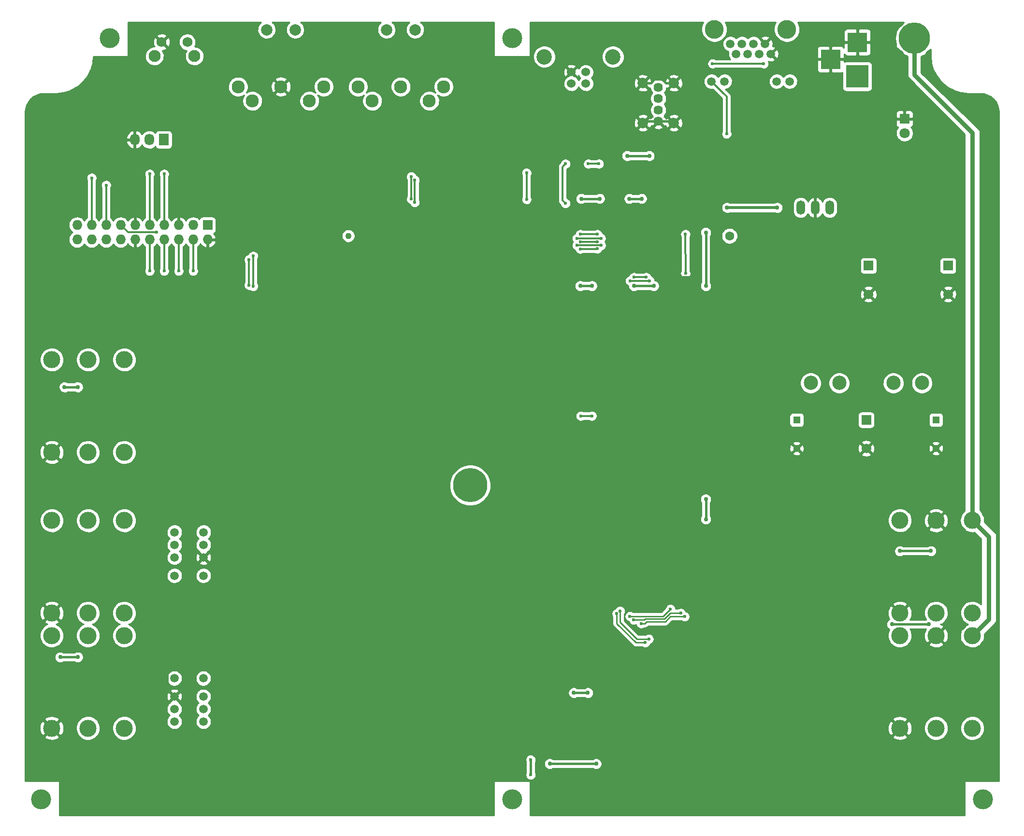
<source format=gbr>
G04 #@! TF.GenerationSoftware,KiCad,Pcbnew,(2017-03-08 revision 2e4e0a9a0)-master*
G04 #@! TF.CreationDate,2017-06-12T12:50:09-03:00*
G04 #@! TF.ProjectId,bottom-board,626F74746F6D2D626F6172642E6B6963,rev?*
G04 #@! TF.FileFunction,Copper,L2,Bot,Signal*
G04 #@! TF.FilePolarity,Positive*
%FSLAX46Y46*%
G04 Gerber Fmt 4.6, Leading zero omitted, Abs format (unit mm)*
G04 Created by KiCad (PCBNEW (2017-03-08 revision 2e4e0a9a0)-master) date Mon Jun 12 12:50:09 2017*
%MOMM*%
%LPD*%
G01*
G04 APERTURE LIST*
%ADD10C,0.100000*%
%ADD11C,2.499360*%
%ADD12C,1.600000*%
%ADD13C,1.100000*%
%ADD14C,2.300000*%
%ADD15C,2.000000*%
%ADD16R,1.300000X1.300000*%
%ADD17C,1.300000*%
%ADD18C,1.620000*%
%ADD19C,1.850000*%
%ADD20R,1.727200X2.032000*%
%ADD21O,1.727200X2.032000*%
%ADD22C,2.100000*%
%ADD23C,1.750000*%
%ADD24C,3.000000*%
%ADD25R,4.000000X4.000000*%
%ADD26R,3.500000X3.500000*%
%ADD27C,3.500000*%
%ADD28C,1.500000*%
%ADD29C,1.524000*%
%ADD30C,2.700020*%
%ADD31R,1.727200X1.727200*%
%ADD32O,1.727200X1.727200*%
%ADD33C,6.000000*%
%ADD34C,5.500000*%
%ADD35O,1.501140X2.499360*%
%ADD36R,1.800000X1.800000*%
%ADD37C,1.800000*%
%ADD38C,1.700000*%
%ADD39R,1.700000X1.700000*%
%ADD40C,1.501140*%
%ADD41C,3.300000*%
%ADD42C,0.750000*%
%ADD43C,0.600000*%
%ADD44C,0.381000*%
%ADD45C,0.304800*%
%ADD46C,0.254000*%
%ADD47C,0.762000*%
%ADD48C,0.508000*%
G04 APERTURE END LIST*
D10*
D11*
X127831200Y-60481300D03*
X122831200Y-60481300D03*
D12*
X108606860Y-34671000D03*
D13*
X41806860Y-34671000D03*
D14*
X56014740Y-11011540D03*
D15*
X48514740Y1488460D03*
D14*
X58514740Y-8511540D03*
X51014740Y-8511540D03*
X43514740Y-8511540D03*
X46014740Y-11011540D03*
D15*
X53514740Y1488460D03*
D14*
X35010720Y-11011540D03*
D15*
X27510720Y1488460D03*
D14*
X37510720Y-8511540D03*
X30010720Y-8511540D03*
X22510720Y-8511540D03*
X25010720Y-11011540D03*
D15*
X32510720Y1488460D03*
D16*
X120378200Y-66958300D03*
D17*
X120378200Y-71958300D03*
D18*
X96136460Y-8590280D03*
X96136460Y-10590280D03*
X96136460Y-12590280D03*
D19*
X98856460Y-7860280D03*
D18*
X96136460Y-14590280D03*
D19*
X98856460Y-14860280D03*
X93416460Y-7860280D03*
X93416460Y-14860280D03*
D20*
X9481820Y-17790160D03*
D21*
X6941820Y-17790160D03*
X4401820Y-17790160D03*
D22*
X14865900Y-3154720D03*
D23*
X13605900Y-664720D03*
X9105900Y-664720D03*
D22*
X7855900Y-3154720D03*
D24*
X-3792220Y-56393680D03*
X2557780Y-56393680D03*
X-10142220Y-56393680D03*
X-3792220Y-72623680D03*
X2557780Y-72623680D03*
X-10142220Y-72623680D03*
X144802860Y-100817080D03*
X138452860Y-100817080D03*
X151152860Y-100817080D03*
X144802860Y-84587080D03*
X138452860Y-84587080D03*
X151152860Y-84587080D03*
X144802860Y-121022780D03*
X138452860Y-121022780D03*
X151152860Y-121022780D03*
X144802860Y-104792780D03*
X138452860Y-104792780D03*
X151152860Y-104792780D03*
X-3792220Y-84592760D03*
X2557780Y-84592760D03*
X-10142220Y-84592760D03*
X-3792220Y-100822760D03*
X2557780Y-100822760D03*
X-10142220Y-100822760D03*
X-3792220Y-104790840D03*
X2557780Y-104790840D03*
X-10142220Y-104790840D03*
X-3792220Y-121020840D03*
X2557780Y-121020840D03*
X-10142220Y-121020840D03*
D25*
X131008120Y-6715760D03*
D26*
X131008120Y-713220D03*
X126308120Y-3713220D03*
D27*
X70500240Y-133502400D03*
X70500240Y0D03*
X-11998960Y-133499860D03*
X152999440Y-133502400D03*
X0Y0D03*
D28*
X11362460Y-94271880D03*
X16442460Y-94271880D03*
X16442460Y-91071880D03*
X16442460Y-88871880D03*
X16442460Y-86671880D03*
X11362460Y-91071880D03*
X11362460Y-88871880D03*
X11362460Y-86671880D03*
X16431260Y-112273080D03*
X11351260Y-112273080D03*
X11351260Y-115473080D03*
X11351260Y-117673080D03*
X11351260Y-119873080D03*
X16431260Y-115473080D03*
X16431260Y-117673080D03*
X16431260Y-119873080D03*
D29*
X83433920Y-7947660D03*
X80893920Y-7947660D03*
X80893920Y-5948680D03*
X83433920Y-5948680D03*
D30*
X88163400Y-3248660D03*
X76164440Y-3248660D03*
D31*
X17173180Y-32769700D03*
D32*
X17173180Y-35309700D03*
X14633180Y-32769700D03*
X14633180Y-35309700D03*
X12093180Y-32769700D03*
X12093180Y-35309700D03*
X9553180Y-32769700D03*
X9553180Y-35309700D03*
X7013180Y-32769700D03*
X7013180Y-35309700D03*
X4473180Y-32769700D03*
X4473180Y-35309700D03*
X1933180Y-32769700D03*
X1933180Y-35309700D03*
X-606820Y-32769700D03*
X-606820Y-35309700D03*
X-3146820Y-32769700D03*
X-3146820Y-35309700D03*
X-5686820Y-32769700D03*
X-5686820Y-35309700D03*
D33*
X63157100Y-78409800D03*
D34*
X141010640Y-15240D03*
D35*
X121077960Y-29710380D03*
X126157960Y-29710380D03*
X123617960Y-29710380D03*
D36*
X139268200Y-14135100D03*
D37*
X139268200Y-16635100D03*
D38*
X132557500Y-71958300D03*
D39*
X132557500Y-66958300D03*
D16*
X144774900Y-66958300D03*
D17*
X144774900Y-71958300D03*
D38*
X146900900Y-44907200D03*
D39*
X146900900Y-39907200D03*
X132956300Y-39907200D03*
D38*
X132956300Y-44907200D03*
D40*
X105432860Y-7574280D03*
X107718860Y-7574280D03*
X116862860Y-7574280D03*
X119148860Y-7574280D03*
X115846860Y-2748280D03*
X113814860Y-2748280D03*
X111782860Y-2748280D03*
X109750860Y-2748280D03*
X112798860Y-970280D03*
X110766860Y-970280D03*
X114830860Y-970280D03*
X108734860Y-970280D03*
D41*
X105940860Y1569720D03*
X118640860Y1569720D03*
D11*
X137320000Y-60481300D03*
X142320000Y-60481300D03*
D42*
X108842460Y-125741880D03*
D43*
X103212460Y-40621880D03*
X103262460Y-32341880D03*
X105652460Y-32341880D03*
X95932460Y-104151880D03*
D42*
X91532460Y-93341880D03*
X80312460Y-90671880D03*
X127682460Y-98941880D03*
X126352460Y-118201880D03*
X128682460Y-109531880D03*
X124682460Y-111291880D03*
X115742460Y-83951880D03*
X115742460Y-79481880D03*
X109862460Y-93121880D03*
X109862460Y-86191880D03*
X109862460Y-81721880D03*
X102722460Y-123421880D03*
X70382460Y-114811880D03*
X70382460Y-107841880D03*
X74162460Y-102151880D03*
X82452460Y-109891880D03*
X82452460Y-103351880D03*
X103872460Y-104051880D03*
X106152460Y-108381880D03*
X110412460Y-109431880D03*
X81232460Y-126031880D03*
X94662460Y-126031880D03*
D43*
X27062460Y-75141880D03*
X22422460Y-70501880D03*
D42*
X21862460Y-62471880D03*
X14642460Y-62471880D03*
X18412460Y-76571880D03*
X13612460Y-101281880D03*
X12312460Y-105381880D03*
X10052460Y-108351880D03*
X122432460Y-18401880D03*
X126462460Y-14371880D03*
D43*
X105352460Y-28831880D03*
X103252460Y-28831880D03*
D42*
X113812460Y-17751880D03*
X111732460Y-24781880D03*
D43*
X80322460Y-26011880D03*
D42*
X73002460Y-13431880D03*
X73002460Y-8221880D03*
X90722460Y-16561880D03*
X83432460Y-17591880D03*
D43*
X76792460Y-26991880D03*
D42*
X73602460Y-85211880D03*
X73602460Y-90671880D03*
D43*
X97452460Y-112431880D03*
X93862460Y-113481880D03*
X92572460Y-113481880D03*
D42*
X47082460Y-104321880D03*
X47082460Y-97741880D03*
X47082460Y-110971880D03*
D43*
X90272460Y-111441880D03*
X89522460Y-108881880D03*
D42*
X61872460Y-89231880D03*
X61872460Y-98691880D03*
X83842460Y-98771880D03*
X85622700Y-98771880D03*
X86612460Y-90671880D03*
X59842460Y-28431880D03*
X59842460Y-23601880D03*
D43*
X77662460Y-32341880D03*
X88902460Y-32341880D03*
X95452460Y-32341880D03*
D42*
X42762460Y-30571880D03*
X42762460Y-38771880D03*
X40442460Y-16581880D03*
X106242460Y-24781880D03*
X104442460Y-24781880D03*
D43*
X53152460Y-40611880D03*
X76562460Y-40621880D03*
D42*
X90142460Y-14411880D03*
X85632460Y-14411880D03*
D43*
X95142460Y-40621880D03*
X88202460Y-40621880D03*
D42*
X81322460Y-114821880D03*
X83782460Y-114821880D03*
X137062460Y-102801880D03*
X143562460Y-102801880D03*
D43*
X73772460Y-129201880D03*
X73772460Y-126571880D03*
D42*
X-7927540Y-61201880D03*
X-5577540Y-61201880D03*
X90662460Y-20641880D03*
X94542460Y-20641880D03*
X108172460Y-29711880D03*
X116952460Y-29711880D03*
X93212460Y-28141880D03*
X82632460Y-28141880D03*
X91042460Y-28141880D03*
X85852460Y-28141880D03*
X104452460Y-80851880D03*
X104452460Y-84361880D03*
X91870000Y-43440000D03*
X95340000Y-43440000D03*
X84502460Y-43441880D03*
X82462460Y-43441880D03*
X104452460Y-43441880D03*
X104452460Y-34091880D03*
D43*
X88842460Y-100941880D03*
X93852460Y-106011880D03*
X89432460Y-100471880D03*
X94462460Y-105391880D03*
D42*
X138452860Y-89941880D03*
X143892460Y-89941880D03*
X-8657540Y-108571880D03*
X-5577540Y-108571880D03*
X85242460Y-127271880D03*
X77102460Y-127261880D03*
D43*
X8210000Y-34030000D03*
X82450000Y-34400000D03*
X85430000Y-34400000D03*
X100890000Y-34400000D03*
X100892460Y-41241880D03*
X93118940Y-102671880D03*
X100749100Y-101432360D03*
X84493100Y-66253360D03*
X82537300Y-66253360D03*
X105630000Y-4470000D03*
X114600000Y-4470000D03*
X91869260Y-41930320D03*
X93987620Y-41930320D03*
X91178380Y-42545000D03*
X94607380Y-42550080D03*
X24412460Y-43301880D03*
X24412460Y-38841880D03*
X25152460Y-43531880D03*
X25152460Y-38201880D03*
X14632460Y-40821880D03*
X12092460Y-40821880D03*
X9552460Y-40821880D03*
X7012460Y-40821880D03*
X-607060Y-25770840D03*
X86103460Y-36332160D03*
X81876900Y-36332160D03*
X85427820Y-36941760D03*
X82445860Y-36946840D03*
X85427820Y-35717480D03*
X82445860Y-35717480D03*
X108092460Y-16761880D03*
X86103460Y-35107880D03*
X81876900Y-35107880D03*
X73052460Y-23621880D03*
X73052460Y-28261880D03*
X52852460Y-28191880D03*
X52852460Y-24261880D03*
X53459380Y-24902160D03*
X53462460Y-28781880D03*
X83862460Y-22041880D03*
X85732460Y-22041880D03*
X79862460Y-22041880D03*
X79860140Y-28950920D03*
X100060760Y-100843080D03*
X91822460Y-102021880D03*
X-3147060Y-24500840D03*
X9552940Y-23820120D03*
X7012940Y-23820120D03*
X98247200Y-100154740D03*
X91152460Y-101411880D03*
D44*
X102722460Y-123421880D02*
X105042460Y-125741880D01*
X105042460Y-125741880D02*
X108842460Y-125741880D01*
X40442460Y-16581880D02*
X42762460Y-18901880D01*
X42762460Y-18901880D02*
X42762460Y-30571880D01*
D45*
X95142460Y-40621880D02*
X96412460Y-41891880D01*
X101942460Y-41891880D02*
X103212460Y-40621880D01*
X96412460Y-41891880D02*
X101942460Y-41891880D01*
X105652460Y-32341880D02*
X103262460Y-32341880D01*
D46*
X95932460Y-104151880D02*
X95932460Y-108391880D01*
X97452460Y-109911880D02*
X97452460Y-112431880D01*
X95932460Y-108391880D02*
X97452460Y-109911880D01*
D44*
X86612460Y-90671880D02*
X88862460Y-90671880D01*
X88862460Y-90671880D02*
X91532460Y-93341880D01*
X80312460Y-90671880D02*
X86612460Y-90671880D01*
X128682460Y-105161880D02*
X128682460Y-109531880D01*
X127682460Y-104161880D02*
X128682460Y-105161880D01*
X127682460Y-98941880D02*
X127682460Y-104161880D01*
X126352460Y-112961880D02*
X124682460Y-111291880D01*
X126352460Y-118201880D02*
X126352460Y-112961880D01*
X126442460Y-109531880D02*
X128682460Y-109531880D01*
X126442460Y-109531880D02*
X124682460Y-111291880D01*
X115742460Y-79481880D02*
X115742460Y-83951880D01*
X109862460Y-86191880D02*
X109862460Y-93121880D01*
X109862460Y-81721880D02*
X109862460Y-86191880D01*
X100112460Y-126031880D02*
X94662460Y-126031880D01*
X102722460Y-123421880D02*
X100112460Y-126031880D01*
X70382460Y-107841880D02*
X70382460Y-114811880D01*
X82452460Y-103351880D02*
X75362460Y-103351880D01*
X75362460Y-103351880D02*
X74162460Y-102151880D01*
X82452460Y-109891880D02*
X82452460Y-103351880D01*
X106152460Y-108381880D02*
X106152460Y-106331880D01*
X106152460Y-106331880D02*
X103872460Y-104051880D01*
X109362460Y-108381880D02*
X106152460Y-108381880D01*
X110412460Y-109431880D02*
X109362460Y-108381880D01*
X81232460Y-126031880D02*
X94662460Y-126031880D01*
D45*
X22422460Y-70501880D02*
X27062460Y-75141880D01*
D44*
X14642460Y-62471880D02*
X21862460Y-62471880D01*
X16442460Y-91071880D02*
X18412460Y-89101880D01*
X18412460Y-89101880D02*
X18412460Y-76571880D01*
X12312460Y-102581880D02*
X13612460Y-101281880D01*
X12312460Y-105381880D02*
X12312460Y-102581880D01*
X10052460Y-114174280D02*
X11351260Y-115473080D01*
X10052460Y-108351880D02*
X10052460Y-114174280D01*
D47*
X151152860Y-84587080D02*
X154012460Y-87446680D01*
X154012460Y-101933180D02*
X151152860Y-104792780D01*
X154012460Y-87446680D02*
X154012460Y-101933180D01*
X141010640Y-15240D02*
X141010640Y-6400060D01*
X151162460Y-16551880D02*
X151162460Y-84577480D01*
X141010640Y-6400060D02*
X151162460Y-16551880D01*
X151162460Y-84577480D02*
X151152860Y-84587080D01*
D44*
X126462460Y-14371880D02*
X122432460Y-18401880D01*
D45*
X103252460Y-28831880D02*
X105352460Y-28831880D01*
D44*
X111732460Y-24781880D02*
X111732460Y-19831880D01*
X111732460Y-19831880D02*
X113812460Y-17751880D01*
X106242460Y-24781880D02*
X111732460Y-24781880D01*
D45*
X80322460Y-26011880D02*
X82302460Y-24031880D01*
X82302460Y-18721880D02*
X83432460Y-17591880D01*
X82302460Y-24031880D02*
X82302460Y-18721880D01*
D44*
X73002460Y-8221880D02*
X73002460Y-13431880D01*
X90142460Y-15981880D02*
X90722460Y-16561880D01*
X90142460Y-15981880D02*
X90142460Y-14411880D01*
X85632460Y-15391880D02*
X85632460Y-14411880D01*
X83432460Y-17591880D02*
X85632460Y-15391880D01*
D45*
X76792460Y-26991880D02*
X76792460Y-31471880D01*
X76792460Y-31471880D02*
X77662460Y-32341880D01*
D44*
X73602460Y-90671880D02*
X73602460Y-85211880D01*
D46*
X93862460Y-113481880D02*
X96402460Y-113481880D01*
X96402460Y-113481880D02*
X97452460Y-112431880D01*
X92572460Y-113481880D02*
X93862460Y-113481880D01*
D44*
X47082460Y-97741880D02*
X47082460Y-104321880D01*
X47082460Y-104321880D02*
X47082460Y-110971880D01*
D46*
X89522460Y-110691880D02*
X90272460Y-111441880D01*
X89522460Y-108881880D02*
X89522460Y-110691880D01*
D44*
X61872460Y-98691880D02*
X61872460Y-89231880D01*
D45*
X83842460Y-98771880D02*
X85622700Y-98771880D01*
X85622700Y-98771880D02*
X85622460Y-98771880D01*
D44*
X59842460Y-23601880D02*
X59842460Y-28431880D01*
D45*
X88902460Y-32341880D02*
X77662460Y-32341880D01*
X88902460Y-32341880D02*
X95452460Y-32341880D01*
D44*
X42762460Y-32461880D02*
X42762460Y-30571880D01*
X43532460Y-33231880D02*
X42762460Y-32461880D01*
X43532460Y-35751880D02*
X43532460Y-33231880D01*
X42762460Y-36521880D02*
X43532460Y-35751880D01*
X42762460Y-38771880D02*
X42762460Y-36521880D01*
X104442460Y-24781880D02*
X106242460Y-24781880D01*
D45*
X76552460Y-40611880D02*
X76562460Y-40621880D01*
X53152460Y-40611880D02*
X76552460Y-40611880D01*
X88202460Y-40621880D02*
X76562460Y-40621880D01*
D44*
X90142460Y-14411880D02*
X85632460Y-14411880D01*
D45*
X95142460Y-40621880D02*
X88202460Y-40621880D01*
D44*
X93416460Y-7860280D02*
X94809060Y-7860280D01*
X97463860Y-7860280D02*
X98856460Y-7860280D01*
X96822260Y-7218680D02*
X97463860Y-7860280D01*
X95450660Y-7218680D02*
X96822260Y-7218680D01*
X94809060Y-7860280D02*
X95450660Y-7218680D01*
X96136460Y-14590280D02*
X98586460Y-14590280D01*
X98586460Y-14590280D02*
X98856460Y-14860280D01*
X93416460Y-14860280D02*
X93686460Y-14590280D01*
X93686460Y-14590280D02*
X96136460Y-14590280D01*
X83782460Y-114821880D02*
X81322460Y-114821880D01*
X143562460Y-102801880D02*
X137062460Y-102801880D01*
X73772460Y-126571880D02*
X73772460Y-129201880D01*
X-7927540Y-61201880D02*
X-5577540Y-61201880D01*
X94542460Y-20641880D02*
X90662460Y-20641880D01*
D48*
X116952460Y-29711880D02*
X108172460Y-29711880D01*
D44*
X91042460Y-28141880D02*
X93212460Y-28141880D01*
X82632460Y-28141880D02*
X85852460Y-28141880D01*
X104452460Y-80851880D02*
X104452460Y-84361880D01*
X95340000Y-43440000D02*
X91870000Y-43440000D01*
X82462460Y-43441880D02*
X84502460Y-43441880D01*
X104452460Y-34091880D02*
X104452460Y-43441880D01*
D46*
X88842460Y-100941880D02*
X88842460Y-102651880D01*
X92202460Y-106011880D02*
X93852460Y-106011880D01*
X88842460Y-102651880D02*
X92202460Y-106011880D01*
X89432460Y-100471880D02*
X89432460Y-102461880D01*
X92362460Y-105391880D02*
X94462460Y-105391880D01*
X89432460Y-102461880D02*
X92362460Y-105391880D01*
D44*
X138452860Y-89941880D02*
X143892460Y-89941880D01*
X-8657540Y-108571880D02*
X-5577540Y-108571880D01*
X77102460Y-127261880D02*
X77112460Y-127271880D01*
X77112460Y-127271880D02*
X85242460Y-127271880D01*
D45*
X3193480Y-34030000D02*
X1933180Y-32769700D01*
X8210000Y-34030000D02*
X3193480Y-34030000D01*
X85430000Y-34400000D02*
X82450000Y-34400000D01*
X100892460Y-41241880D02*
X100890000Y-34400000D01*
D46*
X93118940Y-102671880D02*
X93748860Y-102671880D01*
X93748860Y-102671880D02*
X94094300Y-102326440D01*
X94094300Y-102326440D02*
X97365820Y-102326440D01*
X97365820Y-102326440D02*
X98259900Y-101432360D01*
X98259900Y-101432360D02*
X100749100Y-101432360D01*
D45*
X84493100Y-66253360D02*
X82537300Y-66253360D01*
X105630000Y-4470000D02*
X114600000Y-4470000D01*
X93987620Y-41930320D02*
X91869260Y-41930320D01*
X91183460Y-42550080D02*
X91178380Y-42545000D01*
X94607380Y-42550080D02*
X91183460Y-42550080D01*
X24412460Y-38841880D02*
X24412460Y-43301880D01*
X25152460Y-38201880D02*
X25152460Y-43531880D01*
X14633180Y-35309700D02*
X14633180Y-40821160D01*
X14633180Y-40821160D02*
X14632460Y-40821880D01*
X12093180Y-35309700D02*
X12093180Y-40821160D01*
X12093180Y-40821160D02*
X12092460Y-40821880D01*
X9553180Y-35309700D02*
X9553180Y-40821160D01*
X9553180Y-40821160D02*
X9552460Y-40821880D01*
X7013180Y-35309700D02*
X7013180Y-40821160D01*
X7013180Y-40821160D02*
X7012460Y-40821880D01*
X-606820Y-25771080D02*
X-606820Y-32769700D01*
X-607060Y-25770840D02*
X-606820Y-25771080D01*
X81876900Y-36332160D02*
X86103460Y-36332160D01*
X85422740Y-36946840D02*
X85427820Y-36941760D01*
X82445860Y-36946840D02*
X85422740Y-36946840D01*
X82445860Y-35717480D02*
X85427820Y-35717480D01*
X105432860Y-7574280D02*
X108092460Y-10233880D01*
X108092460Y-10233880D02*
X108092460Y-16761880D01*
X81876900Y-35107880D02*
X86103460Y-35107880D01*
X73052460Y-28261880D02*
X73052460Y-23621880D01*
X52852460Y-28191880D02*
X52852460Y-24261880D01*
X53462460Y-28781880D02*
X53459380Y-24902160D01*
X79860140Y-28950920D02*
X79342460Y-28433240D01*
X79342460Y-22561880D02*
X79862460Y-22041880D01*
X79342460Y-28433240D02*
X79342460Y-22561880D01*
X83862460Y-22041880D02*
X85732460Y-22041880D01*
D46*
X91822460Y-102021880D02*
X93618720Y-102021880D01*
X93618720Y-102021880D02*
X93788720Y-101851880D01*
X93788720Y-101851880D02*
X97182460Y-101851880D01*
X98191260Y-100843080D02*
X100060760Y-100843080D01*
X97182460Y-101851880D02*
X98191260Y-100843080D01*
D45*
X-3146820Y-24501080D02*
X-3146820Y-32769700D01*
X-3147060Y-24500840D02*
X-3146820Y-24501080D01*
X9552940Y-23820120D02*
X9552940Y-32769460D01*
X9552940Y-32769460D02*
X9553180Y-32769700D01*
X7013180Y-32769700D02*
X7013180Y-23820360D01*
X7013180Y-23820360D02*
X7012940Y-23820120D01*
D46*
X91152460Y-101411880D02*
X96985060Y-101416880D01*
X96985060Y-101416880D02*
X98247200Y-100154740D01*
G36*
X26481266Y2768843D02*
X26252177Y2544503D01*
X26071026Y2279938D01*
X25944713Y1985227D01*
X25878048Y1671594D01*
X25873571Y1350985D01*
X25931453Y1035612D01*
X26049488Y737489D01*
X26223181Y467969D01*
X26445917Y237320D01*
X26709210Y54327D01*
X27003033Y-74041D01*
X27316193Y-142894D01*
X27636763Y-149609D01*
X27952531Y-93930D01*
X28251472Y22021D01*
X28522197Y193828D01*
X28754396Y414948D01*
X28939223Y676957D01*
X29069639Y969877D01*
X29140676Y1282549D01*
X29145790Y1648780D01*
X29083511Y1963314D01*
X28961324Y2259760D01*
X28783885Y2526828D01*
X28557951Y2754345D01*
X28480254Y2806752D01*
X31539197Y2806752D01*
X31481266Y2768843D01*
X31252177Y2544503D01*
X31071026Y2279938D01*
X30944713Y1985227D01*
X30878048Y1671594D01*
X30873571Y1350985D01*
X30931453Y1035612D01*
X31049488Y737489D01*
X31223181Y467969D01*
X31445917Y237320D01*
X31709210Y54327D01*
X32003033Y-74041D01*
X32316193Y-142894D01*
X32636763Y-149609D01*
X32952531Y-93930D01*
X33251472Y22021D01*
X33522197Y193828D01*
X33754396Y414948D01*
X33939223Y676957D01*
X34069639Y969877D01*
X34140676Y1282549D01*
X34145790Y1648780D01*
X34083511Y1963314D01*
X33961324Y2259760D01*
X33783885Y2526828D01*
X33557951Y2754345D01*
X33480254Y2806752D01*
X47543217Y2806752D01*
X47485286Y2768843D01*
X47256197Y2544503D01*
X47075046Y2279938D01*
X46948733Y1985227D01*
X46882068Y1671594D01*
X46877591Y1350985D01*
X46935473Y1035612D01*
X47053508Y737489D01*
X47227201Y467969D01*
X47449937Y237320D01*
X47713230Y54327D01*
X48007053Y-74041D01*
X48320213Y-142894D01*
X48640783Y-149609D01*
X48956551Y-93930D01*
X49255492Y22021D01*
X49526217Y193828D01*
X49758416Y414948D01*
X49943243Y676957D01*
X50073659Y969877D01*
X50144696Y1282549D01*
X50149810Y1648780D01*
X50087531Y1963314D01*
X49965344Y2259760D01*
X49787905Y2526828D01*
X49561971Y2754345D01*
X49484274Y2806752D01*
X52543217Y2806752D01*
X52485286Y2768843D01*
X52256197Y2544503D01*
X52075046Y2279938D01*
X51948733Y1985227D01*
X51882068Y1671594D01*
X51877591Y1350985D01*
X51935473Y1035612D01*
X52053508Y737489D01*
X52227201Y467969D01*
X52449937Y237320D01*
X52713230Y54327D01*
X53007053Y-74041D01*
X53320213Y-142894D01*
X53640783Y-149609D01*
X53956551Y-93930D01*
X54255492Y22021D01*
X54526217Y193828D01*
X54758416Y414948D01*
X54943243Y676957D01*
X55073659Y969877D01*
X55144696Y1282549D01*
X55149810Y1648780D01*
X55087531Y1963314D01*
X54965344Y2259760D01*
X54787905Y2526828D01*
X54561971Y2754345D01*
X54484274Y2806752D01*
X67297300Y2806752D01*
X67297300Y-3073400D01*
X67306967Y-3122001D01*
X67334497Y-3163203D01*
X67375699Y-3190733D01*
X67424300Y-3200400D01*
X73583800Y-3200400D01*
X73632401Y-3190733D01*
X73673603Y-3163203D01*
X73701133Y-3122001D01*
X73710800Y-3073400D01*
X73710800Y2806752D01*
X104018439Y2806752D01*
X103928811Y2675853D01*
X103752281Y2263978D01*
X103659113Y1825659D01*
X103652857Y1377591D01*
X103733749Y936841D01*
X103898710Y520198D01*
X104141456Y143530D01*
X104452740Y-178815D01*
X104820707Y-434558D01*
X105231340Y-613959D01*
X105668998Y-710184D01*
X106117011Y-719569D01*
X106558315Y-641755D01*
X106976100Y-479707D01*
X107354453Y-239597D01*
X107678963Y69430D01*
X107937269Y435602D01*
X108119532Y844972D01*
X108218811Y1281948D01*
X108225958Y1793776D01*
X108138919Y2233353D01*
X107968157Y2647653D01*
X107862452Y2806752D01*
X116718439Y2806752D01*
X116628811Y2675853D01*
X116452281Y2263978D01*
X116359113Y1825659D01*
X116352857Y1377591D01*
X116433749Y936841D01*
X116598710Y520198D01*
X116841456Y143530D01*
X117152740Y-178815D01*
X117520707Y-434558D01*
X117931340Y-613959D01*
X118368998Y-710184D01*
X118817011Y-719569D01*
X119258315Y-641755D01*
X119676100Y-479707D01*
X120054453Y-239597D01*
X120378963Y69430D01*
X120637269Y435602D01*
X120819532Y844972D01*
X120877319Y1099322D01*
X128623120Y1099322D01*
X128623120Y-427470D01*
X128781870Y-586220D01*
X130881120Y-586220D01*
X130881120Y1513030D01*
X131135120Y1513030D01*
X131135120Y-586220D01*
X133234370Y-586220D01*
X133393120Y-427470D01*
X133393120Y1099322D01*
X133368717Y1222003D01*
X133320850Y1337565D01*
X133251357Y1441569D01*
X133162909Y1530017D01*
X133058905Y1599510D01*
X132943343Y1647377D01*
X132820662Y1671780D01*
X131293870Y1671780D01*
X131135120Y1513030D01*
X130881120Y1513030D01*
X130722370Y1671780D01*
X129195578Y1671780D01*
X129072897Y1647377D01*
X128957335Y1599510D01*
X128853331Y1530017D01*
X128764883Y1441569D01*
X128695390Y1337565D01*
X128647523Y1222003D01*
X128623120Y1099322D01*
X120877319Y1099322D01*
X120918811Y1281948D01*
X120925958Y1793776D01*
X120838919Y2233353D01*
X120668157Y2647653D01*
X120562452Y2806752D01*
X139113766Y2806752D01*
X138997787Y2638730D01*
X138504744Y2099822D01*
X138186137Y1879901D01*
X138019315Y1569237D01*
X137777499Y1304927D01*
X137753867Y1267801D01*
X137744200Y1219200D01*
X137744200Y878357D01*
X137675900Y654752D01*
X137609268Y-8697D01*
X137673348Y-672398D01*
X137744200Y-907594D01*
X137744200Y-1498600D01*
X137762240Y-1563843D01*
X137795501Y-1600574D01*
X138166256Y-1875797D01*
X138178868Y-1899502D01*
X138186137Y-1910381D01*
X138566874Y-2173189D01*
X138834000Y-2371485D01*
X138809317Y-2396168D01*
X139115499Y-2839743D01*
X139702946Y-3155194D01*
X139814300Y-3189207D01*
X139814300Y-6794500D01*
X139823967Y-6843101D01*
X139851497Y-6884303D01*
X149809200Y-16842006D01*
X149809200Y-82852663D01*
X149272757Y-83384359D01*
X149240368Y-83438562D01*
X148935568Y-84469802D01*
X148934354Y-84537398D01*
X149050765Y-84990571D01*
X149057526Y-85047531D01*
X149094958Y-85162606D01*
X149218834Y-85644838D01*
X149256813Y-85707577D01*
X149979223Y-86358697D01*
X149996822Y-86394294D01*
X150371605Y-86585100D01*
X150776411Y-86699124D01*
X151195684Y-86731982D01*
X151507674Y-86694952D01*
X152679400Y-87823700D01*
X152679400Y-99324244D01*
X152520345Y-99164075D01*
X152173231Y-98929944D01*
X151787251Y-98767693D01*
X151377108Y-98683502D01*
X150958423Y-98680579D01*
X150547144Y-98759035D01*
X150158937Y-98915881D01*
X149808588Y-99145143D01*
X149509442Y-99438088D01*
X149272893Y-99783559D01*
X149107951Y-100168397D01*
X149020900Y-100577942D01*
X149015054Y-100996597D01*
X149090636Y-101408413D01*
X149244768Y-101797706D01*
X149471579Y-102149647D01*
X149762429Y-102450831D01*
X150106240Y-102689786D01*
X150366458Y-102803472D01*
X150292477Y-102827537D01*
X150134283Y-102912092D01*
X150120034Y-102915751D01*
X150093503Y-102933890D01*
X149996822Y-102985566D01*
X149954645Y-103070877D01*
X149452322Y-103584002D01*
X149345646Y-103636742D01*
X149285998Y-103753904D01*
X149134247Y-103908918D01*
X149110940Y-103941910D01*
X149098249Y-103989810D01*
X149080287Y-104276201D01*
X149040816Y-104416331D01*
X149007958Y-104835604D01*
X149032326Y-105040914D01*
X149006809Y-105447770D01*
X149009700Y-105483786D01*
X149029869Y-105529049D01*
X149680109Y-106448529D01*
X149699883Y-106470525D01*
X149742750Y-106495383D01*
X149986217Y-106578542D01*
X149996822Y-106599994D01*
X150371605Y-106790800D01*
X150776411Y-106904824D01*
X151195684Y-106937682D01*
X151613311Y-106888114D01*
X152013243Y-106758023D01*
X152274438Y-106618413D01*
X152369395Y-106595039D01*
X152409823Y-106577166D01*
X152444787Y-106542052D01*
X152780197Y-106037747D01*
X152960074Y-105948818D01*
X153150880Y-105574035D01*
X153264904Y-105169229D01*
X153297762Y-104749956D01*
X153270160Y-104517403D01*
X155337513Y-102309095D01*
X155362133Y-102270901D01*
X155371800Y-102222300D01*
X155371800Y-87007700D01*
X155362133Y-86959099D01*
X155334603Y-86917897D01*
X153273286Y-84856580D01*
X153297762Y-84544256D01*
X153248194Y-84126629D01*
X153225500Y-84056862D01*
X153225500Y-83959700D01*
X153207512Y-83894543D01*
X153131133Y-83766756D01*
X153118103Y-83726697D01*
X152960074Y-83431042D01*
X152918063Y-83410272D01*
X152547112Y-82789643D01*
X152527903Y-82764997D01*
X152501600Y-82747422D01*
X152501600Y-16268700D01*
X152491567Y-16219226D01*
X152463731Y-16178231D01*
X142201900Y-6068240D01*
X142201900Y-3191636D01*
X142306245Y-3160202D01*
X142894902Y-2847012D01*
X142905781Y-2839743D01*
X143211963Y-2396168D01*
X143210149Y-2394354D01*
X143821808Y-1965447D01*
X143821808Y-3008246D01*
X143821818Y-3008349D01*
X143821810Y-3010634D01*
X143821956Y-3052521D01*
X143824980Y-3082293D01*
X143824771Y-3112218D01*
X143825705Y-3121736D01*
X143948108Y-4286317D01*
X143960587Y-4347111D01*
X143972225Y-4408118D01*
X143974989Y-4417274D01*
X144321261Y-5535900D01*
X144345329Y-5593154D01*
X144368578Y-5650698D01*
X144373068Y-5659143D01*
X144930022Y-6689206D01*
X144964752Y-6740695D01*
X144998735Y-6792626D01*
X145004779Y-6800038D01*
X145751200Y-7702306D01*
X145795256Y-7746055D01*
X145838692Y-7790410D01*
X145846061Y-7796507D01*
X146753517Y-8536610D01*
X146805220Y-8570961D01*
X146856456Y-8606043D01*
X146864869Y-8610592D01*
X147898796Y-9160341D01*
X147956206Y-9184004D01*
X148013261Y-9208457D01*
X148022397Y-9211286D01*
X149143413Y-9549741D01*
X149204346Y-9561806D01*
X149265044Y-9574708D01*
X149274556Y-9575708D01*
X150439962Y-9689977D01*
X150468721Y-9689977D01*
X150497241Y-9693176D01*
X150506805Y-9693243D01*
X152473271Y-9693243D01*
X153150054Y-9759602D01*
X153768804Y-9946414D01*
X154339481Y-10249848D01*
X154840354Y-10658350D01*
X155252342Y-11156358D01*
X155559754Y-11724904D01*
X155750881Y-12342336D01*
X155821810Y-13017178D01*
X155821810Y-130289300D01*
X149923500Y-130289300D01*
X149874899Y-130298967D01*
X149833697Y-130326497D01*
X149806167Y-130367699D01*
X149796500Y-130416300D01*
X149796500Y-136323249D01*
X73710800Y-136323249D01*
X73710800Y-130416300D01*
X73701133Y-130367699D01*
X73673603Y-130326497D01*
X73632401Y-130298967D01*
X73583800Y-130289300D01*
X67424300Y-130289300D01*
X67375699Y-130298967D01*
X67334497Y-130326497D01*
X67306967Y-130367699D01*
X67297300Y-130416300D01*
X67297300Y-136323249D01*
X-8763000Y-136323249D01*
X-8763000Y-130416300D01*
X-8772667Y-130367699D01*
X-8800197Y-130326497D01*
X-8841399Y-130298967D01*
X-8890000Y-130289300D01*
X-14808196Y-130289300D01*
X-14808196Y-126650497D01*
X72836231Y-126650497D01*
X72869332Y-126830848D01*
X72936832Y-127001334D01*
X72946960Y-127017050D01*
X72946960Y-128754368D01*
X72876914Y-128917796D01*
X72838791Y-129097152D01*
X72836231Y-129280497D01*
X72869332Y-129460848D01*
X72936832Y-129631334D01*
X73036161Y-129785463D01*
X73163536Y-129917364D01*
X73314104Y-130022011D01*
X73482131Y-130095420D01*
X73661217Y-130134795D01*
X73844539Y-130138635D01*
X74025117Y-130106794D01*
X74196070Y-130040486D01*
X74350889Y-129942235D01*
X74483675Y-129815784D01*
X74589371Y-129665950D01*
X74663952Y-129498440D01*
X74704576Y-129319634D01*
X74707500Y-129110199D01*
X74671885Y-128930328D01*
X74602010Y-128760800D01*
X74597960Y-128754704D01*
X74597960Y-127346804D01*
X76091132Y-127346804D01*
X76126888Y-127541621D01*
X76199803Y-127725783D01*
X76307100Y-127892275D01*
X76444692Y-128034755D01*
X76607338Y-128147797D01*
X76788843Y-128227095D01*
X76982293Y-128269628D01*
X77180321Y-128273776D01*
X77375383Y-128239381D01*
X77560050Y-128167754D01*
X77670941Y-128097380D01*
X84660409Y-128097380D01*
X84747338Y-128157797D01*
X84928843Y-128237095D01*
X85122293Y-128279628D01*
X85320321Y-128283776D01*
X85515383Y-128249381D01*
X85700050Y-128177754D01*
X85867287Y-128071622D01*
X86010724Y-127935028D01*
X86124899Y-127773175D01*
X86205462Y-127592228D01*
X86249344Y-127399079D01*
X86252503Y-127172844D01*
X86214031Y-126978545D01*
X86138552Y-126795419D01*
X86028941Y-126630442D01*
X85889373Y-126489896D01*
X85725165Y-126379136D01*
X85542570Y-126302380D01*
X85348545Y-126262553D01*
X85150478Y-126261170D01*
X84955915Y-126298285D01*
X84772267Y-126372484D01*
X84659341Y-126446380D01*
X77699684Y-126446380D01*
X77585165Y-126369136D01*
X77402570Y-126292380D01*
X77208545Y-126252553D01*
X77010478Y-126251170D01*
X76815915Y-126288285D01*
X76632267Y-126362484D01*
X76466528Y-126470940D01*
X76325011Y-126609523D01*
X76213108Y-126772954D01*
X76135079Y-126955009D01*
X76093898Y-127148752D01*
X76091132Y-127346804D01*
X74597960Y-127346804D01*
X74597960Y-127016659D01*
X74663952Y-126868440D01*
X74704576Y-126689634D01*
X74707500Y-126480199D01*
X74671885Y-126300328D01*
X74602010Y-126130800D01*
X74500539Y-125978073D01*
X74371335Y-125847964D01*
X74219320Y-125745429D01*
X74050285Y-125674373D01*
X73870667Y-125637503D01*
X73687309Y-125636223D01*
X73507193Y-125670581D01*
X73337182Y-125739270D01*
X73183751Y-125839673D01*
X73052743Y-125967966D01*
X72949149Y-126119261D01*
X72876914Y-126287796D01*
X72838791Y-126467152D01*
X72836231Y-126650497D01*
X-14808196Y-126650497D01*
X-14808196Y-122512493D01*
X-11454268Y-122512493D01*
X-11298258Y-122828054D01*
X-10923475Y-123018860D01*
X-10518669Y-123132884D01*
X-10099396Y-123165742D01*
X-9681769Y-123116174D01*
X-9281837Y-122986083D01*
X-8986182Y-122828054D01*
X-8830172Y-122512493D01*
X-10142220Y-121200445D01*
X-11454268Y-122512493D01*
X-14808196Y-122512493D01*
X-14808196Y-121063664D01*
X-12287122Y-121063664D01*
X-12237554Y-121481291D01*
X-12107463Y-121881223D01*
X-11949434Y-122176878D01*
X-11633873Y-122332888D01*
X-10321825Y-121020840D01*
X-9962615Y-121020840D01*
X-8650567Y-122332888D01*
X-8335006Y-122176878D01*
X-8144200Y-121802095D01*
X-8030176Y-121397289D01*
X-8014743Y-121200357D01*
X-5930026Y-121200357D01*
X-5854444Y-121612173D01*
X-5700312Y-122001466D01*
X-5473501Y-122353407D01*
X-5182651Y-122654591D01*
X-4838840Y-122893546D01*
X-4455163Y-123061170D01*
X-4046236Y-123151079D01*
X-3627632Y-123159847D01*
X-3215298Y-123087142D01*
X-2824939Y-122935731D01*
X-2471423Y-122711383D01*
X-2168216Y-122422643D01*
X-1926866Y-122080508D01*
X-1756568Y-121698011D01*
X-1663807Y-121289721D01*
X-1662560Y-121200357D01*
X419974Y-121200357D01*
X495556Y-121612173D01*
X649688Y-122001466D01*
X876499Y-122353407D01*
X1167349Y-122654591D01*
X1511160Y-122893546D01*
X1894837Y-123061170D01*
X2303764Y-123151079D01*
X2722368Y-123159847D01*
X3134702Y-123087142D01*
X3525061Y-122935731D01*
X3878577Y-122711383D01*
X4085394Y-122514433D01*
X137140812Y-122514433D01*
X137296822Y-122829994D01*
X137671605Y-123020800D01*
X138076411Y-123134824D01*
X138495684Y-123167682D01*
X138913311Y-123118114D01*
X139313243Y-122988023D01*
X139608898Y-122829994D01*
X139764908Y-122514433D01*
X138452860Y-121202385D01*
X137140812Y-122514433D01*
X4085394Y-122514433D01*
X4181784Y-122422643D01*
X4423134Y-122080508D01*
X4593432Y-121698011D01*
X4686193Y-121289721D01*
X4692871Y-120811492D01*
X4611546Y-120400771D01*
X4451994Y-120013669D01*
X4220292Y-119664929D01*
X3925265Y-119367835D01*
X3578151Y-119133704D01*
X3192171Y-118971453D01*
X2782028Y-118887262D01*
X2363343Y-118884339D01*
X1952064Y-118962795D01*
X1563857Y-119119641D01*
X1213508Y-119348903D01*
X914362Y-119641848D01*
X677813Y-119987319D01*
X512871Y-120372157D01*
X425820Y-120781702D01*
X419974Y-121200357D01*
X-1662560Y-121200357D01*
X-1657129Y-120811492D01*
X-1738454Y-120400771D01*
X-1898006Y-120013669D01*
X-2129708Y-119664929D01*
X-2424735Y-119367835D01*
X-2771849Y-119133704D01*
X-3157829Y-118971453D01*
X-3567972Y-118887262D01*
X-3986657Y-118884339D01*
X-4397936Y-118962795D01*
X-4786143Y-119119641D01*
X-5136492Y-119348903D01*
X-5435638Y-119641848D01*
X-5672187Y-119987319D01*
X-5837129Y-120372157D01*
X-5924180Y-120781702D01*
X-5930026Y-121200357D01*
X-8014743Y-121200357D01*
X-7997318Y-120978016D01*
X-8046886Y-120560389D01*
X-8176977Y-120160457D01*
X-8335006Y-119864802D01*
X-8650567Y-119708792D01*
X-9962615Y-121020840D01*
X-10321825Y-121020840D01*
X-11633873Y-119708792D01*
X-11949434Y-119864802D01*
X-12140240Y-120239585D01*
X-12254264Y-120644391D01*
X-12287122Y-121063664D01*
X-14808196Y-121063664D01*
X-14808196Y-119529187D01*
X-11454268Y-119529187D01*
X-10142220Y-120841235D01*
X-8830172Y-119529187D01*
X-8986182Y-119213626D01*
X-9360965Y-119022820D01*
X-9765771Y-118908796D01*
X-10185044Y-118875938D01*
X-10602671Y-118925506D01*
X-11002603Y-119055597D01*
X-11298258Y-119213626D01*
X-11454268Y-119529187D01*
X-14808196Y-119529187D01*
X-14808196Y-117789535D01*
X9964440Y-117789535D01*
X10013471Y-118056685D01*
X10113458Y-118309224D01*
X10260593Y-118537532D01*
X10449271Y-118732914D01*
X10504967Y-118771624D01*
X10479215Y-118788475D01*
X10285155Y-118978512D01*
X10131703Y-119202623D01*
X10024704Y-119452272D01*
X9968232Y-119717949D01*
X9964440Y-119989535D01*
X10013471Y-120256685D01*
X10113458Y-120509224D01*
X10260593Y-120737532D01*
X10449271Y-120932914D01*
X10672305Y-121087927D01*
X10921201Y-121196666D01*
X11186477Y-121254991D01*
X11458030Y-121260679D01*
X11725516Y-121213514D01*
X11978747Y-121115293D01*
X12208077Y-120969755D01*
X12404771Y-120782446D01*
X12561337Y-120560499D01*
X12671812Y-120312369D01*
X12731987Y-120047506D01*
X12736319Y-119737274D01*
X12683563Y-119470834D01*
X12580059Y-119219716D01*
X12429751Y-118993484D01*
X12238364Y-118800756D01*
X12200001Y-118774880D01*
X12208077Y-118769755D01*
X12404771Y-118582446D01*
X12561337Y-118360499D01*
X12671812Y-118112369D01*
X12731987Y-117847506D01*
X12736319Y-117537274D01*
X12683563Y-117270834D01*
X12580059Y-117019716D01*
X12429751Y-116793484D01*
X12238364Y-116600756D01*
X12106268Y-116511656D01*
X12128648Y-116430073D01*
X11351260Y-115652685D01*
X10573872Y-116430073D01*
X10596306Y-116511853D01*
X10479215Y-116588475D01*
X10285155Y-116778512D01*
X10131703Y-117002623D01*
X10024704Y-117252272D01*
X9968232Y-117517949D01*
X9964440Y-117789535D01*
X-14808196Y-117789535D01*
X-14808196Y-115545572D01*
X9961448Y-115545572D01*
X10002295Y-115815318D01*
X10094983Y-116071912D01*
X10155400Y-116184943D01*
X10394267Y-116250468D01*
X11171655Y-115473080D01*
X11530865Y-115473080D01*
X12308253Y-116250468D01*
X12547120Y-116184943D01*
X12663020Y-115937964D01*
X12728510Y-115673120D01*
X12732362Y-115589535D01*
X15044440Y-115589535D01*
X15093471Y-115856685D01*
X15193458Y-116109224D01*
X15340593Y-116337532D01*
X15529271Y-116532914D01*
X15584967Y-116571624D01*
X15559215Y-116588475D01*
X15365155Y-116778512D01*
X15211703Y-117002623D01*
X15104704Y-117252272D01*
X15048232Y-117517949D01*
X15044440Y-117789535D01*
X15093471Y-118056685D01*
X15193458Y-118309224D01*
X15340593Y-118537532D01*
X15529271Y-118732914D01*
X15584967Y-118771624D01*
X15559215Y-118788475D01*
X15365155Y-118978512D01*
X15211703Y-119202623D01*
X15104704Y-119452272D01*
X15048232Y-119717949D01*
X15044440Y-119989535D01*
X15093471Y-120256685D01*
X15193458Y-120509224D01*
X15340593Y-120737532D01*
X15529271Y-120932914D01*
X15752305Y-121087927D01*
X16001201Y-121196666D01*
X16266477Y-121254991D01*
X16538030Y-121260679D01*
X16805516Y-121213514D01*
X17058747Y-121115293D01*
X17137043Y-121065604D01*
X136307958Y-121065604D01*
X136357526Y-121483231D01*
X136487617Y-121883163D01*
X136645646Y-122178818D01*
X136961207Y-122334828D01*
X138273255Y-121022780D01*
X138632465Y-121022780D01*
X139944513Y-122334828D01*
X140260074Y-122178818D01*
X140450880Y-121804035D01*
X140564904Y-121399229D01*
X140580337Y-121202297D01*
X142665054Y-121202297D01*
X142740636Y-121614113D01*
X142894768Y-122003406D01*
X143121579Y-122355347D01*
X143412429Y-122656531D01*
X143756240Y-122895486D01*
X144139917Y-123063110D01*
X144548844Y-123153019D01*
X144967448Y-123161787D01*
X145379782Y-123089082D01*
X145770141Y-122937671D01*
X146123657Y-122713323D01*
X146426864Y-122424583D01*
X146668214Y-122082448D01*
X146838512Y-121699951D01*
X146931273Y-121291661D01*
X146932520Y-121202297D01*
X149015054Y-121202297D01*
X149090636Y-121614113D01*
X149244768Y-122003406D01*
X149471579Y-122355347D01*
X149762429Y-122656531D01*
X150106240Y-122895486D01*
X150489917Y-123063110D01*
X150898844Y-123153019D01*
X151317448Y-123161787D01*
X151729782Y-123089082D01*
X152120141Y-122937671D01*
X152473657Y-122713323D01*
X152776864Y-122424583D01*
X153018214Y-122082448D01*
X153188512Y-121699951D01*
X153281273Y-121291661D01*
X153287951Y-120813432D01*
X153206626Y-120402711D01*
X153047074Y-120015609D01*
X152815372Y-119666869D01*
X152520345Y-119369775D01*
X152173231Y-119135644D01*
X151787251Y-118973393D01*
X151377108Y-118889202D01*
X150958423Y-118886279D01*
X150547144Y-118964735D01*
X150158937Y-119121581D01*
X149808588Y-119350843D01*
X149509442Y-119643788D01*
X149272893Y-119989259D01*
X149107951Y-120374097D01*
X149020900Y-120783642D01*
X149015054Y-121202297D01*
X146932520Y-121202297D01*
X146937951Y-120813432D01*
X146856626Y-120402711D01*
X146697074Y-120015609D01*
X146465372Y-119666869D01*
X146170345Y-119369775D01*
X145823231Y-119135644D01*
X145437251Y-118973393D01*
X145027108Y-118889202D01*
X144608423Y-118886279D01*
X144197144Y-118964735D01*
X143808937Y-119121581D01*
X143458588Y-119350843D01*
X143159442Y-119643788D01*
X142922893Y-119989259D01*
X142757951Y-120374097D01*
X142670900Y-120783642D01*
X142665054Y-121202297D01*
X140580337Y-121202297D01*
X140597762Y-120979956D01*
X140548194Y-120562329D01*
X140418103Y-120162397D01*
X140260074Y-119866742D01*
X139944513Y-119710732D01*
X138632465Y-121022780D01*
X138273255Y-121022780D01*
X136961207Y-119710732D01*
X136645646Y-119866742D01*
X136454840Y-120241525D01*
X136340816Y-120646331D01*
X136307958Y-121065604D01*
X17137043Y-121065604D01*
X17288077Y-120969755D01*
X17484771Y-120782446D01*
X17641337Y-120560499D01*
X17751812Y-120312369D01*
X17811987Y-120047506D01*
X17816319Y-119737274D01*
X17775502Y-119531127D01*
X137140812Y-119531127D01*
X138452860Y-120843175D01*
X139764908Y-119531127D01*
X139608898Y-119215566D01*
X139234115Y-119024760D01*
X138829309Y-118910736D01*
X138410036Y-118877878D01*
X137992409Y-118927446D01*
X137592477Y-119057537D01*
X137296822Y-119215566D01*
X137140812Y-119531127D01*
X17775502Y-119531127D01*
X17763563Y-119470834D01*
X17660059Y-119219716D01*
X17509751Y-118993484D01*
X17318364Y-118800756D01*
X17280001Y-118774880D01*
X17288077Y-118769755D01*
X17484771Y-118582446D01*
X17641337Y-118360499D01*
X17751812Y-118112369D01*
X17811987Y-117847506D01*
X17816319Y-117537274D01*
X17763563Y-117270834D01*
X17660059Y-117019716D01*
X17509751Y-116793484D01*
X17318364Y-116600756D01*
X17280001Y-116574880D01*
X17288077Y-116569755D01*
X17484771Y-116382446D01*
X17641337Y-116160499D01*
X17751812Y-115912369D01*
X17811987Y-115647506D01*
X17816319Y-115337274D01*
X17763563Y-115070834D01*
X17695955Y-114906804D01*
X80311132Y-114906804D01*
X80346888Y-115101621D01*
X80419803Y-115285783D01*
X80527100Y-115452275D01*
X80664692Y-115594755D01*
X80827338Y-115707797D01*
X81008843Y-115787095D01*
X81202293Y-115829628D01*
X81400321Y-115833776D01*
X81595383Y-115799381D01*
X81780050Y-115727754D01*
X81906699Y-115647380D01*
X83200409Y-115647380D01*
X83287338Y-115707797D01*
X83468843Y-115787095D01*
X83662293Y-115829628D01*
X83860321Y-115833776D01*
X84055383Y-115799381D01*
X84240050Y-115727754D01*
X84407287Y-115621622D01*
X84550724Y-115485028D01*
X84664899Y-115323175D01*
X84745462Y-115142228D01*
X84789344Y-114949079D01*
X84792503Y-114722844D01*
X84754031Y-114528545D01*
X84678552Y-114345419D01*
X84568941Y-114180442D01*
X84429373Y-114039896D01*
X84265165Y-113929136D01*
X84082570Y-113852380D01*
X83888545Y-113812553D01*
X83690478Y-113811170D01*
X83495915Y-113848285D01*
X83312267Y-113922484D01*
X83199341Y-113996380D01*
X81904858Y-113996380D01*
X81805165Y-113929136D01*
X81622570Y-113852380D01*
X81428545Y-113812553D01*
X81230478Y-113811170D01*
X81035915Y-113848285D01*
X80852267Y-113922484D01*
X80686528Y-114030940D01*
X80545011Y-114169523D01*
X80433108Y-114332954D01*
X80355079Y-114515009D01*
X80313898Y-114708752D01*
X80311132Y-114906804D01*
X17695955Y-114906804D01*
X17660059Y-114819716D01*
X17509751Y-114593484D01*
X17318364Y-114400756D01*
X17093187Y-114248872D01*
X16842797Y-114143618D01*
X16576732Y-114089003D01*
X16305127Y-114087107D01*
X16038325Y-114138002D01*
X15786490Y-114239750D01*
X15559215Y-114388475D01*
X15365155Y-114578512D01*
X15211703Y-114802623D01*
X15104704Y-115052272D01*
X15048232Y-115317949D01*
X15044440Y-115589535D01*
X12732362Y-115589535D01*
X12741072Y-115400588D01*
X12700225Y-115130842D01*
X12607537Y-114874248D01*
X12547120Y-114761217D01*
X12308253Y-114695692D01*
X11530865Y-115473080D01*
X11171655Y-115473080D01*
X10394267Y-114695692D01*
X10155400Y-114761217D01*
X10039500Y-115008196D01*
X9974010Y-115273040D01*
X9961448Y-115545572D01*
X-14808196Y-115545572D01*
X-14808196Y-114516087D01*
X10573872Y-114516087D01*
X11351260Y-115293475D01*
X12128648Y-114516087D01*
X12063123Y-114277220D01*
X11816144Y-114161320D01*
X11551300Y-114095830D01*
X11278768Y-114083268D01*
X11009022Y-114124115D01*
X10752428Y-114216803D01*
X10639397Y-114277220D01*
X10573872Y-114516087D01*
X-14808196Y-114516087D01*
X-14808196Y-112389535D01*
X9964440Y-112389535D01*
X10013471Y-112656685D01*
X10113458Y-112909224D01*
X10260593Y-113137532D01*
X10449271Y-113332914D01*
X10672305Y-113487927D01*
X10921201Y-113596666D01*
X11186477Y-113654991D01*
X11458030Y-113660679D01*
X11725516Y-113613514D01*
X11978747Y-113515293D01*
X12208077Y-113369755D01*
X12404771Y-113182446D01*
X12561337Y-112960499D01*
X12671812Y-112712369D01*
X12731987Y-112447506D01*
X12732796Y-112389535D01*
X15044440Y-112389535D01*
X15093471Y-112656685D01*
X15193458Y-112909224D01*
X15340593Y-113137532D01*
X15529271Y-113332914D01*
X15752305Y-113487927D01*
X16001201Y-113596666D01*
X16266477Y-113654991D01*
X16538030Y-113660679D01*
X16805516Y-113613514D01*
X17058747Y-113515293D01*
X17288077Y-113369755D01*
X17484771Y-113182446D01*
X17641337Y-112960499D01*
X17751812Y-112712369D01*
X17811987Y-112447506D01*
X17816319Y-112137274D01*
X17763563Y-111870834D01*
X17660059Y-111619716D01*
X17509751Y-111393484D01*
X17318364Y-111200756D01*
X17093187Y-111048872D01*
X16842797Y-110943618D01*
X16576732Y-110889003D01*
X16305127Y-110887107D01*
X16038325Y-110938002D01*
X15786490Y-111039750D01*
X15559215Y-111188475D01*
X15365155Y-111378512D01*
X15211703Y-111602623D01*
X15104704Y-111852272D01*
X15048232Y-112117949D01*
X15044440Y-112389535D01*
X12732796Y-112389535D01*
X12736319Y-112137274D01*
X12683563Y-111870834D01*
X12580059Y-111619716D01*
X12429751Y-111393484D01*
X12238364Y-111200756D01*
X12013187Y-111048872D01*
X11762797Y-110943618D01*
X11496732Y-110889003D01*
X11225127Y-110887107D01*
X10958325Y-110938002D01*
X10706490Y-111039750D01*
X10479215Y-111188475D01*
X10285155Y-111378512D01*
X10131703Y-111602623D01*
X10024704Y-111852272D01*
X9968232Y-112117949D01*
X9964440Y-112389535D01*
X-14808196Y-112389535D01*
X-14808196Y-108656804D01*
X-9668868Y-108656804D01*
X-9633112Y-108851621D01*
X-9560197Y-109035783D01*
X-9452900Y-109202275D01*
X-9315308Y-109344755D01*
X-9152662Y-109457797D01*
X-8971157Y-109537095D01*
X-8777707Y-109579628D01*
X-8579679Y-109583776D01*
X-8384617Y-109549381D01*
X-8199950Y-109477754D01*
X-8073301Y-109397380D01*
X-6159591Y-109397380D01*
X-6072662Y-109457797D01*
X-5891157Y-109537095D01*
X-5697707Y-109579628D01*
X-5499679Y-109583776D01*
X-5304617Y-109549381D01*
X-5119950Y-109477754D01*
X-4952713Y-109371622D01*
X-4809276Y-109235028D01*
X-4695101Y-109073175D01*
X-4614538Y-108892228D01*
X-4570656Y-108699079D01*
X-4567497Y-108472844D01*
X-4605969Y-108278545D01*
X-4681448Y-108095419D01*
X-4791059Y-107930442D01*
X-4930627Y-107789896D01*
X-5094835Y-107679136D01*
X-5277430Y-107602380D01*
X-5471455Y-107562553D01*
X-5669522Y-107561170D01*
X-5864085Y-107598285D01*
X-6047733Y-107672484D01*
X-6160659Y-107746380D01*
X-8075142Y-107746380D01*
X-8174835Y-107679136D01*
X-8357430Y-107602380D01*
X-8551455Y-107562553D01*
X-8749522Y-107561170D01*
X-8944085Y-107598285D01*
X-9127733Y-107672484D01*
X-9293472Y-107780940D01*
X-9434989Y-107919523D01*
X-9546892Y-108082954D01*
X-9624921Y-108265009D01*
X-9666102Y-108458752D01*
X-9668868Y-108656804D01*
X-14808196Y-108656804D01*
X-14808196Y-104970357D01*
X-12280026Y-104970357D01*
X-12204444Y-105382173D01*
X-12050312Y-105771466D01*
X-11823501Y-106123407D01*
X-11532651Y-106424591D01*
X-11188840Y-106663546D01*
X-10805163Y-106831170D01*
X-10396236Y-106921079D01*
X-9977632Y-106929847D01*
X-9565298Y-106857142D01*
X-9174939Y-106705731D01*
X-8821423Y-106481383D01*
X-8518216Y-106192643D01*
X-8276866Y-105850508D01*
X-8106568Y-105468011D01*
X-8013807Y-105059721D01*
X-8007129Y-104581492D01*
X-8088454Y-104170771D01*
X-8248006Y-103783669D01*
X-8479708Y-103434929D01*
X-8774735Y-103137835D01*
X-9121849Y-102903704D01*
X-9346812Y-102809138D01*
X-9281837Y-102788003D01*
X-8986182Y-102629974D01*
X-8830172Y-102314413D01*
X-10142220Y-101002365D01*
X-11454268Y-102314413D01*
X-11298258Y-102629974D01*
X-10942161Y-102811267D01*
X-11136143Y-102889641D01*
X-11486492Y-103118903D01*
X-11785638Y-103411848D01*
X-12022187Y-103757319D01*
X-12187129Y-104142157D01*
X-12274180Y-104551702D01*
X-12280026Y-104970357D01*
X-14808196Y-104970357D01*
X-14808196Y-100865584D01*
X-12287122Y-100865584D01*
X-12237554Y-101283211D01*
X-12107463Y-101683143D01*
X-11949434Y-101978798D01*
X-11633873Y-102134808D01*
X-10321825Y-100822760D01*
X-9962615Y-100822760D01*
X-8650567Y-102134808D01*
X-8335006Y-101978798D01*
X-8144200Y-101604015D01*
X-8030176Y-101199209D01*
X-8014743Y-101002277D01*
X-5930026Y-101002277D01*
X-5854444Y-101414093D01*
X-5700312Y-101803386D01*
X-5473501Y-102155327D01*
X-5182651Y-102456511D01*
X-4838840Y-102695466D01*
X-4582612Y-102807409D01*
X-4786143Y-102889641D01*
X-5136492Y-103118903D01*
X-5435638Y-103411848D01*
X-5672187Y-103757319D01*
X-5837129Y-104142157D01*
X-5924180Y-104551702D01*
X-5930026Y-104970357D01*
X-5854444Y-105382173D01*
X-5700312Y-105771466D01*
X-5473501Y-106123407D01*
X-5182651Y-106424591D01*
X-4838840Y-106663546D01*
X-4455163Y-106831170D01*
X-4046236Y-106921079D01*
X-3627632Y-106929847D01*
X-3215298Y-106857142D01*
X-2824939Y-106705731D01*
X-2471423Y-106481383D01*
X-2168216Y-106192643D01*
X-1926866Y-105850508D01*
X-1756568Y-105468011D01*
X-1663807Y-105059721D01*
X-1657129Y-104581492D01*
X-1738454Y-104170771D01*
X-1898006Y-103783669D01*
X-2129708Y-103434929D01*
X-2424735Y-103137835D01*
X-2771849Y-102903704D01*
X-3002778Y-102806630D01*
X-2824939Y-102737651D01*
X-2471423Y-102513303D01*
X-2168216Y-102224563D01*
X-1926866Y-101882428D01*
X-1756568Y-101499931D01*
X-1663807Y-101091641D01*
X-1662560Y-101002277D01*
X419974Y-101002277D01*
X495556Y-101414093D01*
X649688Y-101803386D01*
X876499Y-102155327D01*
X1167349Y-102456511D01*
X1511160Y-102695466D01*
X1767388Y-102807409D01*
X1563857Y-102889641D01*
X1213508Y-103118903D01*
X914362Y-103411848D01*
X677813Y-103757319D01*
X512871Y-104142157D01*
X425820Y-104551702D01*
X419974Y-104970357D01*
X495556Y-105382173D01*
X649688Y-105771466D01*
X876499Y-106123407D01*
X1167349Y-106424591D01*
X1511160Y-106663546D01*
X1894837Y-106831170D01*
X2303764Y-106921079D01*
X2722368Y-106929847D01*
X3134702Y-106857142D01*
X3525061Y-106705731D01*
X3878577Y-106481383D01*
X4181784Y-106192643D01*
X4423134Y-105850508D01*
X4593432Y-105468011D01*
X4686193Y-105059721D01*
X4692871Y-104581492D01*
X4611546Y-104170771D01*
X4451994Y-103783669D01*
X4220292Y-103434929D01*
X3925265Y-103137835D01*
X3578151Y-102903704D01*
X3347222Y-102806630D01*
X3525061Y-102737651D01*
X3878577Y-102513303D01*
X4181784Y-102224563D01*
X4423134Y-101882428D01*
X4593432Y-101499931D01*
X4686193Y-101091641D01*
X4687186Y-101020497D01*
X87906231Y-101020497D01*
X87939332Y-101200848D01*
X88006832Y-101371334D01*
X88080460Y-101485583D01*
X88080460Y-102651880D01*
X88087335Y-102721994D01*
X88093464Y-102792050D01*
X88094580Y-102795893D01*
X88094972Y-102799887D01*
X88115337Y-102867340D01*
X88134954Y-102934862D01*
X88136797Y-102938418D01*
X88137956Y-102942256D01*
X88171016Y-103004433D01*
X88203393Y-103066894D01*
X88205892Y-103070024D01*
X88207774Y-103073564D01*
X88252261Y-103128111D01*
X88296174Y-103183120D01*
X88301672Y-103188695D01*
X88301767Y-103188811D01*
X88301875Y-103188900D01*
X88303645Y-103190695D01*
X91663645Y-106550696D01*
X91718089Y-106595417D01*
X91771955Y-106640616D01*
X91775463Y-106642544D01*
X91778563Y-106645091D01*
X91840645Y-106678379D01*
X91902276Y-106712261D01*
X91906094Y-106713472D01*
X91909628Y-106715367D01*
X91976997Y-106735964D01*
X92044031Y-106757228D01*
X92048009Y-106757674D01*
X92051845Y-106758847D01*
X92121927Y-106765966D01*
X92191821Y-106773806D01*
X92199647Y-106773860D01*
X92199800Y-106773876D01*
X92199943Y-106773862D01*
X92202460Y-106773880D01*
X93310464Y-106773880D01*
X93394104Y-106832011D01*
X93562131Y-106905420D01*
X93741217Y-106944795D01*
X93924539Y-106948635D01*
X94105117Y-106916794D01*
X94276070Y-106850486D01*
X94430889Y-106752235D01*
X94563675Y-106625784D01*
X94669371Y-106475950D01*
X94743952Y-106308440D01*
X94749640Y-106283403D01*
X94886070Y-106230486D01*
X95040889Y-106132235D01*
X95173675Y-106005784D01*
X95279371Y-105855950D01*
X95353952Y-105688440D01*
X95394576Y-105509634D01*
X95397500Y-105300199D01*
X95361885Y-105120328D01*
X95292010Y-104950800D01*
X95190539Y-104798073D01*
X95061335Y-104667964D01*
X94909320Y-104565429D01*
X94740285Y-104494373D01*
X94560667Y-104457503D01*
X94377309Y-104456223D01*
X94197193Y-104490581D01*
X94027182Y-104559270D01*
X93919279Y-104629880D01*
X92678091Y-104629880D01*
X90194460Y-102146250D01*
X90194460Y-101490497D01*
X90216231Y-101490497D01*
X90249332Y-101670848D01*
X90316832Y-101841334D01*
X90416161Y-101995463D01*
X90543536Y-102127364D01*
X90694104Y-102232011D01*
X90862131Y-102305420D01*
X90935443Y-102321539D01*
X90986832Y-102451334D01*
X91086161Y-102605463D01*
X91213536Y-102737364D01*
X91364104Y-102842011D01*
X91532131Y-102915420D01*
X91711217Y-102954795D01*
X91894539Y-102958635D01*
X92075117Y-102926794D01*
X92205767Y-102876118D01*
X92215812Y-102930848D01*
X92283312Y-103101334D01*
X92382641Y-103255463D01*
X92510016Y-103387364D01*
X92660584Y-103492011D01*
X92828611Y-103565420D01*
X93007697Y-103604795D01*
X93191019Y-103608635D01*
X93371597Y-103576794D01*
X93542550Y-103510486D01*
X93663262Y-103433880D01*
X93748860Y-103433880D01*
X93818974Y-103427005D01*
X93889030Y-103420876D01*
X93892873Y-103419760D01*
X93896867Y-103419368D01*
X93964320Y-103399003D01*
X94031842Y-103379386D01*
X94035398Y-103377543D01*
X94039236Y-103376384D01*
X94101413Y-103343324D01*
X94163874Y-103310947D01*
X94167004Y-103308448D01*
X94170544Y-103306566D01*
X94225091Y-103262079D01*
X94280100Y-103218166D01*
X94285675Y-103212668D01*
X94285791Y-103212573D01*
X94285880Y-103212465D01*
X94287675Y-103210695D01*
X94409930Y-103088440D01*
X97365820Y-103088440D01*
X97435934Y-103081565D01*
X97505990Y-103075436D01*
X97509833Y-103074320D01*
X97513827Y-103073928D01*
X97581280Y-103053563D01*
X97648802Y-103033946D01*
X97652358Y-103032103D01*
X97656196Y-103030944D01*
X97718373Y-102997884D01*
X97780834Y-102965507D01*
X97783964Y-102963008D01*
X97787504Y-102961126D01*
X97842051Y-102916639D01*
X97879424Y-102886804D01*
X136051132Y-102886804D01*
X136086888Y-103081621D01*
X136159803Y-103265783D01*
X136267100Y-103432275D01*
X136404692Y-103574755D01*
X136567338Y-103687797D01*
X136609278Y-103706120D01*
X136572893Y-103759259D01*
X136407951Y-104144097D01*
X136320900Y-104553642D01*
X136315054Y-104972297D01*
X136390636Y-105384113D01*
X136544768Y-105773406D01*
X136771579Y-106125347D01*
X137062429Y-106426531D01*
X137406240Y-106665486D01*
X137789917Y-106833110D01*
X138198844Y-106923019D01*
X138617448Y-106931787D01*
X139029782Y-106859082D01*
X139420141Y-106707671D01*
X139773657Y-106483323D01*
X139982512Y-106284433D01*
X143490812Y-106284433D01*
X143646822Y-106599994D01*
X144021605Y-106790800D01*
X144426411Y-106904824D01*
X144845684Y-106937682D01*
X145263311Y-106888114D01*
X145663243Y-106758023D01*
X145958898Y-106599994D01*
X146114908Y-106284433D01*
X144802860Y-104972385D01*
X143490812Y-106284433D01*
X139982512Y-106284433D01*
X140076864Y-106194583D01*
X140318214Y-105852448D01*
X140488512Y-105469951D01*
X140581273Y-105061661D01*
X140587951Y-104583432D01*
X140506626Y-104172711D01*
X140347074Y-103785609D01*
X140241947Y-103627380D01*
X142980409Y-103627380D01*
X142995184Y-103637649D01*
X142804840Y-104011525D01*
X142690816Y-104416331D01*
X142657958Y-104835604D01*
X142707526Y-105253231D01*
X142837617Y-105653163D01*
X142995646Y-105948818D01*
X143311207Y-106104828D01*
X144623255Y-104792780D01*
X144982465Y-104792780D01*
X146294513Y-106104828D01*
X146610074Y-105948818D01*
X146800880Y-105574035D01*
X146914904Y-105169229D01*
X146947762Y-104749956D01*
X146898194Y-104332329D01*
X146768103Y-103932397D01*
X146610074Y-103636742D01*
X146294513Y-103480732D01*
X144982465Y-104792780D01*
X144623255Y-104792780D01*
X144609113Y-104778638D01*
X144788718Y-104599033D01*
X144802860Y-104613175D01*
X146114908Y-103301127D01*
X145958898Y-102985566D01*
X145594557Y-102800076D01*
X145770141Y-102731971D01*
X146123657Y-102507623D01*
X146426864Y-102218883D01*
X146668214Y-101876748D01*
X146838512Y-101494251D01*
X146931273Y-101085961D01*
X146937951Y-100607732D01*
X146856626Y-100197011D01*
X146697074Y-99809909D01*
X146465372Y-99461169D01*
X146170345Y-99164075D01*
X145823231Y-98929944D01*
X145437251Y-98767693D01*
X145027108Y-98683502D01*
X144608423Y-98680579D01*
X144197144Y-98759035D01*
X143808937Y-98915881D01*
X143458588Y-99145143D01*
X143159442Y-99438088D01*
X142922893Y-99783559D01*
X142757951Y-100168397D01*
X142670900Y-100577942D01*
X142665054Y-100996597D01*
X142740636Y-101408413D01*
X142894768Y-101797706D01*
X143000847Y-101962307D01*
X142979341Y-101976380D01*
X140253476Y-101976380D01*
X140260074Y-101973118D01*
X140450880Y-101598335D01*
X140564904Y-101193529D01*
X140597762Y-100774256D01*
X140548194Y-100356629D01*
X140418103Y-99956697D01*
X140260074Y-99661042D01*
X139944513Y-99505032D01*
X138632465Y-100817080D01*
X138646608Y-100831223D01*
X138467003Y-101010828D01*
X138452860Y-100996685D01*
X138438718Y-101010828D01*
X138259113Y-100831223D01*
X138273255Y-100817080D01*
X136961207Y-99505032D01*
X136645646Y-99661042D01*
X136454840Y-100035825D01*
X136340816Y-100440631D01*
X136307958Y-100859904D01*
X136357526Y-101277531D01*
X136487617Y-101677463D01*
X136605117Y-101897292D01*
X136592267Y-101902484D01*
X136426528Y-102010940D01*
X136285011Y-102149523D01*
X136173108Y-102312954D01*
X136095079Y-102495009D01*
X136053898Y-102688752D01*
X136051132Y-102886804D01*
X97879424Y-102886804D01*
X97897060Y-102872726D01*
X97902635Y-102867228D01*
X97902751Y-102867133D01*
X97902840Y-102867025D01*
X97904635Y-102865255D01*
X98575530Y-102194360D01*
X100207104Y-102194360D01*
X100290744Y-102252491D01*
X100458771Y-102325900D01*
X100637857Y-102365275D01*
X100821179Y-102369115D01*
X101001757Y-102337274D01*
X101172710Y-102270966D01*
X101327529Y-102172715D01*
X101460315Y-102046264D01*
X101566011Y-101896430D01*
X101640592Y-101728920D01*
X101681216Y-101550114D01*
X101684140Y-101340679D01*
X101648525Y-101160808D01*
X101578650Y-100991280D01*
X101477179Y-100838553D01*
X101347975Y-100708444D01*
X101195960Y-100605909D01*
X101026925Y-100534853D01*
X100937503Y-100516497D01*
X100890310Y-100402000D01*
X100788839Y-100249273D01*
X100659635Y-100119164D01*
X100507620Y-100016629D01*
X100338585Y-99945573D01*
X100158967Y-99908703D01*
X99975609Y-99907423D01*
X99795493Y-99941781D01*
X99625482Y-100010470D01*
X99517579Y-100081080D01*
X99181988Y-100081080D01*
X99182240Y-100063059D01*
X99146625Y-99883188D01*
X99076750Y-99713660D01*
X98975279Y-99560933D01*
X98846075Y-99430824D01*
X98694060Y-99328289D01*
X98687252Y-99325427D01*
X137140812Y-99325427D01*
X138452860Y-100637475D01*
X139764908Y-99325427D01*
X139608898Y-99009866D01*
X139234115Y-98819060D01*
X138829309Y-98705036D01*
X138410036Y-98672178D01*
X137992409Y-98721746D01*
X137592477Y-98851837D01*
X137296822Y-99009866D01*
X137140812Y-99325427D01*
X98687252Y-99325427D01*
X98525025Y-99257233D01*
X98345407Y-99220363D01*
X98162049Y-99219083D01*
X97981933Y-99253441D01*
X97811922Y-99322130D01*
X97658491Y-99422533D01*
X97527483Y-99550826D01*
X97423889Y-99702121D01*
X97351654Y-99870656D01*
X97324121Y-100000188D01*
X96669701Y-100654609D01*
X91695562Y-100650345D01*
X91599320Y-100585429D01*
X91430285Y-100514373D01*
X91250667Y-100477503D01*
X91067309Y-100476223D01*
X90887193Y-100510581D01*
X90717182Y-100579270D01*
X90563751Y-100679673D01*
X90432743Y-100807966D01*
X90329149Y-100959261D01*
X90256914Y-101127796D01*
X90218791Y-101307152D01*
X90216231Y-101490497D01*
X90194460Y-101490497D01*
X90194460Y-101013791D01*
X90249371Y-100935950D01*
X90323952Y-100768440D01*
X90364576Y-100589634D01*
X90367500Y-100380199D01*
X90331885Y-100200328D01*
X90262010Y-100030800D01*
X90160539Y-99878073D01*
X90031335Y-99747964D01*
X89879320Y-99645429D01*
X89710285Y-99574373D01*
X89530667Y-99537503D01*
X89347309Y-99536223D01*
X89167193Y-99570581D01*
X88997182Y-99639270D01*
X88843751Y-99739673D01*
X88712743Y-99867966D01*
X88609149Y-100019261D01*
X88602043Y-100035841D01*
X88577193Y-100040581D01*
X88407182Y-100109270D01*
X88253751Y-100209673D01*
X88122743Y-100337966D01*
X88019149Y-100489261D01*
X87946914Y-100657796D01*
X87908791Y-100837152D01*
X87906231Y-101020497D01*
X4687186Y-101020497D01*
X4692871Y-100613412D01*
X4611546Y-100202691D01*
X4451994Y-99815589D01*
X4220292Y-99466849D01*
X3925265Y-99169755D01*
X3578151Y-98935624D01*
X3192171Y-98773373D01*
X2782028Y-98689182D01*
X2363343Y-98686259D01*
X1952064Y-98764715D01*
X1563857Y-98921561D01*
X1213508Y-99150823D01*
X914362Y-99443768D01*
X677813Y-99789239D01*
X512871Y-100174077D01*
X425820Y-100583622D01*
X419974Y-101002277D01*
X-1662560Y-101002277D01*
X-1657129Y-100613412D01*
X-1738454Y-100202691D01*
X-1898006Y-99815589D01*
X-2129708Y-99466849D01*
X-2424735Y-99169755D01*
X-2771849Y-98935624D01*
X-3157829Y-98773373D01*
X-3567972Y-98689182D01*
X-3986657Y-98686259D01*
X-4397936Y-98764715D01*
X-4786143Y-98921561D01*
X-5136492Y-99150823D01*
X-5435638Y-99443768D01*
X-5672187Y-99789239D01*
X-5837129Y-100174077D01*
X-5924180Y-100583622D01*
X-5930026Y-101002277D01*
X-8014743Y-101002277D01*
X-7997318Y-100779936D01*
X-8046886Y-100362309D01*
X-8176977Y-99962377D01*
X-8335006Y-99666722D01*
X-8650567Y-99510712D01*
X-9962615Y-100822760D01*
X-10321825Y-100822760D01*
X-11633873Y-99510712D01*
X-11949434Y-99666722D01*
X-12140240Y-100041505D01*
X-12254264Y-100446311D01*
X-12287122Y-100865584D01*
X-14808196Y-100865584D01*
X-14808196Y-99331107D01*
X-11454268Y-99331107D01*
X-10142220Y-100643155D01*
X-8830172Y-99331107D01*
X-8986182Y-99015546D01*
X-9360965Y-98824740D01*
X-9765771Y-98710716D01*
X-10185044Y-98677858D01*
X-10602671Y-98727426D01*
X-11002603Y-98857517D01*
X-11298258Y-99015546D01*
X-11454268Y-99331107D01*
X-14808196Y-99331107D01*
X-14808196Y-94388335D01*
X9975640Y-94388335D01*
X10024671Y-94655485D01*
X10124658Y-94908024D01*
X10271793Y-95136332D01*
X10460471Y-95331714D01*
X10683505Y-95486727D01*
X10932401Y-95595466D01*
X11197677Y-95653791D01*
X11469230Y-95659479D01*
X11736716Y-95612314D01*
X11989947Y-95514093D01*
X12219277Y-95368555D01*
X12415971Y-95181246D01*
X12572537Y-94959299D01*
X12683012Y-94711169D01*
X12743187Y-94446306D01*
X12743996Y-94388335D01*
X15055640Y-94388335D01*
X15104671Y-94655485D01*
X15204658Y-94908024D01*
X15351793Y-95136332D01*
X15540471Y-95331714D01*
X15763505Y-95486727D01*
X16012401Y-95595466D01*
X16277677Y-95653791D01*
X16549230Y-95659479D01*
X16816716Y-95612314D01*
X17069947Y-95514093D01*
X17299277Y-95368555D01*
X17495971Y-95181246D01*
X17652537Y-94959299D01*
X17763012Y-94711169D01*
X17823187Y-94446306D01*
X17827519Y-94136074D01*
X17774763Y-93869634D01*
X17671259Y-93618516D01*
X17520951Y-93392284D01*
X17329564Y-93199556D01*
X17104387Y-93047672D01*
X16853997Y-92942418D01*
X16587932Y-92887803D01*
X16316327Y-92885907D01*
X16049525Y-92936802D01*
X15797690Y-93038550D01*
X15570415Y-93187275D01*
X15376355Y-93377312D01*
X15222903Y-93601423D01*
X15115904Y-93851072D01*
X15059432Y-94116749D01*
X15055640Y-94388335D01*
X12743996Y-94388335D01*
X12747519Y-94136074D01*
X12694763Y-93869634D01*
X12591259Y-93618516D01*
X12440951Y-93392284D01*
X12249564Y-93199556D01*
X12024387Y-93047672D01*
X11773997Y-92942418D01*
X11507932Y-92887803D01*
X11236327Y-92885907D01*
X10969525Y-92936802D01*
X10717690Y-93038550D01*
X10490415Y-93187275D01*
X10296355Y-93377312D01*
X10142903Y-93601423D01*
X10035904Y-93851072D01*
X9979432Y-94116749D01*
X9975640Y-94388335D01*
X-14808196Y-94388335D01*
X-14808196Y-86788335D01*
X9975640Y-86788335D01*
X10024671Y-87055485D01*
X10124658Y-87308024D01*
X10271793Y-87536332D01*
X10460471Y-87731714D01*
X10516167Y-87770424D01*
X10490415Y-87787275D01*
X10296355Y-87977312D01*
X10142903Y-88201423D01*
X10035904Y-88451072D01*
X9979432Y-88716749D01*
X9975640Y-88988335D01*
X10024671Y-89255485D01*
X10124658Y-89508024D01*
X10271793Y-89736332D01*
X10460471Y-89931714D01*
X10516167Y-89970424D01*
X10490415Y-89987275D01*
X10296355Y-90177312D01*
X10142903Y-90401423D01*
X10035904Y-90651072D01*
X9979432Y-90916749D01*
X9975640Y-91188335D01*
X10024671Y-91455485D01*
X10124658Y-91708024D01*
X10271793Y-91936332D01*
X10460471Y-92131714D01*
X10683505Y-92286727D01*
X10932401Y-92395466D01*
X11197677Y-92453791D01*
X11469230Y-92459479D01*
X11736716Y-92412314D01*
X11989947Y-92314093D01*
X12219277Y-92168555D01*
X12365957Y-92028873D01*
X15665072Y-92028873D01*
X15730597Y-92267740D01*
X15977576Y-92383640D01*
X16242420Y-92449130D01*
X16514952Y-92461692D01*
X16784698Y-92420845D01*
X17041292Y-92328157D01*
X17154323Y-92267740D01*
X17219848Y-92028873D01*
X16442460Y-91251485D01*
X15665072Y-92028873D01*
X12365957Y-92028873D01*
X12415971Y-91981246D01*
X12572537Y-91759299D01*
X12683012Y-91511169D01*
X12743187Y-91246306D01*
X12744610Y-91144372D01*
X15052648Y-91144372D01*
X15093495Y-91414118D01*
X15186183Y-91670712D01*
X15246600Y-91783743D01*
X15485467Y-91849268D01*
X16262855Y-91071880D01*
X16622065Y-91071880D01*
X17399453Y-91849268D01*
X17638320Y-91783743D01*
X17754220Y-91536764D01*
X17819710Y-91271920D01*
X17832272Y-90999388D01*
X17791425Y-90729642D01*
X17698737Y-90473048D01*
X17638320Y-90360017D01*
X17399453Y-90294492D01*
X16622065Y-91071880D01*
X16262855Y-91071880D01*
X15485467Y-90294492D01*
X15246600Y-90360017D01*
X15130700Y-90606996D01*
X15065210Y-90871840D01*
X15052648Y-91144372D01*
X12744610Y-91144372D01*
X12747519Y-90936074D01*
X12694763Y-90669634D01*
X12591259Y-90418516D01*
X12440951Y-90192284D01*
X12249564Y-89999556D01*
X12211201Y-89973680D01*
X12219277Y-89968555D01*
X12415971Y-89781246D01*
X12572537Y-89559299D01*
X12683012Y-89311169D01*
X12743187Y-89046306D01*
X12747519Y-88736074D01*
X12694763Y-88469634D01*
X12591259Y-88218516D01*
X12440951Y-87992284D01*
X12249564Y-87799556D01*
X12211201Y-87773680D01*
X12219277Y-87768555D01*
X12415971Y-87581246D01*
X12572537Y-87359299D01*
X12683012Y-87111169D01*
X12743187Y-86846306D01*
X12743996Y-86788335D01*
X15055640Y-86788335D01*
X15104671Y-87055485D01*
X15204658Y-87308024D01*
X15351793Y-87536332D01*
X15540471Y-87731714D01*
X15596167Y-87770424D01*
X15570415Y-87787275D01*
X15376355Y-87977312D01*
X15222903Y-88201423D01*
X15115904Y-88451072D01*
X15059432Y-88716749D01*
X15055640Y-88988335D01*
X15104671Y-89255485D01*
X15204658Y-89508024D01*
X15351793Y-89736332D01*
X15540471Y-89931714D01*
X15687321Y-90033778D01*
X15665072Y-90114887D01*
X16442460Y-90892275D01*
X17219848Y-90114887D01*
X17197436Y-90033186D01*
X17207492Y-90026804D01*
X137441532Y-90026804D01*
X137477288Y-90221621D01*
X137550203Y-90405783D01*
X137657500Y-90572275D01*
X137795092Y-90714755D01*
X137957738Y-90827797D01*
X138139243Y-90907095D01*
X138332693Y-90949628D01*
X138530721Y-90953776D01*
X138725783Y-90919381D01*
X138910450Y-90847754D01*
X139037099Y-90767380D01*
X143310409Y-90767380D01*
X143397338Y-90827797D01*
X143578843Y-90907095D01*
X143772293Y-90949628D01*
X143970321Y-90953776D01*
X144165383Y-90919381D01*
X144350050Y-90847754D01*
X144517287Y-90741622D01*
X144660724Y-90605028D01*
X144774899Y-90443175D01*
X144855462Y-90262228D01*
X144899344Y-90069079D01*
X144902503Y-89842844D01*
X144864031Y-89648545D01*
X144788552Y-89465419D01*
X144678941Y-89300442D01*
X144539373Y-89159896D01*
X144375165Y-89049136D01*
X144192570Y-88972380D01*
X143998545Y-88932553D01*
X143800478Y-88931170D01*
X143605915Y-88968285D01*
X143422267Y-89042484D01*
X143309341Y-89116380D01*
X139035258Y-89116380D01*
X138935565Y-89049136D01*
X138752970Y-88972380D01*
X138558945Y-88932553D01*
X138360878Y-88931170D01*
X138166315Y-88968285D01*
X137982667Y-89042484D01*
X137816928Y-89150940D01*
X137675411Y-89289523D01*
X137563508Y-89452954D01*
X137485479Y-89635009D01*
X137444298Y-89828752D01*
X137441532Y-90026804D01*
X17207492Y-90026804D01*
X17299277Y-89968555D01*
X17495971Y-89781246D01*
X17652537Y-89559299D01*
X17763012Y-89311169D01*
X17823187Y-89046306D01*
X17827519Y-88736074D01*
X17774763Y-88469634D01*
X17671259Y-88218516D01*
X17520951Y-87992284D01*
X17329564Y-87799556D01*
X17291201Y-87773680D01*
X17299277Y-87768555D01*
X17495971Y-87581246D01*
X17652537Y-87359299D01*
X17763012Y-87111169D01*
X17823187Y-86846306D01*
X17827519Y-86536074D01*
X17774763Y-86269634D01*
X17671259Y-86018516D01*
X17520951Y-85792284D01*
X17329564Y-85599556D01*
X17104387Y-85447672D01*
X16853997Y-85342418D01*
X16587932Y-85287803D01*
X16316327Y-85285907D01*
X16049525Y-85336802D01*
X15797690Y-85438550D01*
X15570415Y-85587275D01*
X15376355Y-85777312D01*
X15222903Y-86001423D01*
X15115904Y-86251072D01*
X15059432Y-86516749D01*
X15055640Y-86788335D01*
X12743996Y-86788335D01*
X12747519Y-86536074D01*
X12694763Y-86269634D01*
X12591259Y-86018516D01*
X12440951Y-85792284D01*
X12249564Y-85599556D01*
X12024387Y-85447672D01*
X11773997Y-85342418D01*
X11507932Y-85287803D01*
X11236327Y-85285907D01*
X10969525Y-85336802D01*
X10717690Y-85438550D01*
X10490415Y-85587275D01*
X10296355Y-85777312D01*
X10142903Y-86001423D01*
X10035904Y-86251072D01*
X9979432Y-86516749D01*
X9975640Y-86788335D01*
X-14808196Y-86788335D01*
X-14808196Y-84772277D01*
X-12280026Y-84772277D01*
X-12204444Y-85184093D01*
X-12050312Y-85573386D01*
X-11823501Y-85925327D01*
X-11532651Y-86226511D01*
X-11188840Y-86465466D01*
X-10805163Y-86633090D01*
X-10396236Y-86722999D01*
X-9977632Y-86731767D01*
X-9565298Y-86659062D01*
X-9174939Y-86507651D01*
X-8821423Y-86283303D01*
X-8518216Y-85994563D01*
X-8276866Y-85652428D01*
X-8106568Y-85269931D01*
X-8013807Y-84861641D01*
X-8012560Y-84772277D01*
X-5930026Y-84772277D01*
X-5854444Y-85184093D01*
X-5700312Y-85573386D01*
X-5473501Y-85925327D01*
X-5182651Y-86226511D01*
X-4838840Y-86465466D01*
X-4455163Y-86633090D01*
X-4046236Y-86722999D01*
X-3627632Y-86731767D01*
X-3215298Y-86659062D01*
X-2824939Y-86507651D01*
X-2471423Y-86283303D01*
X-2168216Y-85994563D01*
X-1926866Y-85652428D01*
X-1756568Y-85269931D01*
X-1663807Y-84861641D01*
X-1662560Y-84772277D01*
X419974Y-84772277D01*
X495556Y-85184093D01*
X649688Y-85573386D01*
X876499Y-85925327D01*
X1167349Y-86226511D01*
X1511160Y-86465466D01*
X1894837Y-86633090D01*
X2303764Y-86722999D01*
X2722368Y-86731767D01*
X3134702Y-86659062D01*
X3525061Y-86507651D01*
X3878577Y-86283303D01*
X4181784Y-85994563D01*
X4423134Y-85652428D01*
X4593432Y-85269931D01*
X4686193Y-84861641D01*
X4692871Y-84383412D01*
X4611546Y-83972691D01*
X4451994Y-83585589D01*
X4220292Y-83236849D01*
X3925265Y-82939755D01*
X3578151Y-82705624D01*
X3192171Y-82543373D01*
X2782028Y-82459182D01*
X2363343Y-82456259D01*
X1952064Y-82534715D01*
X1563857Y-82691561D01*
X1213508Y-82920823D01*
X914362Y-83213768D01*
X677813Y-83559239D01*
X512871Y-83944077D01*
X425820Y-84353622D01*
X419974Y-84772277D01*
X-1662560Y-84772277D01*
X-1657129Y-84383412D01*
X-1738454Y-83972691D01*
X-1898006Y-83585589D01*
X-2129708Y-83236849D01*
X-2424735Y-82939755D01*
X-2771849Y-82705624D01*
X-3157829Y-82543373D01*
X-3567972Y-82459182D01*
X-3986657Y-82456259D01*
X-4397936Y-82534715D01*
X-4786143Y-82691561D01*
X-5136492Y-82920823D01*
X-5435638Y-83213768D01*
X-5672187Y-83559239D01*
X-5837129Y-83944077D01*
X-5924180Y-84353622D01*
X-5930026Y-84772277D01*
X-8012560Y-84772277D01*
X-8007129Y-84383412D01*
X-8088454Y-83972691D01*
X-8248006Y-83585589D01*
X-8479708Y-83236849D01*
X-8774735Y-82939755D01*
X-9121849Y-82705624D01*
X-9507829Y-82543373D01*
X-9917972Y-82459182D01*
X-10336657Y-82456259D01*
X-10747936Y-82534715D01*
X-11136143Y-82691561D01*
X-11486492Y-82920823D01*
X-11785638Y-83213768D01*
X-12022187Y-83559239D01*
X-12187129Y-83944077D01*
X-12274180Y-84353622D01*
X-12280026Y-84772277D01*
X-14808196Y-84772277D01*
X-14808196Y-78715441D01*
X59517322Y-78715441D01*
X59646007Y-79416590D01*
X59908428Y-80079390D01*
X60294591Y-80678597D01*
X60789785Y-81191386D01*
X61375150Y-81598225D01*
X62028388Y-81883618D01*
X62724619Y-82036694D01*
X63437323Y-82051623D01*
X64139353Y-81927836D01*
X64803970Y-81670048D01*
X65405858Y-81288079D01*
X65774732Y-80936804D01*
X103441132Y-80936804D01*
X103476888Y-81131621D01*
X103549803Y-81315783D01*
X103626960Y-81435507D01*
X103626960Y-83779700D01*
X103563108Y-83872954D01*
X103485079Y-84055009D01*
X103443898Y-84248752D01*
X103441132Y-84446804D01*
X103476888Y-84641621D01*
X103549803Y-84825783D01*
X103657100Y-84992275D01*
X103794692Y-85134755D01*
X103957338Y-85247797D01*
X104138843Y-85327095D01*
X104332293Y-85369628D01*
X104530321Y-85373776D01*
X104725383Y-85339381D01*
X104910050Y-85267754D01*
X105077287Y-85161622D01*
X105220724Y-85025028D01*
X105334899Y-84863175D01*
X105377898Y-84766597D01*
X136315054Y-84766597D01*
X136390636Y-85178413D01*
X136544768Y-85567706D01*
X136771579Y-85919647D01*
X137062429Y-86220831D01*
X137406240Y-86459786D01*
X137789917Y-86627410D01*
X138198844Y-86717319D01*
X138617448Y-86726087D01*
X139029782Y-86653382D01*
X139420141Y-86501971D01*
X139773657Y-86277623D01*
X139982512Y-86078733D01*
X143490812Y-86078733D01*
X143646822Y-86394294D01*
X144021605Y-86585100D01*
X144426411Y-86699124D01*
X144845684Y-86731982D01*
X145263311Y-86682414D01*
X145663243Y-86552323D01*
X145958898Y-86394294D01*
X146114908Y-86078733D01*
X144802860Y-84766685D01*
X143490812Y-86078733D01*
X139982512Y-86078733D01*
X140076864Y-85988883D01*
X140318214Y-85646748D01*
X140488512Y-85264251D01*
X140581273Y-84855961D01*
X140584429Y-84629904D01*
X142657958Y-84629904D01*
X142707526Y-85047531D01*
X142837617Y-85447463D01*
X142995646Y-85743118D01*
X143311207Y-85899128D01*
X144623255Y-84587080D01*
X144982465Y-84587080D01*
X146294513Y-85899128D01*
X146610074Y-85743118D01*
X146800880Y-85368335D01*
X146914904Y-84963529D01*
X146947762Y-84544256D01*
X146898194Y-84126629D01*
X146768103Y-83726697D01*
X146610074Y-83431042D01*
X146294513Y-83275032D01*
X144982465Y-84587080D01*
X144623255Y-84587080D01*
X143311207Y-83275032D01*
X142995646Y-83431042D01*
X142804840Y-83805825D01*
X142690816Y-84210631D01*
X142657958Y-84629904D01*
X140584429Y-84629904D01*
X140587951Y-84377732D01*
X140506626Y-83967011D01*
X140347074Y-83579909D01*
X140115372Y-83231169D01*
X139980575Y-83095427D01*
X143490812Y-83095427D01*
X144802860Y-84407475D01*
X146114908Y-83095427D01*
X145958898Y-82779866D01*
X145584115Y-82589060D01*
X145179309Y-82475036D01*
X144760036Y-82442178D01*
X144342409Y-82491746D01*
X143942477Y-82621837D01*
X143646822Y-82779866D01*
X143490812Y-83095427D01*
X139980575Y-83095427D01*
X139820345Y-82934075D01*
X139473231Y-82699944D01*
X139087251Y-82537693D01*
X138677108Y-82453502D01*
X138258423Y-82450579D01*
X137847144Y-82529035D01*
X137458937Y-82685881D01*
X137108588Y-82915143D01*
X136809442Y-83208088D01*
X136572893Y-83553559D01*
X136407951Y-83938397D01*
X136320900Y-84347942D01*
X136315054Y-84766597D01*
X105377898Y-84766597D01*
X105415462Y-84682228D01*
X105459344Y-84489079D01*
X105462503Y-84262844D01*
X105424031Y-84068545D01*
X105348552Y-83885419D01*
X105277960Y-83779170D01*
X105277960Y-81433891D01*
X105334899Y-81353175D01*
X105415462Y-81172228D01*
X105459344Y-80979079D01*
X105462503Y-80752844D01*
X105424031Y-80558545D01*
X105348552Y-80375419D01*
X105238941Y-80210442D01*
X105099373Y-80069896D01*
X104935165Y-79959136D01*
X104752570Y-79882380D01*
X104558545Y-79842553D01*
X104360478Y-79841170D01*
X104165915Y-79878285D01*
X103982267Y-79952484D01*
X103816528Y-80060940D01*
X103675011Y-80199523D01*
X103563108Y-80362954D01*
X103485079Y-80545009D01*
X103443898Y-80738752D01*
X103441132Y-80936804D01*
X65774732Y-80936804D01*
X65922091Y-80796476D01*
X66333007Y-80213966D01*
X66622953Y-79562736D01*
X66780886Y-78867591D01*
X66792256Y-78053370D01*
X66653794Y-77354086D01*
X66382144Y-76695014D01*
X65987653Y-76101257D01*
X65485347Y-75595433D01*
X64894359Y-75196806D01*
X64237200Y-74920562D01*
X63538899Y-74777221D01*
X62826057Y-74772245D01*
X62125823Y-74905821D01*
X61464870Y-75172863D01*
X60868374Y-75563200D01*
X60359055Y-76061962D01*
X59956313Y-76650152D01*
X59675487Y-77305367D01*
X59527275Y-78002650D01*
X59517322Y-78715441D01*
X-14808196Y-78715441D01*
X-14808196Y-74115333D01*
X-11454268Y-74115333D01*
X-11298258Y-74430894D01*
X-10923475Y-74621700D01*
X-10518669Y-74735724D01*
X-10099396Y-74768582D01*
X-9681769Y-74719014D01*
X-9281837Y-74588923D01*
X-8986182Y-74430894D01*
X-8830172Y-74115333D01*
X-10142220Y-72803285D01*
X-11454268Y-74115333D01*
X-14808196Y-74115333D01*
X-14808196Y-72666504D01*
X-12287122Y-72666504D01*
X-12237554Y-73084131D01*
X-12107463Y-73484063D01*
X-11949434Y-73779718D01*
X-11633873Y-73935728D01*
X-10321825Y-72623680D01*
X-9962615Y-72623680D01*
X-8650567Y-73935728D01*
X-8335006Y-73779718D01*
X-8144200Y-73404935D01*
X-8030176Y-73000129D01*
X-8014743Y-72803197D01*
X-5930026Y-72803197D01*
X-5854444Y-73215013D01*
X-5700312Y-73604306D01*
X-5473501Y-73956247D01*
X-5182651Y-74257431D01*
X-4838840Y-74496386D01*
X-4455163Y-74664010D01*
X-4046236Y-74753919D01*
X-3627632Y-74762687D01*
X-3215298Y-74689982D01*
X-2824939Y-74538571D01*
X-2471423Y-74314223D01*
X-2168216Y-74025483D01*
X-1926866Y-73683348D01*
X-1756568Y-73300851D01*
X-1663807Y-72892561D01*
X-1662560Y-72803197D01*
X419974Y-72803197D01*
X495556Y-73215013D01*
X649688Y-73604306D01*
X876499Y-73956247D01*
X1167349Y-74257431D01*
X1511160Y-74496386D01*
X1894837Y-74664010D01*
X2303764Y-74753919D01*
X2722368Y-74762687D01*
X3134702Y-74689982D01*
X3525061Y-74538571D01*
X3878577Y-74314223D01*
X4181784Y-74025483D01*
X4423134Y-73683348D01*
X4593432Y-73300851D01*
X4686193Y-72892561D01*
X4686873Y-72843827D01*
X119672278Y-72843827D01*
X119725666Y-73072501D01*
X119955574Y-73178395D01*
X120201724Y-73237402D01*
X120454655Y-73247252D01*
X120704649Y-73207570D01*
X120942096Y-73119878D01*
X121030734Y-73072501D01*
X121050766Y-72986697D01*
X131708708Y-72986697D01*
X131786343Y-73235772D01*
X132050383Y-73361671D01*
X132333911Y-73433639D01*
X132626031Y-73448911D01*
X132915519Y-73406899D01*
X133191247Y-73309219D01*
X133328657Y-73235772D01*
X133406292Y-72986697D01*
X133263422Y-72843827D01*
X144068978Y-72843827D01*
X144122366Y-73072501D01*
X144352274Y-73178395D01*
X144598424Y-73237402D01*
X144851355Y-73247252D01*
X145101349Y-73207570D01*
X145338796Y-73119878D01*
X145427434Y-73072501D01*
X145480822Y-72843827D01*
X144774900Y-72137905D01*
X144068978Y-72843827D01*
X133263422Y-72843827D01*
X132557500Y-72137905D01*
X131708708Y-72986697D01*
X121050766Y-72986697D01*
X121084122Y-72843827D01*
X120378200Y-72137905D01*
X119672278Y-72843827D01*
X4686873Y-72843827D01*
X4692871Y-72414332D01*
X4617713Y-72034755D01*
X119089248Y-72034755D01*
X119128930Y-72284749D01*
X119216622Y-72522196D01*
X119263999Y-72610834D01*
X119492673Y-72664222D01*
X120198595Y-71958300D01*
X120557805Y-71958300D01*
X121263727Y-72664222D01*
X121492401Y-72610834D01*
X121598295Y-72380926D01*
X121657302Y-72134776D01*
X121661505Y-72026831D01*
X131066889Y-72026831D01*
X131108901Y-72316319D01*
X131206581Y-72592047D01*
X131280028Y-72729457D01*
X131529103Y-72807092D01*
X132377895Y-71958300D01*
X132737105Y-71958300D01*
X133585897Y-72807092D01*
X133834972Y-72729457D01*
X133960871Y-72465417D01*
X134032839Y-72181889D01*
X134040531Y-72034755D01*
X143485948Y-72034755D01*
X143525630Y-72284749D01*
X143613322Y-72522196D01*
X143660699Y-72610834D01*
X143889373Y-72664222D01*
X144595295Y-71958300D01*
X144954505Y-71958300D01*
X145660427Y-72664222D01*
X145889101Y-72610834D01*
X145994995Y-72380926D01*
X146054002Y-72134776D01*
X146063852Y-71881845D01*
X146024170Y-71631851D01*
X145936478Y-71394404D01*
X145889101Y-71305766D01*
X145660427Y-71252378D01*
X144954505Y-71958300D01*
X144595295Y-71958300D01*
X143889373Y-71252378D01*
X143660699Y-71305766D01*
X143554805Y-71535674D01*
X143495798Y-71781824D01*
X143485948Y-72034755D01*
X134040531Y-72034755D01*
X134048111Y-71889769D01*
X134006099Y-71600281D01*
X133908419Y-71324553D01*
X133834972Y-71187143D01*
X133585897Y-71109508D01*
X132737105Y-71958300D01*
X132377895Y-71958300D01*
X131529103Y-71109508D01*
X131280028Y-71187143D01*
X131154129Y-71451183D01*
X131082161Y-71734711D01*
X131066889Y-72026831D01*
X121661505Y-72026831D01*
X121667152Y-71881845D01*
X121627470Y-71631851D01*
X121539778Y-71394404D01*
X121492401Y-71305766D01*
X121263727Y-71252378D01*
X120557805Y-71958300D01*
X120198595Y-71958300D01*
X119492673Y-71252378D01*
X119263999Y-71305766D01*
X119158105Y-71535674D01*
X119099098Y-71781824D01*
X119089248Y-72034755D01*
X4617713Y-72034755D01*
X4611546Y-72003611D01*
X4451994Y-71616509D01*
X4220292Y-71267769D01*
X4026653Y-71072773D01*
X119672278Y-71072773D01*
X120378200Y-71778695D01*
X121084122Y-71072773D01*
X121050767Y-70929903D01*
X131708708Y-70929903D01*
X132557500Y-71778695D01*
X133263422Y-71072773D01*
X144068978Y-71072773D01*
X144774900Y-71778695D01*
X145480822Y-71072773D01*
X145427434Y-70844099D01*
X145197526Y-70738205D01*
X144951376Y-70679198D01*
X144698445Y-70669348D01*
X144448451Y-70709030D01*
X144211004Y-70796722D01*
X144122366Y-70844099D01*
X144068978Y-71072773D01*
X133263422Y-71072773D01*
X133406292Y-70929903D01*
X133328657Y-70680828D01*
X133064617Y-70554929D01*
X132781089Y-70482961D01*
X132488969Y-70467689D01*
X132199481Y-70509701D01*
X131923753Y-70607381D01*
X131786343Y-70680828D01*
X131708708Y-70929903D01*
X121050767Y-70929903D01*
X121030734Y-70844099D01*
X120800826Y-70738205D01*
X120554676Y-70679198D01*
X120301745Y-70669348D01*
X120051751Y-70709030D01*
X119814304Y-70796722D01*
X119725666Y-70844099D01*
X119672278Y-71072773D01*
X4026653Y-71072773D01*
X3925265Y-70970675D01*
X3578151Y-70736544D01*
X3192171Y-70574293D01*
X2782028Y-70490102D01*
X2363343Y-70487179D01*
X1952064Y-70565635D01*
X1563857Y-70722481D01*
X1213508Y-70951743D01*
X914362Y-71244688D01*
X677813Y-71590159D01*
X512871Y-71974997D01*
X425820Y-72384542D01*
X419974Y-72803197D01*
X-1662560Y-72803197D01*
X-1657129Y-72414332D01*
X-1738454Y-72003611D01*
X-1898006Y-71616509D01*
X-2129708Y-71267769D01*
X-2424735Y-70970675D01*
X-2771849Y-70736544D01*
X-3157829Y-70574293D01*
X-3567972Y-70490102D01*
X-3986657Y-70487179D01*
X-4397936Y-70565635D01*
X-4786143Y-70722481D01*
X-5136492Y-70951743D01*
X-5435638Y-71244688D01*
X-5672187Y-71590159D01*
X-5837129Y-71974997D01*
X-5924180Y-72384542D01*
X-5930026Y-72803197D01*
X-8014743Y-72803197D01*
X-7997318Y-72580856D01*
X-8046886Y-72163229D01*
X-8176977Y-71763297D01*
X-8335006Y-71467642D01*
X-8650567Y-71311632D01*
X-9962615Y-72623680D01*
X-10321825Y-72623680D01*
X-11633873Y-71311632D01*
X-11949434Y-71467642D01*
X-12140240Y-71842425D01*
X-12254264Y-72247231D01*
X-12287122Y-72666504D01*
X-14808196Y-72666504D01*
X-14808196Y-71132027D01*
X-11454268Y-71132027D01*
X-10142220Y-72444075D01*
X-8830172Y-71132027D01*
X-8986182Y-70816466D01*
X-9360965Y-70625660D01*
X-9765771Y-70511636D01*
X-10185044Y-70478778D01*
X-10602671Y-70528346D01*
X-11002603Y-70658437D01*
X-11298258Y-70816466D01*
X-11454268Y-71132027D01*
X-14808196Y-71132027D01*
X-14808196Y-66331977D01*
X81601071Y-66331977D01*
X81634172Y-66512328D01*
X81701672Y-66682814D01*
X81801001Y-66836943D01*
X81928376Y-66968844D01*
X82078944Y-67073491D01*
X82246971Y-67146900D01*
X82426057Y-67186275D01*
X82609379Y-67190115D01*
X82789957Y-67158274D01*
X82960910Y-67091966D01*
X83041598Y-67040760D01*
X83987650Y-67040760D01*
X84034744Y-67073491D01*
X84202771Y-67146900D01*
X84381857Y-67186275D01*
X84565179Y-67190115D01*
X84745757Y-67158274D01*
X84916710Y-67091966D01*
X85071529Y-66993715D01*
X85204315Y-66867264D01*
X85310011Y-66717430D01*
X85384592Y-66549920D01*
X85425216Y-66371114D01*
X85426092Y-66308300D01*
X119090128Y-66308300D01*
X119090128Y-67608300D01*
X119102388Y-67732782D01*
X119138698Y-67852480D01*
X119197663Y-67962794D01*
X119277015Y-68059485D01*
X119373706Y-68138837D01*
X119484020Y-68197802D01*
X119603718Y-68234112D01*
X119728200Y-68246372D01*
X121028200Y-68246372D01*
X121152682Y-68234112D01*
X121272380Y-68197802D01*
X121382694Y-68138837D01*
X121479385Y-68059485D01*
X121558737Y-67962794D01*
X121617702Y-67852480D01*
X121654012Y-67732782D01*
X121666272Y-67608300D01*
X121666272Y-66308300D01*
X121654012Y-66183818D01*
X121631104Y-66108300D01*
X131069428Y-66108300D01*
X131069428Y-67808300D01*
X131081688Y-67932782D01*
X131117998Y-68052480D01*
X131176963Y-68162794D01*
X131256315Y-68259485D01*
X131353006Y-68338837D01*
X131463320Y-68397802D01*
X131583018Y-68434112D01*
X131707500Y-68446372D01*
X133407500Y-68446372D01*
X133531982Y-68434112D01*
X133651680Y-68397802D01*
X133761994Y-68338837D01*
X133858685Y-68259485D01*
X133938037Y-68162794D01*
X133997002Y-68052480D01*
X134033312Y-67932782D01*
X134045572Y-67808300D01*
X134045572Y-66308300D01*
X143486828Y-66308300D01*
X143486828Y-67608300D01*
X143499088Y-67732782D01*
X143535398Y-67852480D01*
X143594363Y-67962794D01*
X143673715Y-68059485D01*
X143770406Y-68138837D01*
X143880720Y-68197802D01*
X144000418Y-68234112D01*
X144124900Y-68246372D01*
X145424900Y-68246372D01*
X145549382Y-68234112D01*
X145669080Y-68197802D01*
X145779394Y-68138837D01*
X145876085Y-68059485D01*
X145955437Y-67962794D01*
X146014402Y-67852480D01*
X146050712Y-67732782D01*
X146062972Y-67608300D01*
X146062972Y-66308300D01*
X146050712Y-66183818D01*
X146014402Y-66064120D01*
X145955437Y-65953806D01*
X145876085Y-65857115D01*
X145779394Y-65777763D01*
X145669080Y-65718798D01*
X145549382Y-65682488D01*
X145424900Y-65670228D01*
X144124900Y-65670228D01*
X144000418Y-65682488D01*
X143880720Y-65718798D01*
X143770406Y-65777763D01*
X143673715Y-65857115D01*
X143594363Y-65953806D01*
X143535398Y-66064120D01*
X143499088Y-66183818D01*
X143486828Y-66308300D01*
X134045572Y-66308300D01*
X134045572Y-66108300D01*
X134033312Y-65983818D01*
X133997002Y-65864120D01*
X133938037Y-65753806D01*
X133858685Y-65657115D01*
X133761994Y-65577763D01*
X133651680Y-65518798D01*
X133531982Y-65482488D01*
X133407500Y-65470228D01*
X131707500Y-65470228D01*
X131583018Y-65482488D01*
X131463320Y-65518798D01*
X131353006Y-65577763D01*
X131256315Y-65657115D01*
X131176963Y-65753806D01*
X131117998Y-65864120D01*
X131081688Y-65983818D01*
X131069428Y-66108300D01*
X121631104Y-66108300D01*
X121617702Y-66064120D01*
X121558737Y-65953806D01*
X121479385Y-65857115D01*
X121382694Y-65777763D01*
X121272380Y-65718798D01*
X121152682Y-65682488D01*
X121028200Y-65670228D01*
X119728200Y-65670228D01*
X119603718Y-65682488D01*
X119484020Y-65718798D01*
X119373706Y-65777763D01*
X119277015Y-65857115D01*
X119197663Y-65953806D01*
X119138698Y-66064120D01*
X119102388Y-66183818D01*
X119090128Y-66308300D01*
X85426092Y-66308300D01*
X85428140Y-66161679D01*
X85392525Y-65981808D01*
X85322650Y-65812280D01*
X85221179Y-65659553D01*
X85091975Y-65529444D01*
X84939960Y-65426909D01*
X84770925Y-65355853D01*
X84591307Y-65318983D01*
X84407949Y-65317703D01*
X84227833Y-65352061D01*
X84057822Y-65420750D01*
X83988734Y-65465960D01*
X83042056Y-65465960D01*
X82984160Y-65426909D01*
X82815125Y-65355853D01*
X82635507Y-65318983D01*
X82452149Y-65317703D01*
X82272033Y-65352061D01*
X82102022Y-65420750D01*
X81948591Y-65521153D01*
X81817583Y-65649446D01*
X81713989Y-65800741D01*
X81641754Y-65969276D01*
X81603631Y-66148632D01*
X81601071Y-66331977D01*
X-14808196Y-66331977D01*
X-14808196Y-61286804D01*
X-8938868Y-61286804D01*
X-8903112Y-61481621D01*
X-8830197Y-61665783D01*
X-8722900Y-61832275D01*
X-8585308Y-61974755D01*
X-8422662Y-62087797D01*
X-8241157Y-62167095D01*
X-8047707Y-62209628D01*
X-7849679Y-62213776D01*
X-7654617Y-62179381D01*
X-7469950Y-62107754D01*
X-7343301Y-62027380D01*
X-6159591Y-62027380D01*
X-6072662Y-62087797D01*
X-5891157Y-62167095D01*
X-5697707Y-62209628D01*
X-5499679Y-62213776D01*
X-5304617Y-62179381D01*
X-5119950Y-62107754D01*
X-4952713Y-62001622D01*
X-4809276Y-61865028D01*
X-4695101Y-61703175D01*
X-4614538Y-61522228D01*
X-4570656Y-61329079D01*
X-4567497Y-61102844D01*
X-4605969Y-60908545D01*
X-4681448Y-60725419D01*
X-4738354Y-60639769D01*
X120944043Y-60639769D01*
X121010764Y-61003302D01*
X121146824Y-61346952D01*
X121347042Y-61657629D01*
X121603791Y-61923500D01*
X121907292Y-62134439D01*
X122245984Y-62282410D01*
X122606967Y-62361777D01*
X122976490Y-62369518D01*
X123340480Y-62305336D01*
X123685071Y-62171678D01*
X123997139Y-61973634D01*
X124264796Y-61718747D01*
X124477849Y-61416727D01*
X124628180Y-61079076D01*
X124710066Y-60718656D01*
X124711167Y-60639769D01*
X125944043Y-60639769D01*
X126010764Y-61003302D01*
X126146824Y-61346952D01*
X126347042Y-61657629D01*
X126603791Y-61923500D01*
X126907292Y-62134439D01*
X127245984Y-62282410D01*
X127606967Y-62361777D01*
X127976490Y-62369518D01*
X128340480Y-62305336D01*
X128685071Y-62171678D01*
X128997139Y-61973634D01*
X129264796Y-61718747D01*
X129477849Y-61416727D01*
X129628180Y-61079076D01*
X129710066Y-60718656D01*
X129711167Y-60639769D01*
X135432843Y-60639769D01*
X135499564Y-61003302D01*
X135635624Y-61346952D01*
X135835842Y-61657629D01*
X136092591Y-61923500D01*
X136396092Y-62134439D01*
X136734784Y-62282410D01*
X137095767Y-62361777D01*
X137465290Y-62369518D01*
X137829280Y-62305336D01*
X138173871Y-62171678D01*
X138485939Y-61973634D01*
X138753596Y-61718747D01*
X138966649Y-61416727D01*
X139116980Y-61079076D01*
X139198866Y-60718656D01*
X139199967Y-60639769D01*
X140432843Y-60639769D01*
X140499564Y-61003302D01*
X140635624Y-61346952D01*
X140835842Y-61657629D01*
X141092591Y-61923500D01*
X141396092Y-62134439D01*
X141734784Y-62282410D01*
X142095767Y-62361777D01*
X142465290Y-62369518D01*
X142829280Y-62305336D01*
X143173871Y-62171678D01*
X143485939Y-61973634D01*
X143753596Y-61718747D01*
X143966649Y-61416727D01*
X144116980Y-61079076D01*
X144198866Y-60718656D01*
X144204761Y-60296498D01*
X144132971Y-59933932D01*
X143992125Y-59592215D01*
X143787589Y-59284364D01*
X143527153Y-59022103D01*
X143220737Y-58815422D01*
X142880012Y-58672195D01*
X142517956Y-58597875D01*
X142148360Y-58595295D01*
X141785302Y-58664552D01*
X141442610Y-58803009D01*
X141133338Y-59005391D01*
X140869266Y-59263989D01*
X140660451Y-59568955D01*
X140514848Y-59908672D01*
X140438003Y-60270200D01*
X140432843Y-60639769D01*
X139199967Y-60639769D01*
X139204761Y-60296498D01*
X139132971Y-59933932D01*
X138992125Y-59592215D01*
X138787589Y-59284364D01*
X138527153Y-59022103D01*
X138220737Y-58815422D01*
X137880012Y-58672195D01*
X137517956Y-58597875D01*
X137148360Y-58595295D01*
X136785302Y-58664552D01*
X136442610Y-58803009D01*
X136133338Y-59005391D01*
X135869266Y-59263989D01*
X135660451Y-59568955D01*
X135514848Y-59908672D01*
X135438003Y-60270200D01*
X135432843Y-60639769D01*
X129711167Y-60639769D01*
X129715961Y-60296498D01*
X129644171Y-59933932D01*
X129503325Y-59592215D01*
X129298789Y-59284364D01*
X129038353Y-59022103D01*
X128731937Y-58815422D01*
X128391212Y-58672195D01*
X128029156Y-58597875D01*
X127659560Y-58595295D01*
X127296502Y-58664552D01*
X126953810Y-58803009D01*
X126644538Y-59005391D01*
X126380466Y-59263989D01*
X126171651Y-59568955D01*
X126026048Y-59908672D01*
X125949203Y-60270200D01*
X125944043Y-60639769D01*
X124711167Y-60639769D01*
X124715961Y-60296498D01*
X124644171Y-59933932D01*
X124503325Y-59592215D01*
X124298789Y-59284364D01*
X124038353Y-59022103D01*
X123731937Y-58815422D01*
X123391212Y-58672195D01*
X123029156Y-58597875D01*
X122659560Y-58595295D01*
X122296502Y-58664552D01*
X121953810Y-58803009D01*
X121644538Y-59005391D01*
X121380466Y-59263989D01*
X121171651Y-59568955D01*
X121026048Y-59908672D01*
X120949203Y-60270200D01*
X120944043Y-60639769D01*
X-4738354Y-60639769D01*
X-4791059Y-60560442D01*
X-4930627Y-60419896D01*
X-5094835Y-60309136D01*
X-5277430Y-60232380D01*
X-5471455Y-60192553D01*
X-5669522Y-60191170D01*
X-5864085Y-60228285D01*
X-6047733Y-60302484D01*
X-6160659Y-60376380D01*
X-7345142Y-60376380D01*
X-7444835Y-60309136D01*
X-7627430Y-60232380D01*
X-7821455Y-60192553D01*
X-8019522Y-60191170D01*
X-8214085Y-60228285D01*
X-8397733Y-60302484D01*
X-8563472Y-60410940D01*
X-8704989Y-60549523D01*
X-8816892Y-60712954D01*
X-8894921Y-60895009D01*
X-8936102Y-61088752D01*
X-8938868Y-61286804D01*
X-14808196Y-61286804D01*
X-14808196Y-56573197D01*
X-12280026Y-56573197D01*
X-12204444Y-56985013D01*
X-12050312Y-57374306D01*
X-11823501Y-57726247D01*
X-11532651Y-58027431D01*
X-11188840Y-58266386D01*
X-10805163Y-58434010D01*
X-10396236Y-58523919D01*
X-9977632Y-58532687D01*
X-9565298Y-58459982D01*
X-9174939Y-58308571D01*
X-8821423Y-58084223D01*
X-8518216Y-57795483D01*
X-8276866Y-57453348D01*
X-8106568Y-57070851D01*
X-8013807Y-56662561D01*
X-8012560Y-56573197D01*
X-5930026Y-56573197D01*
X-5854444Y-56985013D01*
X-5700312Y-57374306D01*
X-5473501Y-57726247D01*
X-5182651Y-58027431D01*
X-4838840Y-58266386D01*
X-4455163Y-58434010D01*
X-4046236Y-58523919D01*
X-3627632Y-58532687D01*
X-3215298Y-58459982D01*
X-2824939Y-58308571D01*
X-2471423Y-58084223D01*
X-2168216Y-57795483D01*
X-1926866Y-57453348D01*
X-1756568Y-57070851D01*
X-1663807Y-56662561D01*
X-1662560Y-56573197D01*
X419974Y-56573197D01*
X495556Y-56985013D01*
X649688Y-57374306D01*
X876499Y-57726247D01*
X1167349Y-58027431D01*
X1511160Y-58266386D01*
X1894837Y-58434010D01*
X2303764Y-58523919D01*
X2722368Y-58532687D01*
X3134702Y-58459982D01*
X3525061Y-58308571D01*
X3878577Y-58084223D01*
X4181784Y-57795483D01*
X4423134Y-57453348D01*
X4593432Y-57070851D01*
X4686193Y-56662561D01*
X4692871Y-56184332D01*
X4611546Y-55773611D01*
X4451994Y-55386509D01*
X4220292Y-55037769D01*
X3925265Y-54740675D01*
X3578151Y-54506544D01*
X3192171Y-54344293D01*
X2782028Y-54260102D01*
X2363343Y-54257179D01*
X1952064Y-54335635D01*
X1563857Y-54492481D01*
X1213508Y-54721743D01*
X914362Y-55014688D01*
X677813Y-55360159D01*
X512871Y-55744997D01*
X425820Y-56154542D01*
X419974Y-56573197D01*
X-1662560Y-56573197D01*
X-1657129Y-56184332D01*
X-1738454Y-55773611D01*
X-1898006Y-55386509D01*
X-2129708Y-55037769D01*
X-2424735Y-54740675D01*
X-2771849Y-54506544D01*
X-3157829Y-54344293D01*
X-3567972Y-54260102D01*
X-3986657Y-54257179D01*
X-4397936Y-54335635D01*
X-4786143Y-54492481D01*
X-5136492Y-54721743D01*
X-5435638Y-55014688D01*
X-5672187Y-55360159D01*
X-5837129Y-55744997D01*
X-5924180Y-56154542D01*
X-5930026Y-56573197D01*
X-8012560Y-56573197D01*
X-8007129Y-56184332D01*
X-8088454Y-55773611D01*
X-8248006Y-55386509D01*
X-8479708Y-55037769D01*
X-8774735Y-54740675D01*
X-9121849Y-54506544D01*
X-9507829Y-54344293D01*
X-9917972Y-54260102D01*
X-10336657Y-54257179D01*
X-10747936Y-54335635D01*
X-11136143Y-54492481D01*
X-11486492Y-54721743D01*
X-11785638Y-55014688D01*
X-12022187Y-55360159D01*
X-12187129Y-55744997D01*
X-12274180Y-56154542D01*
X-12280026Y-56573197D01*
X-14808196Y-56573197D01*
X-14808196Y-45935597D01*
X132107508Y-45935597D01*
X132185143Y-46184672D01*
X132449183Y-46310571D01*
X132732711Y-46382539D01*
X133024831Y-46397811D01*
X133314319Y-46355799D01*
X133590047Y-46258119D01*
X133727457Y-46184672D01*
X133805092Y-45935597D01*
X146052108Y-45935597D01*
X146129743Y-46184672D01*
X146393783Y-46310571D01*
X146677311Y-46382539D01*
X146969431Y-46397811D01*
X147258919Y-46355799D01*
X147534647Y-46258119D01*
X147672057Y-46184672D01*
X147749692Y-45935597D01*
X146900900Y-45086805D01*
X146052108Y-45935597D01*
X133805092Y-45935597D01*
X132956300Y-45086805D01*
X132107508Y-45935597D01*
X-14808196Y-45935597D01*
X-14808196Y-44975731D01*
X131465689Y-44975731D01*
X131507701Y-45265219D01*
X131605381Y-45540947D01*
X131678828Y-45678357D01*
X131927903Y-45755992D01*
X132776695Y-44907200D01*
X133135905Y-44907200D01*
X133984697Y-45755992D01*
X134233772Y-45678357D01*
X134359671Y-45414317D01*
X134431639Y-45130789D01*
X134439745Y-44975731D01*
X145410289Y-44975731D01*
X145452301Y-45265219D01*
X145549981Y-45540947D01*
X145623428Y-45678357D01*
X145872503Y-45755992D01*
X146721295Y-44907200D01*
X147080505Y-44907200D01*
X147929297Y-45755992D01*
X148178372Y-45678357D01*
X148304271Y-45414317D01*
X148376239Y-45130789D01*
X148391511Y-44838669D01*
X148349499Y-44549181D01*
X148251819Y-44273453D01*
X148178372Y-44136043D01*
X147929297Y-44058408D01*
X147080505Y-44907200D01*
X146721295Y-44907200D01*
X145872503Y-44058408D01*
X145623428Y-44136043D01*
X145497529Y-44400083D01*
X145425561Y-44683611D01*
X145410289Y-44975731D01*
X134439745Y-44975731D01*
X134446911Y-44838669D01*
X134404899Y-44549181D01*
X134307219Y-44273453D01*
X134233772Y-44136043D01*
X133984697Y-44058408D01*
X133135905Y-44907200D01*
X132776695Y-44907200D01*
X131927903Y-44058408D01*
X131678828Y-44136043D01*
X131552929Y-44400083D01*
X131480961Y-44683611D01*
X131465689Y-44975731D01*
X-14808196Y-44975731D01*
X-14808196Y-32762449D01*
X-7185420Y-32762449D01*
X-7185420Y-32776951D01*
X-7156879Y-33068031D01*
X-7072345Y-33348023D01*
X-6935036Y-33606264D01*
X-6750183Y-33832916D01*
X-6524826Y-34019347D01*
X-6488871Y-34038788D01*
X-6507398Y-34048474D01*
X-6735335Y-34231740D01*
X-6923335Y-34455789D01*
X-7064236Y-34712088D01*
X-7152672Y-34990873D01*
X-7185274Y-35281525D01*
X-7185420Y-35302449D01*
X-7185420Y-35316951D01*
X-7156879Y-35608031D01*
X-7072345Y-35888023D01*
X-6935036Y-36146264D01*
X-6750183Y-36372916D01*
X-6524826Y-36559347D01*
X-6267551Y-36698455D01*
X-5988155Y-36784942D01*
X-5697282Y-36815514D01*
X-5406010Y-36789007D01*
X-5125435Y-36706429D01*
X-4866242Y-36570926D01*
X-4638305Y-36387660D01*
X-4450305Y-36163611D01*
X-4417521Y-36103976D01*
X-4395036Y-36146264D01*
X-4210183Y-36372916D01*
X-3984826Y-36559347D01*
X-3727551Y-36698455D01*
X-3448155Y-36784942D01*
X-3157282Y-36815514D01*
X-2866010Y-36789007D01*
X-2585435Y-36706429D01*
X-2326242Y-36570926D01*
X-2098305Y-36387660D01*
X-1910305Y-36163611D01*
X-1877521Y-36103976D01*
X-1855036Y-36146264D01*
X-1670183Y-36372916D01*
X-1444826Y-36559347D01*
X-1187551Y-36698455D01*
X-908155Y-36784942D01*
X-617282Y-36815514D01*
X-326010Y-36789007D01*
X-45435Y-36706429D01*
X213758Y-36570926D01*
X441695Y-36387660D01*
X629695Y-36163611D01*
X662479Y-36103976D01*
X684964Y-36146264D01*
X869817Y-36372916D01*
X1095174Y-36559347D01*
X1352449Y-36698455D01*
X1631845Y-36784942D01*
X1922718Y-36815514D01*
X2213990Y-36789007D01*
X2494565Y-36706429D01*
X2753758Y-36570926D01*
X2981695Y-36387660D01*
X3169695Y-36163611D01*
X3206257Y-36097105D01*
X3266363Y-36198188D01*
X3462887Y-36416554D01*
X3698236Y-36592384D01*
X3963366Y-36718922D01*
X4114154Y-36764658D01*
X4346180Y-36643517D01*
X4346180Y-35436700D01*
X4326180Y-35436700D01*
X4326180Y-35182700D01*
X4346180Y-35182700D01*
X4346180Y-35162700D01*
X4600180Y-35162700D01*
X4600180Y-35182700D01*
X4620180Y-35182700D01*
X4620180Y-35436700D01*
X4600180Y-35436700D01*
X4600180Y-36643517D01*
X4832206Y-36764658D01*
X4982994Y-36718922D01*
X5248124Y-36592384D01*
X5483473Y-36416554D01*
X5679997Y-36198188D01*
X5739429Y-36098239D01*
X5764964Y-36146264D01*
X5949817Y-36372916D01*
X6175174Y-36559347D01*
X6225780Y-36586710D01*
X6225780Y-40315763D01*
X6189149Y-40369261D01*
X6116914Y-40537796D01*
X6078791Y-40717152D01*
X6076231Y-40900497D01*
X6109332Y-41080848D01*
X6176832Y-41251334D01*
X6276161Y-41405463D01*
X6403536Y-41537364D01*
X6554104Y-41642011D01*
X6722131Y-41715420D01*
X6901217Y-41754795D01*
X7084539Y-41758635D01*
X7265117Y-41726794D01*
X7436070Y-41660486D01*
X7590889Y-41562235D01*
X7723675Y-41435784D01*
X7829371Y-41285950D01*
X7903952Y-41118440D01*
X7944576Y-40939634D01*
X7947500Y-40730199D01*
X7911885Y-40550328D01*
X7842010Y-40380800D01*
X7800580Y-40318442D01*
X7800580Y-36588271D01*
X7833758Y-36570926D01*
X8061695Y-36387660D01*
X8249695Y-36163611D01*
X8282479Y-36103976D01*
X8304964Y-36146264D01*
X8489817Y-36372916D01*
X8715174Y-36559347D01*
X8765780Y-36586710D01*
X8765780Y-40315763D01*
X8729149Y-40369261D01*
X8656914Y-40537796D01*
X8618791Y-40717152D01*
X8616231Y-40900497D01*
X8649332Y-41080848D01*
X8716832Y-41251334D01*
X8816161Y-41405463D01*
X8943536Y-41537364D01*
X9094104Y-41642011D01*
X9262131Y-41715420D01*
X9441217Y-41754795D01*
X9624539Y-41758635D01*
X9805117Y-41726794D01*
X9976070Y-41660486D01*
X10130889Y-41562235D01*
X10263675Y-41435784D01*
X10369371Y-41285950D01*
X10443952Y-41118440D01*
X10484576Y-40939634D01*
X10487500Y-40730199D01*
X10451885Y-40550328D01*
X10382010Y-40380800D01*
X10340580Y-40318442D01*
X10340580Y-36588271D01*
X10373758Y-36570926D01*
X10601695Y-36387660D01*
X10789695Y-36163611D01*
X10822479Y-36103976D01*
X10844964Y-36146264D01*
X11029817Y-36372916D01*
X11255174Y-36559347D01*
X11305780Y-36586710D01*
X11305780Y-40315763D01*
X11269149Y-40369261D01*
X11196914Y-40537796D01*
X11158791Y-40717152D01*
X11156231Y-40900497D01*
X11189332Y-41080848D01*
X11256832Y-41251334D01*
X11356161Y-41405463D01*
X11483536Y-41537364D01*
X11634104Y-41642011D01*
X11802131Y-41715420D01*
X11981217Y-41754795D01*
X12164539Y-41758635D01*
X12345117Y-41726794D01*
X12516070Y-41660486D01*
X12670889Y-41562235D01*
X12803675Y-41435784D01*
X12909371Y-41285950D01*
X12983952Y-41118440D01*
X13024576Y-40939634D01*
X13027500Y-40730199D01*
X12991885Y-40550328D01*
X12922010Y-40380800D01*
X12880580Y-40318442D01*
X12880580Y-36588271D01*
X12913758Y-36570926D01*
X13141695Y-36387660D01*
X13329695Y-36163611D01*
X13362479Y-36103976D01*
X13384964Y-36146264D01*
X13569817Y-36372916D01*
X13795174Y-36559347D01*
X13845780Y-36586710D01*
X13845780Y-40315763D01*
X13809149Y-40369261D01*
X13736914Y-40537796D01*
X13698791Y-40717152D01*
X13696231Y-40900497D01*
X13729332Y-41080848D01*
X13796832Y-41251334D01*
X13896161Y-41405463D01*
X14023536Y-41537364D01*
X14174104Y-41642011D01*
X14342131Y-41715420D01*
X14521217Y-41754795D01*
X14704539Y-41758635D01*
X14885117Y-41726794D01*
X15056070Y-41660486D01*
X15210889Y-41562235D01*
X15343675Y-41435784D01*
X15449371Y-41285950D01*
X15523952Y-41118440D01*
X15564576Y-40939634D01*
X15567500Y-40730199D01*
X15531885Y-40550328D01*
X15462010Y-40380800D01*
X15420580Y-40318442D01*
X15420580Y-38920497D01*
X23476231Y-38920497D01*
X23509332Y-39100848D01*
X23576832Y-39271334D01*
X23625060Y-39346169D01*
X23625060Y-42796814D01*
X23589149Y-42849261D01*
X23516914Y-43017796D01*
X23478791Y-43197152D01*
X23476231Y-43380497D01*
X23509332Y-43560848D01*
X23576832Y-43731334D01*
X23676161Y-43885463D01*
X23803536Y-44017364D01*
X23954104Y-44122011D01*
X24122131Y-44195420D01*
X24301217Y-44234795D01*
X24484539Y-44238635D01*
X24527749Y-44231016D01*
X24543536Y-44247364D01*
X24694104Y-44352011D01*
X24862131Y-44425420D01*
X25041217Y-44464795D01*
X25224539Y-44468635D01*
X25405117Y-44436794D01*
X25576070Y-44370486D01*
X25730889Y-44272235D01*
X25863675Y-44145784D01*
X25969371Y-43995950D01*
X26043952Y-43828440D01*
X26084576Y-43649634D01*
X26086290Y-43526804D01*
X81451132Y-43526804D01*
X81486888Y-43721621D01*
X81559803Y-43905783D01*
X81667100Y-44072275D01*
X81804692Y-44214755D01*
X81967338Y-44327797D01*
X82148843Y-44407095D01*
X82342293Y-44449628D01*
X82540321Y-44453776D01*
X82735383Y-44419381D01*
X82920050Y-44347754D01*
X83046699Y-44267380D01*
X83920409Y-44267380D01*
X84007338Y-44327797D01*
X84188843Y-44407095D01*
X84382293Y-44449628D01*
X84580321Y-44453776D01*
X84775383Y-44419381D01*
X84960050Y-44347754D01*
X85127287Y-44241622D01*
X85270724Y-44105028D01*
X85384899Y-43943175D01*
X85465462Y-43762228D01*
X85509344Y-43569079D01*
X85512503Y-43342844D01*
X85474031Y-43148545D01*
X85398552Y-42965419D01*
X85288941Y-42800442D01*
X85149373Y-42659896D01*
X85095588Y-42623617D01*
X90242151Y-42623617D01*
X90275252Y-42803968D01*
X90342752Y-42974454D01*
X90442081Y-43128583D01*
X90569456Y-43260484D01*
X90720024Y-43365131D01*
X90860049Y-43426306D01*
X90858672Y-43524924D01*
X90894428Y-43719741D01*
X90967343Y-43903903D01*
X91074640Y-44070395D01*
X91212232Y-44212875D01*
X91374878Y-44325917D01*
X91556383Y-44405215D01*
X91749833Y-44447748D01*
X91947861Y-44451896D01*
X92142923Y-44417501D01*
X92327590Y-44345874D01*
X92454239Y-44265500D01*
X94757949Y-44265500D01*
X94844878Y-44325917D01*
X95026383Y-44405215D01*
X95219833Y-44447748D01*
X95417861Y-44451896D01*
X95612923Y-44417501D01*
X95797590Y-44345874D01*
X95964827Y-44239742D01*
X96108264Y-44103148D01*
X96222439Y-43941295D01*
X96303002Y-43760348D01*
X96346884Y-43567199D01*
X96350043Y-43340964D01*
X96311571Y-43146665D01*
X96236092Y-42963539D01*
X96126481Y-42798562D01*
X95986913Y-42658016D01*
X95822705Y-42547256D01*
X95640110Y-42470500D01*
X95540779Y-42450111D01*
X95506805Y-42278528D01*
X95436930Y-42109000D01*
X95335459Y-41956273D01*
X95206255Y-41826164D01*
X95054240Y-41723629D01*
X94885205Y-41652573D01*
X94884426Y-41652413D01*
X94817170Y-41489240D01*
X94715699Y-41336513D01*
X94586495Y-41206404D01*
X94434480Y-41103869D01*
X94265445Y-41032813D01*
X94085827Y-40995943D01*
X93902469Y-40994663D01*
X93722353Y-41029021D01*
X93552342Y-41097710D01*
X93483254Y-41142920D01*
X92374016Y-41142920D01*
X92316120Y-41103869D01*
X92147085Y-41032813D01*
X91967467Y-40995943D01*
X91784109Y-40994663D01*
X91603993Y-41029021D01*
X91433982Y-41097710D01*
X91280551Y-41198113D01*
X91149543Y-41326406D01*
X91045949Y-41477701D01*
X90980293Y-41630886D01*
X90913113Y-41643701D01*
X90743102Y-41712390D01*
X90589671Y-41812793D01*
X90458663Y-41941086D01*
X90355069Y-42092381D01*
X90282834Y-42260916D01*
X90244711Y-42440272D01*
X90242151Y-42623617D01*
X85095588Y-42623617D01*
X84985165Y-42549136D01*
X84802570Y-42472380D01*
X84608545Y-42432553D01*
X84410478Y-42431170D01*
X84215915Y-42468285D01*
X84032267Y-42542484D01*
X83919341Y-42616380D01*
X83044858Y-42616380D01*
X82945165Y-42549136D01*
X82762570Y-42472380D01*
X82568545Y-42432553D01*
X82370478Y-42431170D01*
X82175915Y-42468285D01*
X81992267Y-42542484D01*
X81826528Y-42650940D01*
X81685011Y-42789523D01*
X81573108Y-42952954D01*
X81495079Y-43135009D01*
X81453898Y-43328752D01*
X81451132Y-43526804D01*
X26086290Y-43526804D01*
X26087500Y-43440199D01*
X26051885Y-43260328D01*
X25982010Y-43090800D01*
X25939860Y-43027359D01*
X25939860Y-38707785D01*
X25969371Y-38665950D01*
X26043952Y-38498440D01*
X26084576Y-38319634D01*
X26087500Y-38110199D01*
X26051885Y-37930328D01*
X25982010Y-37760800D01*
X25880539Y-37608073D01*
X25751335Y-37477964D01*
X25599320Y-37375429D01*
X25430285Y-37304373D01*
X25250667Y-37267503D01*
X25067309Y-37266223D01*
X24887193Y-37300581D01*
X24717182Y-37369270D01*
X24563751Y-37469673D01*
X24432743Y-37597966D01*
X24329149Y-37749261D01*
X24256914Y-37917796D01*
X24256503Y-37919730D01*
X24147193Y-37940581D01*
X23977182Y-38009270D01*
X23823751Y-38109673D01*
X23692743Y-38237966D01*
X23589149Y-38389261D01*
X23516914Y-38557796D01*
X23478791Y-38737152D01*
X23476231Y-38920497D01*
X15420580Y-38920497D01*
X15420580Y-36588271D01*
X15453758Y-36570926D01*
X15681695Y-36387660D01*
X15869695Y-36163611D01*
X15906257Y-36097105D01*
X15966363Y-36198188D01*
X16162887Y-36416554D01*
X16398236Y-36592384D01*
X16663366Y-36718922D01*
X16814154Y-36764658D01*
X17046180Y-36643517D01*
X17046180Y-35436700D01*
X17300180Y-35436700D01*
X17300180Y-36643517D01*
X17532206Y-36764658D01*
X17682994Y-36718922D01*
X17948124Y-36592384D01*
X18183473Y-36416554D01*
X18379997Y-36198188D01*
X18530144Y-35945678D01*
X18628143Y-35668727D01*
X18507644Y-35436700D01*
X17300180Y-35436700D01*
X17046180Y-35436700D01*
X17026180Y-35436700D01*
X17026180Y-35182700D01*
X17046180Y-35182700D01*
X17046180Y-35162700D01*
X17300180Y-35162700D01*
X17300180Y-35182700D01*
X18507644Y-35182700D01*
X18628143Y-34950673D01*
X18564438Y-34770638D01*
X40620302Y-34770638D01*
X40662253Y-34999211D01*
X40747802Y-35215282D01*
X40873690Y-35410622D01*
X41035122Y-35577790D01*
X41225949Y-35710418D01*
X41438903Y-35803455D01*
X41665872Y-35853358D01*
X41898212Y-35858225D01*
X42127072Y-35817870D01*
X42343735Y-35733832D01*
X42539949Y-35609311D01*
X42708240Y-35449050D01*
X42842197Y-35259153D01*
X42874545Y-35186497D01*
X80940671Y-35186497D01*
X80973772Y-35366848D01*
X81041272Y-35537334D01*
X81140601Y-35691463D01*
X81166917Y-35718714D01*
X81157183Y-35728246D01*
X81053589Y-35879541D01*
X80981354Y-36048076D01*
X80943231Y-36227432D01*
X80940671Y-36410777D01*
X80973772Y-36591128D01*
X81041272Y-36761614D01*
X81140601Y-36915743D01*
X81267976Y-37047644D01*
X81418544Y-37152291D01*
X81543086Y-37206702D01*
X81610232Y-37376294D01*
X81709561Y-37530423D01*
X81836936Y-37662324D01*
X81987504Y-37766971D01*
X82155531Y-37840380D01*
X82334617Y-37879755D01*
X82517939Y-37883595D01*
X82698517Y-37851754D01*
X82869470Y-37785446D01*
X82950158Y-37734240D01*
X84929679Y-37734240D01*
X84969464Y-37761891D01*
X85137491Y-37835300D01*
X85316577Y-37874675D01*
X85499899Y-37878515D01*
X85680477Y-37846674D01*
X85851430Y-37780366D01*
X86006249Y-37682115D01*
X86139035Y-37555664D01*
X86244731Y-37405830D01*
X86316778Y-37244011D01*
X86356117Y-37237074D01*
X86527070Y-37170766D01*
X86681889Y-37072515D01*
X86814675Y-36946064D01*
X86920371Y-36796230D01*
X86994952Y-36628720D01*
X87035576Y-36449914D01*
X87038500Y-36240479D01*
X87002885Y-36060608D01*
X86933010Y-35891080D01*
X86831539Y-35738353D01*
X86814845Y-35721542D01*
X86920371Y-35571950D01*
X86994952Y-35404440D01*
X87035576Y-35225634D01*
X87038500Y-35016199D01*
X87002885Y-34836328D01*
X86933010Y-34666800D01*
X86831539Y-34514073D01*
X86796330Y-34478617D01*
X99953771Y-34478617D01*
X99986872Y-34658968D01*
X100054372Y-34829454D01*
X100102781Y-34904571D01*
X100104878Y-40737080D01*
X100069149Y-40789261D01*
X99996914Y-40957796D01*
X99958791Y-41137152D01*
X99956231Y-41320497D01*
X99989332Y-41500848D01*
X100056832Y-41671334D01*
X100156161Y-41825463D01*
X100283536Y-41957364D01*
X100434104Y-42062011D01*
X100602131Y-42135420D01*
X100781217Y-42174795D01*
X100964539Y-42178635D01*
X101145117Y-42146794D01*
X101316070Y-42080486D01*
X101470889Y-41982235D01*
X101603675Y-41855784D01*
X101709371Y-41705950D01*
X101783952Y-41538440D01*
X101824576Y-41359634D01*
X101827500Y-41150199D01*
X101791885Y-40970328D01*
X101722010Y-40800800D01*
X101679679Y-40737086D01*
X101677582Y-34905647D01*
X101706911Y-34864070D01*
X101781492Y-34696560D01*
X101822116Y-34517754D01*
X101825040Y-34308319D01*
X101799000Y-34176804D01*
X103441132Y-34176804D01*
X103476888Y-34371621D01*
X103549803Y-34555783D01*
X103626960Y-34675507D01*
X103626960Y-42859700D01*
X103563108Y-42952954D01*
X103485079Y-43135009D01*
X103443898Y-43328752D01*
X103441132Y-43526804D01*
X103476888Y-43721621D01*
X103549803Y-43905783D01*
X103657100Y-44072275D01*
X103794692Y-44214755D01*
X103957338Y-44327797D01*
X104138843Y-44407095D01*
X104332293Y-44449628D01*
X104530321Y-44453776D01*
X104725383Y-44419381D01*
X104910050Y-44347754D01*
X105077287Y-44241622D01*
X105220724Y-44105028D01*
X105334899Y-43943175D01*
X105363559Y-43878803D01*
X132107508Y-43878803D01*
X132956300Y-44727595D01*
X133805092Y-43878803D01*
X146052108Y-43878803D01*
X146900900Y-44727595D01*
X147749692Y-43878803D01*
X147672057Y-43629728D01*
X147408017Y-43503829D01*
X147124489Y-43431861D01*
X146832369Y-43416589D01*
X146542881Y-43458601D01*
X146267153Y-43556281D01*
X146129743Y-43629728D01*
X146052108Y-43878803D01*
X133805092Y-43878803D01*
X133727457Y-43629728D01*
X133463417Y-43503829D01*
X133179889Y-43431861D01*
X132887769Y-43416589D01*
X132598281Y-43458601D01*
X132322553Y-43556281D01*
X132185143Y-43629728D01*
X132107508Y-43878803D01*
X105363559Y-43878803D01*
X105415462Y-43762228D01*
X105459344Y-43569079D01*
X105462503Y-43342844D01*
X105424031Y-43148545D01*
X105348552Y-42965419D01*
X105277960Y-42859170D01*
X105277960Y-39057200D01*
X131468228Y-39057200D01*
X131468228Y-40757200D01*
X131480488Y-40881682D01*
X131516798Y-41001380D01*
X131575763Y-41111694D01*
X131655115Y-41208385D01*
X131751806Y-41287737D01*
X131862120Y-41346702D01*
X131981818Y-41383012D01*
X132106300Y-41395272D01*
X133806300Y-41395272D01*
X133930782Y-41383012D01*
X134050480Y-41346702D01*
X134160794Y-41287737D01*
X134257485Y-41208385D01*
X134336837Y-41111694D01*
X134395802Y-41001380D01*
X134432112Y-40881682D01*
X134444372Y-40757200D01*
X134444372Y-39057200D01*
X145412828Y-39057200D01*
X145412828Y-40757200D01*
X145425088Y-40881682D01*
X145461398Y-41001380D01*
X145520363Y-41111694D01*
X145599715Y-41208385D01*
X145696406Y-41287737D01*
X145806720Y-41346702D01*
X145926418Y-41383012D01*
X146050900Y-41395272D01*
X147750900Y-41395272D01*
X147875382Y-41383012D01*
X147995080Y-41346702D01*
X148105394Y-41287737D01*
X148202085Y-41208385D01*
X148281437Y-41111694D01*
X148340402Y-41001380D01*
X148376712Y-40881682D01*
X148388972Y-40757200D01*
X148388972Y-39057200D01*
X148376712Y-38932718D01*
X148340402Y-38813020D01*
X148281437Y-38702706D01*
X148202085Y-38606015D01*
X148105394Y-38526663D01*
X147995080Y-38467698D01*
X147875382Y-38431388D01*
X147750900Y-38419128D01*
X146050900Y-38419128D01*
X145926418Y-38431388D01*
X145806720Y-38467698D01*
X145696406Y-38526663D01*
X145599715Y-38606015D01*
X145520363Y-38702706D01*
X145461398Y-38813020D01*
X145425088Y-38932718D01*
X145412828Y-39057200D01*
X134444372Y-39057200D01*
X134432112Y-38932718D01*
X134395802Y-38813020D01*
X134336837Y-38702706D01*
X134257485Y-38606015D01*
X134160794Y-38526663D01*
X134050480Y-38467698D01*
X133930782Y-38431388D01*
X133806300Y-38419128D01*
X132106300Y-38419128D01*
X131981818Y-38431388D01*
X131862120Y-38467698D01*
X131751806Y-38526663D01*
X131655115Y-38606015D01*
X131575763Y-38702706D01*
X131516798Y-38813020D01*
X131480488Y-38932718D01*
X131468228Y-39057200D01*
X105277960Y-39057200D01*
X105277960Y-34791659D01*
X107169974Y-34791659D01*
X107220775Y-35068453D01*
X107324372Y-35330109D01*
X107476819Y-35566660D01*
X107672308Y-35769095D01*
X107903394Y-35929704D01*
X108161275Y-36042369D01*
X108436128Y-36102800D01*
X108717484Y-36108693D01*
X108994627Y-36059826D01*
X109257000Y-35958058D01*
X109494609Y-35807267D01*
X109698404Y-35613195D01*
X109860622Y-35383236D01*
X109975085Y-35126148D01*
X110037433Y-34851723D01*
X110041921Y-34530291D01*
X109987260Y-34254233D01*
X109880020Y-33994049D01*
X109724286Y-33759650D01*
X109525989Y-33559964D01*
X109292683Y-33402597D01*
X109033254Y-33293543D01*
X108757584Y-33236956D01*
X108476173Y-33234991D01*
X108199740Y-33287724D01*
X107938814Y-33393145D01*
X107703333Y-33547239D01*
X107502268Y-33744137D01*
X107343276Y-33976339D01*
X107232413Y-34235000D01*
X107173903Y-34510268D01*
X107169974Y-34791659D01*
X105277960Y-34791659D01*
X105277960Y-34673891D01*
X105334899Y-34593175D01*
X105415462Y-34412228D01*
X105459344Y-34219079D01*
X105462503Y-33992844D01*
X105424031Y-33798545D01*
X105348552Y-33615419D01*
X105238941Y-33450442D01*
X105099373Y-33309896D01*
X104935165Y-33199136D01*
X104752570Y-33122380D01*
X104558545Y-33082553D01*
X104360478Y-33081170D01*
X104165915Y-33118285D01*
X103982267Y-33192484D01*
X103816528Y-33300940D01*
X103675011Y-33439523D01*
X103563108Y-33602954D01*
X103485079Y-33785009D01*
X103443898Y-33978752D01*
X103441132Y-34176804D01*
X101799000Y-34176804D01*
X101789425Y-34128448D01*
X101719550Y-33958920D01*
X101618079Y-33806193D01*
X101488875Y-33676084D01*
X101336860Y-33573549D01*
X101167825Y-33502493D01*
X100988207Y-33465623D01*
X100804849Y-33464343D01*
X100624733Y-33498701D01*
X100454722Y-33567390D01*
X100301291Y-33667793D01*
X100170283Y-33796086D01*
X100066689Y-33947381D01*
X99994454Y-34115916D01*
X99956331Y-34295272D01*
X99953771Y-34478617D01*
X86796330Y-34478617D01*
X86702335Y-34383964D01*
X86550320Y-34281429D01*
X86381285Y-34210373D01*
X86344137Y-34202748D01*
X86329425Y-34128448D01*
X86259550Y-33958920D01*
X86158079Y-33806193D01*
X86028875Y-33676084D01*
X85876860Y-33573549D01*
X85707825Y-33502493D01*
X85528207Y-33465623D01*
X85344849Y-33464343D01*
X85164733Y-33498701D01*
X84994722Y-33567390D01*
X84925634Y-33612600D01*
X82954756Y-33612600D01*
X82896860Y-33573549D01*
X82727825Y-33502493D01*
X82548207Y-33465623D01*
X82364849Y-33464343D01*
X82184733Y-33498701D01*
X82014722Y-33567390D01*
X81861291Y-33667793D01*
X81730283Y-33796086D01*
X81626689Y-33947381D01*
X81554454Y-34115916D01*
X81528001Y-34240371D01*
X81441622Y-34275270D01*
X81288191Y-34375673D01*
X81157183Y-34503966D01*
X81053589Y-34655261D01*
X80981354Y-34823796D01*
X80943231Y-35003152D01*
X80940671Y-35186497D01*
X42874545Y-35186497D01*
X42936719Y-35046854D01*
X42988205Y-34820239D01*
X42991911Y-34554805D01*
X42946773Y-34326840D01*
X42858216Y-34111984D01*
X42729613Y-33918421D01*
X42565862Y-33753524D01*
X42373202Y-33623573D01*
X42158970Y-33533518D01*
X41931326Y-33486789D01*
X41698941Y-33485167D01*
X41470666Y-33528712D01*
X41255198Y-33615767D01*
X41060742Y-33743016D01*
X40894705Y-33905611D01*
X40763412Y-34097360D01*
X40671863Y-34310958D01*
X40623547Y-34538270D01*
X40620302Y-34770638D01*
X18564438Y-34770638D01*
X18530144Y-34673722D01*
X18379997Y-34421212D01*
X18218488Y-34241753D01*
X18280960Y-34222802D01*
X18391274Y-34163837D01*
X18487965Y-34084485D01*
X18567317Y-33987794D01*
X18626282Y-33877480D01*
X18662592Y-33757782D01*
X18674852Y-33633300D01*
X18674852Y-31906100D01*
X18662592Y-31781618D01*
X18626282Y-31661920D01*
X18567317Y-31551606D01*
X18487965Y-31454915D01*
X18391274Y-31375563D01*
X18280960Y-31316598D01*
X18161262Y-31280288D01*
X18036780Y-31268028D01*
X16309580Y-31268028D01*
X16185098Y-31280288D01*
X16065400Y-31316598D01*
X15955086Y-31375563D01*
X15858395Y-31454915D01*
X15779043Y-31551606D01*
X15720078Y-31661920D01*
X15703844Y-31715436D01*
X15696543Y-31706484D01*
X15471186Y-31520053D01*
X15213911Y-31380945D01*
X14934515Y-31294458D01*
X14643642Y-31263886D01*
X14352370Y-31290393D01*
X14071795Y-31372971D01*
X13812602Y-31508474D01*
X13584665Y-31691740D01*
X13396665Y-31915789D01*
X13360103Y-31982295D01*
X13299997Y-31881212D01*
X13103473Y-31662846D01*
X12868124Y-31487016D01*
X12602994Y-31360478D01*
X12452206Y-31314742D01*
X12220180Y-31435883D01*
X12220180Y-32642700D01*
X12240180Y-32642700D01*
X12240180Y-32896700D01*
X12220180Y-32896700D01*
X12220180Y-32916700D01*
X11966180Y-32916700D01*
X11966180Y-32896700D01*
X11946180Y-32896700D01*
X11946180Y-32642700D01*
X11966180Y-32642700D01*
X11966180Y-31435883D01*
X11734154Y-31314742D01*
X11583366Y-31360478D01*
X11318236Y-31487016D01*
X11082887Y-31662846D01*
X10886363Y-31881212D01*
X10826931Y-31981161D01*
X10801396Y-31933136D01*
X10616543Y-31706484D01*
X10391186Y-31520053D01*
X10340340Y-31492561D01*
X10340340Y-24340497D01*
X51916231Y-24340497D01*
X51949332Y-24520848D01*
X52016832Y-24691334D01*
X52065060Y-24766169D01*
X52065060Y-27686814D01*
X52029149Y-27739261D01*
X51956914Y-27907796D01*
X51918791Y-28087152D01*
X51916231Y-28270497D01*
X51949332Y-28450848D01*
X52016832Y-28621334D01*
X52116161Y-28775463D01*
X52243536Y-28907364D01*
X52394104Y-29012011D01*
X52562131Y-29085420D01*
X52578395Y-29088996D01*
X52626832Y-29211334D01*
X52726161Y-29365463D01*
X52853536Y-29497364D01*
X53004104Y-29602011D01*
X53172131Y-29675420D01*
X53351217Y-29714795D01*
X53534539Y-29718635D01*
X53715117Y-29686794D01*
X53886070Y-29620486D01*
X54040889Y-29522235D01*
X54173675Y-29395784D01*
X54279371Y-29245950D01*
X54353952Y-29078440D01*
X54394576Y-28899634D01*
X54397500Y-28690199D01*
X54361885Y-28510328D01*
X54292010Y-28340800D01*
X54249459Y-28276756D01*
X54247182Y-25407495D01*
X54276291Y-25366230D01*
X54350872Y-25198720D01*
X54391496Y-25019914D01*
X54394420Y-24810479D01*
X54358805Y-24630608D01*
X54288930Y-24461080D01*
X54187459Y-24308353D01*
X54058255Y-24178244D01*
X53906240Y-24075709D01*
X53756312Y-24012685D01*
X53751885Y-23990328D01*
X53682010Y-23820800D01*
X53602082Y-23700497D01*
X72116231Y-23700497D01*
X72149332Y-23880848D01*
X72216832Y-24051334D01*
X72265060Y-24126169D01*
X72265060Y-27756814D01*
X72229149Y-27809261D01*
X72156914Y-27977796D01*
X72118791Y-28157152D01*
X72116231Y-28340497D01*
X72149332Y-28520848D01*
X72216832Y-28691334D01*
X72316161Y-28845463D01*
X72443536Y-28977364D01*
X72594104Y-29082011D01*
X72762131Y-29155420D01*
X72941217Y-29194795D01*
X73124539Y-29198635D01*
X73305117Y-29166794D01*
X73476070Y-29100486D01*
X73630889Y-29002235D01*
X73763675Y-28875784D01*
X73869371Y-28725950D01*
X73943952Y-28558440D01*
X73984576Y-28379634D01*
X73987500Y-28170199D01*
X73951885Y-27990328D01*
X73882010Y-27820800D01*
X73839860Y-27757359D01*
X73839860Y-24127785D01*
X73869371Y-24085950D01*
X73943952Y-23918440D01*
X73984576Y-23739634D01*
X73987500Y-23530199D01*
X73951885Y-23350328D01*
X73882010Y-23180800D01*
X73780539Y-23028073D01*
X73651335Y-22897964D01*
X73499320Y-22795429D01*
X73330285Y-22724373D01*
X73150667Y-22687503D01*
X72967309Y-22686223D01*
X72787193Y-22720581D01*
X72617182Y-22789270D01*
X72463751Y-22889673D01*
X72332743Y-23017966D01*
X72229149Y-23169261D01*
X72156914Y-23337796D01*
X72118791Y-23517152D01*
X72116231Y-23700497D01*
X53602082Y-23700497D01*
X53580539Y-23668073D01*
X53451335Y-23537964D01*
X53299320Y-23435429D01*
X53130285Y-23364373D01*
X52950667Y-23327503D01*
X52767309Y-23326223D01*
X52587193Y-23360581D01*
X52417182Y-23429270D01*
X52263751Y-23529673D01*
X52132743Y-23657966D01*
X52029149Y-23809261D01*
X51956914Y-23977796D01*
X51918791Y-24157152D01*
X51916231Y-24340497D01*
X10340340Y-24340497D01*
X10340340Y-24326025D01*
X10369851Y-24284190D01*
X10444432Y-24116680D01*
X10485056Y-23937874D01*
X10487980Y-23728439D01*
X10452365Y-23548568D01*
X10382490Y-23379040D01*
X10281019Y-23226313D01*
X10151815Y-23096204D01*
X9999800Y-22993669D01*
X9830765Y-22922613D01*
X9651147Y-22885743D01*
X9467789Y-22884463D01*
X9287673Y-22918821D01*
X9117662Y-22987510D01*
X8964231Y-23087913D01*
X8833223Y-23216206D01*
X8729629Y-23367501D01*
X8657394Y-23536036D01*
X8619271Y-23715392D01*
X8616711Y-23898737D01*
X8649812Y-24079088D01*
X8717312Y-24249574D01*
X8765540Y-24324409D01*
X8765540Y-31491254D01*
X8732602Y-31508474D01*
X8504665Y-31691740D01*
X8316665Y-31915789D01*
X8283881Y-31975424D01*
X8261396Y-31933136D01*
X8076543Y-31706484D01*
X7851186Y-31520053D01*
X7800580Y-31492690D01*
X7800580Y-24325684D01*
X7829851Y-24284190D01*
X7904432Y-24116680D01*
X7945056Y-23937874D01*
X7947980Y-23728439D01*
X7912365Y-23548568D01*
X7842490Y-23379040D01*
X7741019Y-23226313D01*
X7611815Y-23096204D01*
X7459800Y-22993669D01*
X7290765Y-22922613D01*
X7111147Y-22885743D01*
X6927789Y-22884463D01*
X6747673Y-22918821D01*
X6577662Y-22987510D01*
X6424231Y-23087913D01*
X6293223Y-23216206D01*
X6189629Y-23367501D01*
X6117394Y-23536036D01*
X6079271Y-23715392D01*
X6076711Y-23898737D01*
X6109812Y-24079088D01*
X6177312Y-24249574D01*
X6225780Y-24324782D01*
X6225780Y-31491129D01*
X6192602Y-31508474D01*
X5964665Y-31691740D01*
X5776665Y-31915789D01*
X5740103Y-31982295D01*
X5679997Y-31881212D01*
X5483473Y-31662846D01*
X5248124Y-31487016D01*
X4982994Y-31360478D01*
X4832206Y-31314742D01*
X4600180Y-31435883D01*
X4600180Y-32642700D01*
X4620180Y-32642700D01*
X4620180Y-32896700D01*
X4600180Y-32896700D01*
X4600180Y-32916700D01*
X4346180Y-32916700D01*
X4346180Y-32896700D01*
X4326180Y-32896700D01*
X4326180Y-32642700D01*
X4346180Y-32642700D01*
X4346180Y-31435883D01*
X4114154Y-31314742D01*
X3963366Y-31360478D01*
X3698236Y-31487016D01*
X3462887Y-31662846D01*
X3266363Y-31881212D01*
X3206931Y-31981161D01*
X3181396Y-31933136D01*
X2996543Y-31706484D01*
X2771186Y-31520053D01*
X2513911Y-31380945D01*
X2234515Y-31294458D01*
X1943642Y-31263886D01*
X1652370Y-31290393D01*
X1371795Y-31372971D01*
X1112602Y-31508474D01*
X884665Y-31691740D01*
X696665Y-31915789D01*
X663881Y-31975424D01*
X641396Y-31933136D01*
X456543Y-31706484D01*
X231186Y-31520053D01*
X180580Y-31492690D01*
X180580Y-26276404D01*
X209851Y-26234910D01*
X284432Y-26067400D01*
X325056Y-25888594D01*
X327980Y-25679159D01*
X292365Y-25499288D01*
X222490Y-25329760D01*
X121019Y-25177033D01*
X-8185Y-25046924D01*
X-160200Y-24944389D01*
X-329235Y-24873333D01*
X-508853Y-24836463D01*
X-692211Y-24835183D01*
X-872327Y-24869541D01*
X-1042338Y-24938230D01*
X-1195769Y-25038633D01*
X-1326777Y-25166926D01*
X-1430371Y-25318221D01*
X-1502606Y-25486756D01*
X-1540729Y-25666112D01*
X-1543289Y-25849457D01*
X-1510188Y-26029808D01*
X-1442688Y-26200294D01*
X-1394220Y-26275502D01*
X-1394220Y-31491129D01*
X-1427398Y-31508474D01*
X-1655335Y-31691740D01*
X-1843335Y-31915789D01*
X-1876119Y-31975424D01*
X-1898604Y-31933136D01*
X-2083457Y-31706484D01*
X-2308814Y-31520053D01*
X-2359420Y-31492690D01*
X-2359420Y-25006404D01*
X-2330149Y-24964910D01*
X-2255568Y-24797400D01*
X-2214944Y-24618594D01*
X-2212020Y-24409159D01*
X-2247635Y-24229288D01*
X-2317510Y-24059760D01*
X-2418981Y-23907033D01*
X-2548185Y-23776924D01*
X-2700200Y-23674389D01*
X-2869235Y-23603333D01*
X-3048853Y-23566463D01*
X-3232211Y-23565183D01*
X-3412327Y-23599541D01*
X-3582338Y-23668230D01*
X-3735769Y-23768633D01*
X-3866777Y-23896926D01*
X-3970371Y-24048221D01*
X-4042606Y-24216756D01*
X-4080729Y-24396112D01*
X-4083289Y-24579457D01*
X-4050188Y-24759808D01*
X-3982688Y-24930294D01*
X-3934220Y-25005502D01*
X-3934220Y-31491129D01*
X-3967398Y-31508474D01*
X-4195335Y-31691740D01*
X-4383335Y-31915789D01*
X-4416119Y-31975424D01*
X-4438604Y-31933136D01*
X-4623457Y-31706484D01*
X-4848814Y-31520053D01*
X-5106089Y-31380945D01*
X-5385485Y-31294458D01*
X-5676358Y-31263886D01*
X-5967630Y-31290393D01*
X-6248205Y-31372971D01*
X-6507398Y-31508474D01*
X-6735335Y-31691740D01*
X-6923335Y-31915789D01*
X-7064236Y-32172088D01*
X-7152672Y-32450873D01*
X-7185274Y-32741525D01*
X-7185420Y-32762449D01*
X-14808196Y-32762449D01*
X-14808196Y-22561880D01*
X78555060Y-22561880D01*
X78555060Y-28433240D01*
X78562158Y-28505632D01*
X78568497Y-28578083D01*
X78569652Y-28582058D01*
X78570056Y-28586180D01*
X78591084Y-28655829D01*
X78611370Y-28725655D01*
X78613275Y-28729330D01*
X78614472Y-28733295D01*
X78648640Y-28797555D01*
X78682091Y-28862088D01*
X78684672Y-28865321D01*
X78686618Y-28868981D01*
X78732618Y-28925383D01*
X78777965Y-28982188D01*
X78783648Y-28987951D01*
X78783744Y-28988069D01*
X78783853Y-28988159D01*
X78785684Y-28990016D01*
X78946100Y-29150432D01*
X78957012Y-29209888D01*
X79024512Y-29380374D01*
X79123841Y-29534503D01*
X79251216Y-29666404D01*
X79401784Y-29771051D01*
X79569811Y-29844460D01*
X79748897Y-29883835D01*
X79932219Y-29887675D01*
X80112797Y-29855834D01*
X80264986Y-29796804D01*
X107161132Y-29796804D01*
X107196888Y-29991621D01*
X107269803Y-30175783D01*
X107377100Y-30342275D01*
X107514692Y-30484755D01*
X107677338Y-30597797D01*
X107858843Y-30677095D01*
X108052293Y-30719628D01*
X108250321Y-30723776D01*
X108445383Y-30689381D01*
X108630050Y-30617754D01*
X108656639Y-30600880D01*
X116464395Y-30600880D01*
X116638843Y-30677095D01*
X116832293Y-30719628D01*
X117030321Y-30723776D01*
X117225383Y-30689381D01*
X117410050Y-30617754D01*
X117577287Y-30511622D01*
X117720724Y-30375028D01*
X117834899Y-30213175D01*
X117915462Y-30032228D01*
X117959344Y-29839079D01*
X117962503Y-29612844D01*
X117924031Y-29418545D01*
X117848552Y-29235419D01*
X117826449Y-29202151D01*
X119692390Y-29202151D01*
X119692390Y-30218609D01*
X119718778Y-30487734D01*
X119796937Y-30746609D01*
X119923889Y-30985372D01*
X120094800Y-31194929D01*
X120303159Y-31367299D01*
X120541030Y-31495915D01*
X120799352Y-31575879D01*
X121068287Y-31604145D01*
X121337590Y-31579637D01*
X121597004Y-31503287D01*
X121836647Y-31378005D01*
X122047393Y-31208561D01*
X122221213Y-31001410D01*
X122349960Y-30767219D01*
X122386461Y-30857057D01*
X122536458Y-31084868D01*
X122728017Y-31279038D01*
X122953775Y-31432106D01*
X123205058Y-31538190D01*
X123276685Y-31552373D01*
X123490960Y-31429719D01*
X123490960Y-29837380D01*
X123470960Y-29837380D01*
X123470960Y-29583380D01*
X123490960Y-29583380D01*
X123490960Y-27991041D01*
X123744960Y-27991041D01*
X123744960Y-29583380D01*
X123764960Y-29583380D01*
X123764960Y-29837380D01*
X123744960Y-29837380D01*
X123744960Y-31429719D01*
X123959235Y-31552373D01*
X124030862Y-31538190D01*
X124282145Y-31432106D01*
X124507903Y-31279038D01*
X124699462Y-31084868D01*
X124849459Y-30857057D01*
X124886799Y-30765156D01*
X125003889Y-30985372D01*
X125174800Y-31194929D01*
X125383159Y-31367299D01*
X125621030Y-31495915D01*
X125879352Y-31575879D01*
X126148287Y-31604145D01*
X126417590Y-31579637D01*
X126677004Y-31503287D01*
X126916647Y-31378005D01*
X127127393Y-31208561D01*
X127301213Y-31001410D01*
X127431486Y-30764443D01*
X127513252Y-30506685D01*
X127543395Y-30237955D01*
X127543530Y-30218609D01*
X127543530Y-29202151D01*
X127517142Y-28933026D01*
X127438983Y-28674151D01*
X127312031Y-28435388D01*
X127141120Y-28225831D01*
X126932761Y-28053461D01*
X126694890Y-27924845D01*
X126436568Y-27844881D01*
X126167633Y-27816615D01*
X125898330Y-27841123D01*
X125638916Y-27917473D01*
X125399273Y-28042755D01*
X125188527Y-28212199D01*
X125014707Y-28419350D01*
X124885960Y-28653541D01*
X124849459Y-28563703D01*
X124699462Y-28335892D01*
X124507903Y-28141722D01*
X124282145Y-27988654D01*
X124030862Y-27882570D01*
X123959235Y-27868387D01*
X123744960Y-27991041D01*
X123490960Y-27991041D01*
X123276685Y-27868387D01*
X123205058Y-27882570D01*
X122953775Y-27988654D01*
X122728017Y-28141722D01*
X122536458Y-28335892D01*
X122386461Y-28563703D01*
X122349121Y-28655604D01*
X122232031Y-28435388D01*
X122061120Y-28225831D01*
X121852761Y-28053461D01*
X121614890Y-27924845D01*
X121356568Y-27844881D01*
X121087633Y-27816615D01*
X120818330Y-27841123D01*
X120558916Y-27917473D01*
X120319273Y-28042755D01*
X120108527Y-28212199D01*
X119934707Y-28419350D01*
X119804434Y-28656317D01*
X119722668Y-28914075D01*
X119692525Y-29182805D01*
X119692390Y-29202151D01*
X117826449Y-29202151D01*
X117738941Y-29070442D01*
X117599373Y-28929896D01*
X117435165Y-28819136D01*
X117252570Y-28742380D01*
X117058545Y-28702553D01*
X116860478Y-28701170D01*
X116665915Y-28738285D01*
X116482267Y-28812484D01*
X116466380Y-28822880D01*
X108660716Y-28822880D01*
X108655165Y-28819136D01*
X108472570Y-28742380D01*
X108278545Y-28702553D01*
X108080478Y-28701170D01*
X107885915Y-28738285D01*
X107702267Y-28812484D01*
X107536528Y-28920940D01*
X107395011Y-29059523D01*
X107283108Y-29222954D01*
X107205079Y-29405009D01*
X107163898Y-29598752D01*
X107161132Y-29796804D01*
X80264986Y-29796804D01*
X80283750Y-29789526D01*
X80438569Y-29691275D01*
X80571355Y-29564824D01*
X80677051Y-29414990D01*
X80751632Y-29247480D01*
X80792256Y-29068674D01*
X80795180Y-28859239D01*
X80759565Y-28679368D01*
X80689690Y-28509840D01*
X80588219Y-28357113D01*
X80459015Y-28227004D01*
X80458719Y-28226804D01*
X81621132Y-28226804D01*
X81656888Y-28421621D01*
X81729803Y-28605783D01*
X81837100Y-28772275D01*
X81974692Y-28914755D01*
X82137338Y-29027797D01*
X82318843Y-29107095D01*
X82512293Y-29149628D01*
X82710321Y-29153776D01*
X82905383Y-29119381D01*
X83090050Y-29047754D01*
X83216699Y-28967380D01*
X85270409Y-28967380D01*
X85357338Y-29027797D01*
X85538843Y-29107095D01*
X85732293Y-29149628D01*
X85930321Y-29153776D01*
X86125383Y-29119381D01*
X86310050Y-29047754D01*
X86477287Y-28941622D01*
X86620724Y-28805028D01*
X86734899Y-28643175D01*
X86815462Y-28462228D01*
X86859344Y-28269079D01*
X86859934Y-28226804D01*
X90031132Y-28226804D01*
X90066888Y-28421621D01*
X90139803Y-28605783D01*
X90247100Y-28772275D01*
X90384692Y-28914755D01*
X90547338Y-29027797D01*
X90728843Y-29107095D01*
X90922293Y-29149628D01*
X91120321Y-29153776D01*
X91315383Y-29119381D01*
X91500050Y-29047754D01*
X91626699Y-28967380D01*
X92630409Y-28967380D01*
X92717338Y-29027797D01*
X92898843Y-29107095D01*
X93092293Y-29149628D01*
X93290321Y-29153776D01*
X93485383Y-29119381D01*
X93670050Y-29047754D01*
X93837287Y-28941622D01*
X93980724Y-28805028D01*
X94094899Y-28643175D01*
X94175462Y-28462228D01*
X94219344Y-28269079D01*
X94222503Y-28042844D01*
X94184031Y-27848545D01*
X94108552Y-27665419D01*
X93998941Y-27500442D01*
X93859373Y-27359896D01*
X93695165Y-27249136D01*
X93512570Y-27172380D01*
X93318545Y-27132553D01*
X93120478Y-27131170D01*
X92925915Y-27168285D01*
X92742267Y-27242484D01*
X92629341Y-27316380D01*
X91624858Y-27316380D01*
X91525165Y-27249136D01*
X91342570Y-27172380D01*
X91148545Y-27132553D01*
X90950478Y-27131170D01*
X90755915Y-27168285D01*
X90572267Y-27242484D01*
X90406528Y-27350940D01*
X90265011Y-27489523D01*
X90153108Y-27652954D01*
X90075079Y-27835009D01*
X90033898Y-28028752D01*
X90031132Y-28226804D01*
X86859934Y-28226804D01*
X86862503Y-28042844D01*
X86824031Y-27848545D01*
X86748552Y-27665419D01*
X86638941Y-27500442D01*
X86499373Y-27359896D01*
X86335165Y-27249136D01*
X86152570Y-27172380D01*
X85958545Y-27132553D01*
X85760478Y-27131170D01*
X85565915Y-27168285D01*
X85382267Y-27242484D01*
X85269341Y-27316380D01*
X83214858Y-27316380D01*
X83115165Y-27249136D01*
X82932570Y-27172380D01*
X82738545Y-27132553D01*
X82540478Y-27131170D01*
X82345915Y-27168285D01*
X82162267Y-27242484D01*
X81996528Y-27350940D01*
X81855011Y-27489523D01*
X81743108Y-27652954D01*
X81665079Y-27835009D01*
X81623898Y-28028752D01*
X81621132Y-28226804D01*
X80458719Y-28226804D01*
X80307000Y-28124469D01*
X80137965Y-28053413D01*
X80129860Y-28051749D01*
X80129860Y-22941076D01*
X80286070Y-22880486D01*
X80440889Y-22782235D01*
X80573675Y-22655784D01*
X80679371Y-22505950D01*
X80753952Y-22338440D01*
X80794576Y-22159634D01*
X80795122Y-22120497D01*
X82926231Y-22120497D01*
X82959332Y-22300848D01*
X83026832Y-22471334D01*
X83126161Y-22625463D01*
X83253536Y-22757364D01*
X83404104Y-22862011D01*
X83572131Y-22935420D01*
X83751217Y-22974795D01*
X83934539Y-22978635D01*
X84115117Y-22946794D01*
X84286070Y-22880486D01*
X84366758Y-22829280D01*
X85227010Y-22829280D01*
X85274104Y-22862011D01*
X85442131Y-22935420D01*
X85621217Y-22974795D01*
X85804539Y-22978635D01*
X85985117Y-22946794D01*
X86156070Y-22880486D01*
X86310889Y-22782235D01*
X86443675Y-22655784D01*
X86549371Y-22505950D01*
X86623952Y-22338440D01*
X86664576Y-22159634D01*
X86667500Y-21950199D01*
X86631885Y-21770328D01*
X86562010Y-21600800D01*
X86460539Y-21448073D01*
X86331335Y-21317964D01*
X86179320Y-21215429D01*
X86010285Y-21144373D01*
X85830667Y-21107503D01*
X85647309Y-21106223D01*
X85467193Y-21140581D01*
X85297182Y-21209270D01*
X85228094Y-21254480D01*
X84367216Y-21254480D01*
X84309320Y-21215429D01*
X84140285Y-21144373D01*
X83960667Y-21107503D01*
X83777309Y-21106223D01*
X83597193Y-21140581D01*
X83427182Y-21209270D01*
X83273751Y-21309673D01*
X83142743Y-21437966D01*
X83039149Y-21589261D01*
X82966914Y-21757796D01*
X82928791Y-21937152D01*
X82926231Y-22120497D01*
X80795122Y-22120497D01*
X80797500Y-21950199D01*
X80761885Y-21770328D01*
X80692010Y-21600800D01*
X80590539Y-21448073D01*
X80461335Y-21317964D01*
X80309320Y-21215429D01*
X80140285Y-21144373D01*
X79960667Y-21107503D01*
X79777309Y-21106223D01*
X79597193Y-21140581D01*
X79427182Y-21209270D01*
X79273751Y-21309673D01*
X79142743Y-21437966D01*
X79039149Y-21589261D01*
X78966914Y-21757796D01*
X78949078Y-21841710D01*
X78785684Y-22005104D01*
X78739516Y-22061310D01*
X78692766Y-22117025D01*
X78690771Y-22120653D01*
X78688143Y-22123853D01*
X78653765Y-22187967D01*
X78618733Y-22251690D01*
X78617481Y-22255635D01*
X78615524Y-22259286D01*
X78594245Y-22328886D01*
X78572267Y-22398170D01*
X78571806Y-22402281D01*
X78570594Y-22406245D01*
X78563240Y-22478649D01*
X78555137Y-22550886D01*
X78555080Y-22558980D01*
X78555065Y-22559131D01*
X78555078Y-22559271D01*
X78555060Y-22561880D01*
X-14808196Y-22561880D01*
X-14808196Y-20726804D01*
X89651132Y-20726804D01*
X89686888Y-20921621D01*
X89759803Y-21105783D01*
X89867100Y-21272275D01*
X90004692Y-21414755D01*
X90167338Y-21527797D01*
X90348843Y-21607095D01*
X90542293Y-21649628D01*
X90740321Y-21653776D01*
X90935383Y-21619381D01*
X91120050Y-21547754D01*
X91246699Y-21467380D01*
X93960409Y-21467380D01*
X94047338Y-21527797D01*
X94228843Y-21607095D01*
X94422293Y-21649628D01*
X94620321Y-21653776D01*
X94815383Y-21619381D01*
X95000050Y-21547754D01*
X95167287Y-21441622D01*
X95310724Y-21305028D01*
X95424899Y-21143175D01*
X95505462Y-20962228D01*
X95549344Y-20769079D01*
X95552503Y-20542844D01*
X95514031Y-20348545D01*
X95438552Y-20165419D01*
X95328941Y-20000442D01*
X95189373Y-19859896D01*
X95025165Y-19749136D01*
X94842570Y-19672380D01*
X94648545Y-19632553D01*
X94450478Y-19631170D01*
X94255915Y-19668285D01*
X94072267Y-19742484D01*
X93959341Y-19816380D01*
X91244858Y-19816380D01*
X91145165Y-19749136D01*
X90962570Y-19672380D01*
X90768545Y-19632553D01*
X90570478Y-19631170D01*
X90375915Y-19668285D01*
X90192267Y-19742484D01*
X90026528Y-19850940D01*
X89885011Y-19989523D01*
X89773108Y-20152954D01*
X89695079Y-20335009D01*
X89653898Y-20528752D01*
X89651132Y-20726804D01*
X-14808196Y-20726804D01*
X-14808196Y-18152074D01*
X2916635Y-18152074D01*
X2986047Y-18437793D01*
X3109866Y-18704481D01*
X3283334Y-18941889D01*
X3499785Y-19140893D01*
X3750901Y-19293846D01*
X4027031Y-19394869D01*
X4042794Y-19397518D01*
X4274820Y-19276377D01*
X4274820Y-17917160D01*
X3060895Y-17917160D01*
X2916635Y-18152074D01*
X-14808196Y-18152074D01*
X-14808196Y-17428246D01*
X2916635Y-17428246D01*
X3060895Y-17663160D01*
X4274820Y-17663160D01*
X4274820Y-16303943D01*
X4528820Y-16303943D01*
X4528820Y-17663160D01*
X4548820Y-17663160D01*
X4548820Y-17917160D01*
X4528820Y-17917160D01*
X4528820Y-19276377D01*
X4760846Y-19397518D01*
X4776609Y-19394869D01*
X5052739Y-19293846D01*
X5303855Y-19140893D01*
X5520306Y-18941889D01*
X5670477Y-18736365D01*
X5693604Y-18779861D01*
X5878457Y-19006513D01*
X6103814Y-19192944D01*
X6361089Y-19332052D01*
X6640485Y-19418539D01*
X6931358Y-19449111D01*
X7222630Y-19422604D01*
X7503205Y-19340026D01*
X7762398Y-19204523D01*
X7990335Y-19021257D01*
X8012047Y-18995382D01*
X8028718Y-19050340D01*
X8087683Y-19160654D01*
X8167035Y-19257345D01*
X8263726Y-19336697D01*
X8374040Y-19395662D01*
X8493738Y-19431972D01*
X8618220Y-19444232D01*
X10345420Y-19444232D01*
X10469902Y-19431972D01*
X10589600Y-19395662D01*
X10699914Y-19336697D01*
X10796605Y-19257345D01*
X10875957Y-19160654D01*
X10934922Y-19050340D01*
X10971232Y-18930642D01*
X10983492Y-18806160D01*
X10983492Y-16774160D01*
X10971232Y-16649678D01*
X10934922Y-16529980D01*
X10875957Y-16419666D01*
X10796605Y-16322975D01*
X10699914Y-16243623D01*
X10589600Y-16184658D01*
X10469902Y-16148348D01*
X10345420Y-16136088D01*
X8618220Y-16136088D01*
X8493738Y-16148348D01*
X8374040Y-16184658D01*
X8263726Y-16243623D01*
X8167035Y-16322975D01*
X8087683Y-16419666D01*
X8028718Y-16529980D01*
X8012647Y-16582959D01*
X8005183Y-16573807D01*
X7779826Y-16387376D01*
X7522551Y-16248268D01*
X7243155Y-16161781D01*
X6952282Y-16131209D01*
X6661010Y-16157716D01*
X6380435Y-16240294D01*
X6121242Y-16375797D01*
X5893305Y-16559063D01*
X5705305Y-16783112D01*
X5671264Y-16845032D01*
X5520306Y-16638431D01*
X5303855Y-16439427D01*
X5052739Y-16286474D01*
X4776609Y-16185451D01*
X4760846Y-16182802D01*
X4528820Y-16303943D01*
X4274820Y-16303943D01*
X4042794Y-16182802D01*
X4027031Y-16185451D01*
X3750901Y-16286474D01*
X3499785Y-16439427D01*
X3283334Y-16638431D01*
X3109866Y-16875839D01*
X2986047Y-17142527D01*
X2916635Y-17428246D01*
X-14808196Y-17428246D01*
X-14808196Y-15942197D01*
X92514148Y-15942197D01*
X92600853Y-16198933D01*
X92877683Y-16332328D01*
X93175217Y-16409153D01*
X93482022Y-16426456D01*
X93786308Y-16383572D01*
X94076381Y-16282148D01*
X94232067Y-16198933D01*
X94318772Y-15942197D01*
X93416460Y-15039885D01*
X92514148Y-15942197D01*
X-14808196Y-15942197D01*
X-14808196Y-14925842D01*
X91850284Y-14925842D01*
X91893168Y-15230128D01*
X91994592Y-15520201D01*
X92077807Y-15675887D01*
X92334543Y-15762592D01*
X93236855Y-14860280D01*
X92334543Y-13957968D01*
X92077807Y-14044673D01*
X91944412Y-14321503D01*
X91867587Y-14619037D01*
X91850284Y-14925842D01*
X-14808196Y-14925842D01*
X-14808196Y-13778363D01*
X92514148Y-13778363D01*
X93416460Y-14680675D01*
X94318772Y-13778363D01*
X94232067Y-13521627D01*
X93955237Y-13388232D01*
X93657703Y-13311407D01*
X93350898Y-13294104D01*
X93046612Y-13336988D01*
X92756539Y-13438412D01*
X92600853Y-13521627D01*
X92514148Y-13778363D01*
X-14808196Y-13778363D01*
X-14808196Y-13041770D01*
X-14741838Y-12364998D01*
X-14555026Y-11746248D01*
X-14251592Y-11175571D01*
X-13843090Y-10674698D01*
X-13345082Y-10262710D01*
X-12776536Y-9955298D01*
X-12159104Y-9764171D01*
X-11484272Y-9693243D01*
X-9493191Y-9693243D01*
X-9493098Y-9693234D01*
X-9490806Y-9693242D01*
X-9448919Y-9693096D01*
X-9419147Y-9690072D01*
X-9389222Y-9690281D01*
X-9379704Y-9689347D01*
X-8215123Y-9566944D01*
X-8154329Y-9554465D01*
X-8093322Y-9542827D01*
X-8084166Y-9540063D01*
X-6965540Y-9193791D01*
X-6908286Y-9169723D01*
X-6850742Y-9146474D01*
X-6842297Y-9141984D01*
X-5953899Y-8661628D01*
X20723374Y-8661628D01*
X20786565Y-9005933D01*
X20915430Y-9331408D01*
X21105058Y-9625654D01*
X21348228Y-9877463D01*
X21635677Y-10077245D01*
X21956456Y-10217390D01*
X22298346Y-10292560D01*
X22648326Y-10299891D01*
X22993065Y-10239104D01*
X23319431Y-10112515D01*
X23573084Y-9951541D01*
X23438944Y-10147449D01*
X23301042Y-10469198D01*
X23228261Y-10811605D01*
X23223374Y-11161628D01*
X23286565Y-11505933D01*
X23415430Y-11831408D01*
X23605058Y-12125654D01*
X23848228Y-12377463D01*
X24135677Y-12577245D01*
X24456456Y-12717390D01*
X24798346Y-12792560D01*
X25148326Y-12799891D01*
X25493065Y-12739104D01*
X25819431Y-12612515D01*
X26114993Y-12424945D01*
X26368494Y-12183539D01*
X26570278Y-11897492D01*
X26712659Y-11577700D01*
X26790214Y-11236342D01*
X26791257Y-11161628D01*
X33223374Y-11161628D01*
X33286565Y-11505933D01*
X33415430Y-11831408D01*
X33605058Y-12125654D01*
X33848228Y-12377463D01*
X34135677Y-12577245D01*
X34456456Y-12717390D01*
X34798346Y-12792560D01*
X35148326Y-12799891D01*
X35493065Y-12739104D01*
X35819431Y-12612515D01*
X36114993Y-12424945D01*
X36368494Y-12183539D01*
X36570278Y-11897492D01*
X36712659Y-11577700D01*
X36790214Y-11236342D01*
X36795797Y-10836512D01*
X36727804Y-10493122D01*
X36594407Y-10169478D01*
X36445147Y-9944823D01*
X36635677Y-10077245D01*
X36956456Y-10217390D01*
X37298346Y-10292560D01*
X37648326Y-10299891D01*
X37993065Y-10239104D01*
X38319431Y-10112515D01*
X38614993Y-9924945D01*
X38868494Y-9683539D01*
X39070278Y-9397492D01*
X39212659Y-9077700D01*
X39290214Y-8736342D01*
X39291257Y-8661628D01*
X41727394Y-8661628D01*
X41790585Y-9005933D01*
X41919450Y-9331408D01*
X42109078Y-9625654D01*
X42352248Y-9877463D01*
X42639697Y-10077245D01*
X42960476Y-10217390D01*
X43302366Y-10292560D01*
X43652346Y-10299891D01*
X43997085Y-10239104D01*
X44323451Y-10112515D01*
X44577104Y-9951541D01*
X44442964Y-10147449D01*
X44305062Y-10469198D01*
X44232281Y-10811605D01*
X44227394Y-11161628D01*
X44290585Y-11505933D01*
X44419450Y-11831408D01*
X44609078Y-12125654D01*
X44852248Y-12377463D01*
X45139697Y-12577245D01*
X45460476Y-12717390D01*
X45802366Y-12792560D01*
X46152346Y-12799891D01*
X46497085Y-12739104D01*
X46823451Y-12612515D01*
X47119013Y-12424945D01*
X47372514Y-12183539D01*
X47574298Y-11897492D01*
X47716679Y-11577700D01*
X47794234Y-11236342D01*
X47795277Y-11161628D01*
X54227394Y-11161628D01*
X54290585Y-11505933D01*
X54419450Y-11831408D01*
X54609078Y-12125654D01*
X54852248Y-12377463D01*
X55139697Y-12577245D01*
X55460476Y-12717390D01*
X55802366Y-12792560D01*
X56152346Y-12799891D01*
X56497085Y-12739104D01*
X56823451Y-12612515D01*
X57119013Y-12424945D01*
X57372514Y-12183539D01*
X57574298Y-11897492D01*
X57716679Y-11577700D01*
X57794234Y-11236342D01*
X57799817Y-10836512D01*
X57731824Y-10493122D01*
X57598427Y-10169478D01*
X57449167Y-9944823D01*
X57639697Y-10077245D01*
X57960476Y-10217390D01*
X58302366Y-10292560D01*
X58652346Y-10299891D01*
X58997085Y-10239104D01*
X59323451Y-10112515D01*
X59619013Y-9924945D01*
X59872514Y-9683539D01*
X60074298Y-9397492D01*
X60216679Y-9077700D01*
X60294234Y-8736342D01*
X60299817Y-8336512D01*
X60246081Y-8065124D01*
X79495084Y-8065124D01*
X79544540Y-8334588D01*
X79645394Y-8589315D01*
X79793803Y-8819602D01*
X79984116Y-9016676D01*
X80209083Y-9173032D01*
X80460135Y-9282714D01*
X80727709Y-9341544D01*
X81001615Y-9347282D01*
X81271419Y-9299708D01*
X81526843Y-9200635D01*
X81758160Y-9053837D01*
X81956559Y-8864905D01*
X82114481Y-8641035D01*
X82162854Y-8532387D01*
X82185394Y-8589315D01*
X82333803Y-8819602D01*
X82524116Y-9016676D01*
X82749083Y-9173032D01*
X83000135Y-9282714D01*
X83267709Y-9341544D01*
X83541615Y-9347282D01*
X83811419Y-9299708D01*
X84066843Y-9200635D01*
X84298160Y-9053837D01*
X84415394Y-8942197D01*
X92514148Y-8942197D01*
X92600853Y-9198933D01*
X92877683Y-9332328D01*
X93175217Y-9409153D01*
X93482022Y-9426456D01*
X93786308Y-9383572D01*
X94076381Y-9282148D01*
X94232067Y-9198933D01*
X94318772Y-8942197D01*
X93416460Y-8039885D01*
X92514148Y-8942197D01*
X84415394Y-8942197D01*
X84496559Y-8864905D01*
X84654481Y-8641035D01*
X84765913Y-8390755D01*
X84826610Y-8123598D01*
X84829371Y-7925842D01*
X91850284Y-7925842D01*
X91893168Y-8230128D01*
X91994592Y-8520201D01*
X92077807Y-8675887D01*
X92334543Y-8762592D01*
X93236855Y-7860280D01*
X93596065Y-7860280D01*
X94498377Y-8762592D01*
X94689753Y-8697960D01*
X94689560Y-8711780D01*
X94740716Y-8990503D01*
X94845035Y-9253983D01*
X94998543Y-9492182D01*
X95092781Y-9589769D01*
X95024170Y-9656958D01*
X94864070Y-9890778D01*
X94752435Y-10151241D01*
X94693517Y-10428428D01*
X94689560Y-10711780D01*
X94740716Y-10990503D01*
X94845035Y-11253983D01*
X94998543Y-11492182D01*
X95092781Y-11589769D01*
X95024170Y-11656958D01*
X94864070Y-11890778D01*
X94752435Y-12151241D01*
X94693517Y-12428428D01*
X94689560Y-12711780D01*
X94740716Y-12990503D01*
X94845035Y-13253983D01*
X94998543Y-13492182D01*
X95088671Y-13585512D01*
X95020378Y-13653805D01*
X95136615Y-13770042D01*
X94891628Y-13842836D01*
X94776770Y-14085191D01*
X94755113Y-14044673D01*
X94498377Y-13957968D01*
X93596065Y-14860280D01*
X94498377Y-15762592D01*
X94755113Y-15675887D01*
X94796439Y-15590123D01*
X95316222Y-15590123D01*
X95389016Y-15835112D01*
X95646233Y-15957013D01*
X95922289Y-16026390D01*
X96206575Y-16040578D01*
X96488166Y-15999032D01*
X96647400Y-15942197D01*
X97954148Y-15942197D01*
X98040853Y-16198933D01*
X98317683Y-16332328D01*
X98615217Y-16409153D01*
X98922022Y-16426456D01*
X99226308Y-16383572D01*
X99516381Y-16282148D01*
X99672067Y-16198933D01*
X99758772Y-15942197D01*
X98856460Y-15039885D01*
X97954148Y-15942197D01*
X96647400Y-15942197D01*
X96756243Y-15903348D01*
X96883904Y-15835112D01*
X96956698Y-15590123D01*
X96136460Y-14769885D01*
X95316222Y-15590123D01*
X94796439Y-15590123D01*
X94888508Y-15399057D01*
X94903438Y-15341233D01*
X95136617Y-15410518D01*
X95956855Y-14590280D01*
X95942713Y-14576138D01*
X96122318Y-14396533D01*
X96136460Y-14410675D01*
X96150603Y-14396533D01*
X96330208Y-14576138D01*
X96316065Y-14590280D01*
X97136303Y-15410518D01*
X97371777Y-15340551D01*
X97434592Y-15520201D01*
X97517807Y-15675887D01*
X97774543Y-15762592D01*
X98676855Y-14860280D01*
X99036065Y-14860280D01*
X99938377Y-15762592D01*
X100195113Y-15675887D01*
X100328508Y-15399057D01*
X100405333Y-15101523D01*
X100422636Y-14794718D01*
X100379752Y-14490432D01*
X100278328Y-14200359D01*
X100195113Y-14044673D01*
X99938377Y-13957968D01*
X99036065Y-14860280D01*
X98676855Y-14860280D01*
X97774543Y-13957968D01*
X97517807Y-14044673D01*
X97493792Y-14094511D01*
X97449528Y-13970497D01*
X97381292Y-13842836D01*
X97164310Y-13778363D01*
X97954148Y-13778363D01*
X98856460Y-14680675D01*
X99758772Y-13778363D01*
X99672067Y-13521627D01*
X99395237Y-13388232D01*
X99097703Y-13311407D01*
X98790898Y-13294104D01*
X98486612Y-13336988D01*
X98196539Y-13438412D01*
X98040853Y-13521627D01*
X97954148Y-13778363D01*
X97164310Y-13778363D01*
X97136305Y-13770042D01*
X97252542Y-13653805D01*
X97185499Y-13586762D01*
X97235611Y-13539041D01*
X97398960Y-13307480D01*
X97514220Y-13048600D01*
X97577003Y-12772263D01*
X97581522Y-12448590D01*
X97526480Y-12170608D01*
X97418493Y-11908611D01*
X97261673Y-11672579D01*
X97180850Y-11591189D01*
X97235611Y-11539041D01*
X97398960Y-11307480D01*
X97514220Y-11048600D01*
X97577003Y-10772263D01*
X97581522Y-10448590D01*
X97526480Y-10170608D01*
X97418493Y-9908611D01*
X97261673Y-9672579D01*
X97180850Y-9591189D01*
X97235611Y-9539041D01*
X97398960Y-9307480D01*
X97514220Y-9048600D01*
X97538394Y-8942197D01*
X97954148Y-8942197D01*
X98040853Y-9198933D01*
X98317683Y-9332328D01*
X98615217Y-9409153D01*
X98922022Y-9426456D01*
X99226308Y-9383572D01*
X99516381Y-9282148D01*
X99672067Y-9198933D01*
X99758772Y-8942197D01*
X98856460Y-8039885D01*
X97954148Y-8942197D01*
X97538394Y-8942197D01*
X97577003Y-8772263D01*
X97578064Y-8696237D01*
X97774543Y-8762592D01*
X98676855Y-7860280D01*
X99036065Y-7860280D01*
X99938377Y-8762592D01*
X100195113Y-8675887D01*
X100328508Y-8399057D01*
X100405333Y-8101523D01*
X100422636Y-7794718D01*
X100407988Y-7690782D01*
X104045469Y-7690782D01*
X104094520Y-7958043D01*
X104194549Y-8210686D01*
X104341744Y-8439088D01*
X104530500Y-8634550D01*
X104753626Y-8789627D01*
X105002624Y-8898411D01*
X105268009Y-8956760D01*
X105539674Y-8962451D01*
X105682325Y-8937297D01*
X107305060Y-10560032D01*
X107305060Y-16256814D01*
X107269149Y-16309261D01*
X107196914Y-16477796D01*
X107158791Y-16657152D01*
X107156231Y-16840497D01*
X107189332Y-17020848D01*
X107256832Y-17191334D01*
X107356161Y-17345463D01*
X107483536Y-17477364D01*
X107634104Y-17582011D01*
X107802131Y-17655420D01*
X107981217Y-17694795D01*
X108164539Y-17698635D01*
X108345117Y-17666794D01*
X108516070Y-17600486D01*
X108670889Y-17502235D01*
X108803675Y-17375784D01*
X108909371Y-17225950D01*
X108983952Y-17058440D01*
X109024576Y-16879634D01*
X109026188Y-16764167D01*
X137731183Y-16764167D01*
X137785524Y-17060250D01*
X137896340Y-17340140D01*
X138059410Y-17593175D01*
X138268522Y-17809717D01*
X138515712Y-17981519D01*
X138791564Y-18102035D01*
X139085571Y-18166677D01*
X139386534Y-18172981D01*
X139682989Y-18120708D01*
X139963646Y-18011848D01*
X140217813Y-17850549D01*
X140435810Y-17642954D01*
X140609332Y-17396969D01*
X140731772Y-17121966D01*
X140798465Y-16828417D01*
X140803266Y-16484586D01*
X140744795Y-16189290D01*
X140630082Y-15910974D01*
X140463495Y-15660241D01*
X140421181Y-15617631D01*
X140468985Y-15597830D01*
X140572989Y-15528337D01*
X140661437Y-15439889D01*
X140730930Y-15335885D01*
X140778797Y-15220323D01*
X140803200Y-15097642D01*
X140803200Y-14420850D01*
X140644450Y-14262100D01*
X139395200Y-14262100D01*
X139395200Y-14282100D01*
X139141200Y-14282100D01*
X139141200Y-14262100D01*
X137891950Y-14262100D01*
X137733200Y-14420850D01*
X137733200Y-15097642D01*
X137757603Y-15220323D01*
X137805470Y-15335885D01*
X137874963Y-15439889D01*
X137963411Y-15528337D01*
X138067415Y-15597830D01*
X138113799Y-15617043D01*
X138086632Y-15643647D01*
X137916561Y-15892030D01*
X137797973Y-16168717D01*
X137735386Y-16463167D01*
X137731183Y-16764167D01*
X109026188Y-16764167D01*
X109027500Y-16670199D01*
X108991885Y-16490328D01*
X108922010Y-16320800D01*
X108879860Y-16257359D01*
X108879860Y-13172558D01*
X137733200Y-13172558D01*
X137733200Y-13849350D01*
X137891950Y-14008100D01*
X139141200Y-14008100D01*
X139141200Y-12758850D01*
X139395200Y-12758850D01*
X139395200Y-14008100D01*
X140644450Y-14008100D01*
X140803200Y-13849350D01*
X140803200Y-13172558D01*
X140778797Y-13049877D01*
X140730930Y-12934315D01*
X140661437Y-12830311D01*
X140572989Y-12741863D01*
X140468985Y-12672370D01*
X140353423Y-12624503D01*
X140230742Y-12600100D01*
X139553950Y-12600100D01*
X139395200Y-12758850D01*
X139141200Y-12758850D01*
X138982450Y-12600100D01*
X138305658Y-12600100D01*
X138182977Y-12624503D01*
X138067415Y-12672370D01*
X137963411Y-12741863D01*
X137874963Y-12830311D01*
X137805470Y-12934315D01*
X137757603Y-13049877D01*
X137733200Y-13172558D01*
X108879860Y-13172558D01*
X108879860Y-10233880D01*
X108872762Y-10161492D01*
X108866423Y-10089037D01*
X108865268Y-10085062D01*
X108864864Y-10080940D01*
X108843822Y-10011245D01*
X108823549Y-9941465D01*
X108821646Y-9937795D01*
X108820448Y-9933825D01*
X108786272Y-9869550D01*
X108752829Y-9805031D01*
X108750246Y-9801796D01*
X108748302Y-9798139D01*
X108702320Y-9741759D01*
X108656955Y-9684932D01*
X108651272Y-9679169D01*
X108651176Y-9679051D01*
X108651067Y-9678961D01*
X108649236Y-9677104D01*
X107918258Y-8946126D01*
X108093270Y-8915266D01*
X108346605Y-8817004D01*
X108576029Y-8671407D01*
X108772805Y-8484021D01*
X108929435Y-8261982D01*
X109039955Y-8013750D01*
X109100156Y-7748778D01*
X109100965Y-7690782D01*
X115475469Y-7690782D01*
X115524520Y-7958043D01*
X115624549Y-8210686D01*
X115771744Y-8439088D01*
X115960500Y-8634550D01*
X116183626Y-8789627D01*
X116432624Y-8898411D01*
X116698009Y-8956760D01*
X116969674Y-8962451D01*
X117237270Y-8915266D01*
X117490605Y-8817004D01*
X117720029Y-8671407D01*
X117916805Y-8484021D01*
X118005589Y-8358160D01*
X118057744Y-8439088D01*
X118246500Y-8634550D01*
X118469626Y-8789627D01*
X118718624Y-8898411D01*
X118984009Y-8956760D01*
X119255674Y-8962451D01*
X119523270Y-8915266D01*
X119776605Y-8817004D01*
X120006029Y-8671407D01*
X120202805Y-8484021D01*
X120359435Y-8261982D01*
X120469955Y-8013750D01*
X120530156Y-7748778D01*
X120534489Y-7438418D01*
X120481711Y-7171869D01*
X120378165Y-6920647D01*
X120227795Y-6694322D01*
X120036329Y-6501514D01*
X119811059Y-6349568D01*
X119560567Y-6244271D01*
X119294392Y-6189633D01*
X119022675Y-6187736D01*
X118755763Y-6238652D01*
X118503825Y-6340442D01*
X118276456Y-6489228D01*
X118082316Y-6679344D01*
X118005947Y-6790878D01*
X117941795Y-6694322D01*
X117750329Y-6501514D01*
X117525059Y-6349568D01*
X117274567Y-6244271D01*
X117008392Y-6189633D01*
X116736675Y-6187736D01*
X116469763Y-6238652D01*
X116217825Y-6340442D01*
X115990456Y-6489228D01*
X115796316Y-6679344D01*
X115642801Y-6903547D01*
X115535757Y-7153298D01*
X115479263Y-7419085D01*
X115475469Y-7690782D01*
X109100965Y-7690782D01*
X109104489Y-7438418D01*
X109051711Y-7171869D01*
X108948165Y-6920647D01*
X108797795Y-6694322D01*
X108606329Y-6501514D01*
X108381059Y-6349568D01*
X108130567Y-6244271D01*
X107864392Y-6189633D01*
X107592675Y-6187736D01*
X107325763Y-6238652D01*
X107073825Y-6340442D01*
X106846456Y-6489228D01*
X106652316Y-6679344D01*
X106575947Y-6790878D01*
X106511795Y-6694322D01*
X106320329Y-6501514D01*
X106095059Y-6349568D01*
X105844567Y-6244271D01*
X105578392Y-6189633D01*
X105306675Y-6187736D01*
X105039763Y-6238652D01*
X104787825Y-6340442D01*
X104560456Y-6489228D01*
X104366316Y-6679344D01*
X104212801Y-6903547D01*
X104105757Y-7153298D01*
X104049263Y-7419085D01*
X104045469Y-7690782D01*
X100407988Y-7690782D01*
X100379752Y-7490432D01*
X100278328Y-7200359D01*
X100195113Y-7044673D01*
X99938377Y-6957968D01*
X99036065Y-7860280D01*
X98676855Y-7860280D01*
X97774543Y-6957968D01*
X97517807Y-7044673D01*
X97384412Y-7321503D01*
X97307587Y-7619037D01*
X97301211Y-7732088D01*
X97261673Y-7672579D01*
X97061995Y-7471501D01*
X96827063Y-7313037D01*
X96565826Y-7203223D01*
X96288234Y-7146242D01*
X96004862Y-7144264D01*
X95726502Y-7197364D01*
X95463758Y-7303519D01*
X95226636Y-7458688D01*
X95024170Y-7656958D01*
X94973625Y-7730778D01*
X94939752Y-7490432D01*
X94838328Y-7200359D01*
X94755113Y-7044673D01*
X94498377Y-6957968D01*
X93596065Y-7860280D01*
X93236855Y-7860280D01*
X92334543Y-6957968D01*
X92077807Y-7044673D01*
X91944412Y-7321503D01*
X91867587Y-7619037D01*
X91850284Y-7925842D01*
X84829371Y-7925842D01*
X84830979Y-7810677D01*
X84777766Y-7541929D01*
X84673366Y-7288635D01*
X84521755Y-7060443D01*
X84410229Y-6948135D01*
X84496559Y-6865925D01*
X84558326Y-6778363D01*
X92514148Y-6778363D01*
X93416460Y-7680675D01*
X94318772Y-6778363D01*
X97954148Y-6778363D01*
X98856460Y-7680675D01*
X99758772Y-6778363D01*
X99672067Y-6521627D01*
X99395237Y-6388232D01*
X99097703Y-6311407D01*
X98790898Y-6294104D01*
X98486612Y-6336988D01*
X98196539Y-6438412D01*
X98040853Y-6521627D01*
X97954148Y-6778363D01*
X94318772Y-6778363D01*
X94232067Y-6521627D01*
X93955237Y-6388232D01*
X93657703Y-6311407D01*
X93350898Y-6294104D01*
X93046612Y-6336988D01*
X92756539Y-6438412D01*
X92600853Y-6521627D01*
X92514148Y-6778363D01*
X84558326Y-6778363D01*
X84654481Y-6642055D01*
X84765913Y-6391775D01*
X84826610Y-6124618D01*
X84830979Y-5811697D01*
X84777766Y-5542949D01*
X84673366Y-5289655D01*
X84521755Y-5061463D01*
X84328710Y-4867065D01*
X84101582Y-4713865D01*
X83849023Y-4607699D01*
X83580653Y-4552611D01*
X83306694Y-4550698D01*
X83037581Y-4602034D01*
X82783564Y-4704664D01*
X82554319Y-4854677D01*
X82358578Y-5046361D01*
X82203797Y-5272414D01*
X82166511Y-5359408D01*
X82161556Y-5345657D01*
X82099576Y-5229700D01*
X81859485Y-5162720D01*
X81073525Y-5948680D01*
X81859485Y-6734640D01*
X82099576Y-6667660D01*
X82162786Y-6533235D01*
X82185394Y-6590335D01*
X82333803Y-6820622D01*
X82457379Y-6948588D01*
X82358578Y-7045341D01*
X82203797Y-7271394D01*
X82164271Y-7363616D01*
X82133366Y-7288635D01*
X81981755Y-7060443D01*
X81788710Y-6866045D01*
X81561582Y-6712845D01*
X81418213Y-6652578D01*
X80893920Y-6128285D01*
X80369404Y-6652801D01*
X80243564Y-6703644D01*
X80014319Y-6853657D01*
X79818578Y-7045341D01*
X79663797Y-7271394D01*
X79555870Y-7523206D01*
X79498909Y-7791184D01*
X79495084Y-8065124D01*
X60246081Y-8065124D01*
X60231824Y-7993122D01*
X60098427Y-7669478D01*
X59904709Y-7377909D01*
X59658047Y-7129519D01*
X59367837Y-6933770D01*
X59045133Y-6798117D01*
X58702226Y-6727729D01*
X58352178Y-6725285D01*
X58008322Y-6790879D01*
X57683755Y-6922012D01*
X57390840Y-7113691D01*
X57140734Y-7358612D01*
X56942964Y-7647449D01*
X56805062Y-7969198D01*
X56732281Y-8311605D01*
X56727394Y-8661628D01*
X56790585Y-9005933D01*
X56919450Y-9331408D01*
X57075830Y-9574063D01*
X56867837Y-9433770D01*
X56545133Y-9298117D01*
X56202226Y-9227729D01*
X55852178Y-9225285D01*
X55508322Y-9290879D01*
X55183755Y-9422012D01*
X54890840Y-9613691D01*
X54640734Y-9858612D01*
X54442964Y-10147449D01*
X54305062Y-10469198D01*
X54232281Y-10811605D01*
X54227394Y-11161628D01*
X47795277Y-11161628D01*
X47799817Y-10836512D01*
X47731824Y-10493122D01*
X47598427Y-10169478D01*
X47404709Y-9877909D01*
X47158047Y-9629519D01*
X46867837Y-9433770D01*
X46545133Y-9298117D01*
X46202226Y-9227729D01*
X45852178Y-9225285D01*
X45508322Y-9290879D01*
X45183755Y-9422012D01*
X44948320Y-9576077D01*
X45074298Y-9397492D01*
X45216679Y-9077700D01*
X45294234Y-8736342D01*
X45295277Y-8661628D01*
X49227394Y-8661628D01*
X49290585Y-9005933D01*
X49419450Y-9331408D01*
X49609078Y-9625654D01*
X49852248Y-9877463D01*
X50139697Y-10077245D01*
X50460476Y-10217390D01*
X50802366Y-10292560D01*
X51152346Y-10299891D01*
X51497085Y-10239104D01*
X51823451Y-10112515D01*
X52119013Y-9924945D01*
X52372514Y-9683539D01*
X52574298Y-9397492D01*
X52716679Y-9077700D01*
X52794234Y-8736342D01*
X52799817Y-8336512D01*
X52731824Y-7993122D01*
X52598427Y-7669478D01*
X52404709Y-7377909D01*
X52158047Y-7129519D01*
X51867837Y-6933770D01*
X51545133Y-6798117D01*
X51202226Y-6727729D01*
X50852178Y-6725285D01*
X50508322Y-6790879D01*
X50183755Y-6922012D01*
X49890840Y-7113691D01*
X49640734Y-7358612D01*
X49442964Y-7647449D01*
X49305062Y-7969198D01*
X49232281Y-8311605D01*
X49227394Y-8661628D01*
X45295277Y-8661628D01*
X45299817Y-8336512D01*
X45231824Y-7993122D01*
X45098427Y-7669478D01*
X44904709Y-7377909D01*
X44658047Y-7129519D01*
X44367837Y-6933770D01*
X44045133Y-6798117D01*
X43702226Y-6727729D01*
X43352178Y-6725285D01*
X43008322Y-6790879D01*
X42683755Y-6922012D01*
X42390840Y-7113691D01*
X42140734Y-7358612D01*
X41942964Y-7647449D01*
X41805062Y-7969198D01*
X41732281Y-8311605D01*
X41727394Y-8661628D01*
X39291257Y-8661628D01*
X39295797Y-8336512D01*
X39227804Y-7993122D01*
X39094407Y-7669478D01*
X38900689Y-7377909D01*
X38654027Y-7129519D01*
X38363817Y-6933770D01*
X38041113Y-6798117D01*
X37698206Y-6727729D01*
X37348158Y-6725285D01*
X37004302Y-6790879D01*
X36679735Y-6922012D01*
X36386820Y-7113691D01*
X36136714Y-7358612D01*
X35938944Y-7647449D01*
X35801042Y-7969198D01*
X35728261Y-8311605D01*
X35723374Y-8661628D01*
X35786565Y-9005933D01*
X35915430Y-9331408D01*
X36071810Y-9574063D01*
X35863817Y-9433770D01*
X35541113Y-9298117D01*
X35198206Y-9227729D01*
X34848158Y-9225285D01*
X34504302Y-9290879D01*
X34179735Y-9422012D01*
X33886820Y-9613691D01*
X33636714Y-9858612D01*
X33438944Y-10147449D01*
X33301042Y-10469198D01*
X33228261Y-10811605D01*
X33223374Y-11161628D01*
X26791257Y-11161628D01*
X26795797Y-10836512D01*
X26727804Y-10493122D01*
X26594407Y-10169478D01*
X26400689Y-9877909D01*
X26277532Y-9753889D01*
X28947976Y-9753889D01*
X29061838Y-10033630D01*
X29377016Y-10189501D01*
X29716546Y-10280889D01*
X30067381Y-10304281D01*
X30416039Y-10258780D01*
X30749120Y-10146134D01*
X30959602Y-10033630D01*
X31073464Y-9753889D01*
X30010720Y-8691145D01*
X28947976Y-9753889D01*
X26277532Y-9753889D01*
X26154027Y-9629519D01*
X25863817Y-9433770D01*
X25541113Y-9298117D01*
X25198206Y-9227729D01*
X24848158Y-9225285D01*
X24504302Y-9290879D01*
X24179735Y-9422012D01*
X23944300Y-9576077D01*
X24070278Y-9397492D01*
X24212659Y-9077700D01*
X24290214Y-8736342D01*
X24292561Y-8568201D01*
X28217979Y-8568201D01*
X28263480Y-8916859D01*
X28376126Y-9249940D01*
X28488630Y-9460422D01*
X28768371Y-9574284D01*
X29831115Y-8511540D01*
X30190325Y-8511540D01*
X31253069Y-9574284D01*
X31532810Y-9460422D01*
X31688681Y-9145244D01*
X31780069Y-8805714D01*
X31803461Y-8454879D01*
X31757960Y-8106221D01*
X31645314Y-7773140D01*
X31532810Y-7562658D01*
X31253069Y-7448796D01*
X30190325Y-8511540D01*
X29831115Y-8511540D01*
X28768371Y-7448796D01*
X28488630Y-7562658D01*
X28332759Y-7877836D01*
X28241371Y-8217366D01*
X28217979Y-8568201D01*
X24292561Y-8568201D01*
X24295797Y-8336512D01*
X24227804Y-7993122D01*
X24094407Y-7669478D01*
X23900689Y-7377909D01*
X23792728Y-7269191D01*
X28947976Y-7269191D01*
X30010720Y-8331935D01*
X31073464Y-7269191D01*
X30959602Y-6989450D01*
X30644424Y-6833579D01*
X30304894Y-6742191D01*
X29954059Y-6718799D01*
X29605401Y-6764300D01*
X29272320Y-6876946D01*
X29061838Y-6989450D01*
X28947976Y-7269191D01*
X23792728Y-7269191D01*
X23654027Y-7129519D01*
X23363817Y-6933770D01*
X23041113Y-6798117D01*
X22698206Y-6727729D01*
X22348158Y-6725285D01*
X22004302Y-6790879D01*
X21679735Y-6922012D01*
X21386820Y-7113691D01*
X21136714Y-7358612D01*
X20938944Y-7647449D01*
X20801042Y-7969198D01*
X20728261Y-8311605D01*
X20723374Y-8661628D01*
X-5953899Y-8661628D01*
X-5812234Y-8585030D01*
X-5760745Y-8550300D01*
X-5708814Y-8516317D01*
X-5701402Y-8510273D01*
X-4799134Y-7763852D01*
X-4755385Y-7719796D01*
X-4711030Y-7676360D01*
X-4704933Y-7668991D01*
X-3964830Y-6761535D01*
X-3930479Y-6709832D01*
X-3895397Y-6658596D01*
X-3890848Y-6650183D01*
X-3556145Y-6020697D01*
X79492010Y-6020697D01*
X79532998Y-6292813D01*
X79626284Y-6551703D01*
X79688264Y-6667660D01*
X79928355Y-6734640D01*
X80714315Y-5948680D01*
X79928355Y-5162720D01*
X79688264Y-5229700D01*
X79571164Y-5478728D01*
X79504897Y-5745815D01*
X79492010Y-6020697D01*
X-3556145Y-6020697D01*
X-3341099Y-5616256D01*
X-3317436Y-5558846D01*
X-3292983Y-5501791D01*
X-3290154Y-5492655D01*
X-2951699Y-4371639D01*
X-2939634Y-4310706D01*
X-2926732Y-4250008D01*
X-2925732Y-4240496D01*
X-2833163Y-3296399D01*
X6168685Y-3296399D01*
X6228337Y-3621416D01*
X6349982Y-3928657D01*
X6528987Y-4206418D01*
X6758534Y-4444121D01*
X7029879Y-4632711D01*
X7332687Y-4765004D01*
X7655424Y-4835963D01*
X7985797Y-4842883D01*
X8311222Y-4785502D01*
X8619305Y-4666004D01*
X8898309Y-4488943D01*
X9137608Y-4261061D01*
X9328088Y-3991039D01*
X9462492Y-3689162D01*
X9535702Y-3366928D01*
X9540972Y-2989497D01*
X9476788Y-2665345D01*
X9350865Y-2359833D01*
X9226653Y-2172879D01*
X9467863Y-2138221D01*
X9748374Y-2039292D01*
X9891875Y-1962588D01*
X9972535Y-1710960D01*
X9105900Y-844325D01*
X9091758Y-858468D01*
X8912153Y-678863D01*
X8926295Y-664720D01*
X9285505Y-664720D01*
X10152140Y-1531355D01*
X10403768Y-1450695D01*
X10532167Y-1182391D01*
X10605755Y-894194D01*
X10611259Y-791685D01*
X12093915Y-791685D01*
X12147372Y-1082946D01*
X12256383Y-1358277D01*
X12416797Y-1607191D01*
X12622504Y-1820207D01*
X12865668Y-1989210D01*
X13137027Y-2107764D01*
X13426245Y-2171353D01*
X13495994Y-2172814D01*
X13382179Y-2339037D01*
X13252002Y-2642762D01*
X13183299Y-2965986D01*
X13178685Y-3296399D01*
X13238337Y-3621416D01*
X13359982Y-3928657D01*
X13538987Y-4206418D01*
X13768534Y-4444121D01*
X14039879Y-4632711D01*
X14342687Y-4765004D01*
X14665424Y-4835963D01*
X14995797Y-4842883D01*
X15321222Y-4785502D01*
X15629305Y-4666004D01*
X15908309Y-4488943D01*
X16147608Y-4261061D01*
X16338088Y-3991039D01*
X16472492Y-3689162D01*
X16534651Y-3415565D01*
X74176820Y-3415565D01*
X74247093Y-3798450D01*
X74390397Y-4160394D01*
X74601273Y-4487611D01*
X74871690Y-4767636D01*
X75191348Y-4989803D01*
X75548070Y-5145652D01*
X75928270Y-5229244D01*
X76317465Y-5237396D01*
X76700832Y-5169799D01*
X77063767Y-5029025D01*
X77136109Y-4983115D01*
X80107960Y-4983115D01*
X80893920Y-5769075D01*
X81679880Y-4983115D01*
X81612900Y-4743024D01*
X81363872Y-4625924D01*
X81096785Y-4559657D01*
X80821903Y-4546770D01*
X80549787Y-4587758D01*
X80290897Y-4681044D01*
X80174940Y-4743024D01*
X80107960Y-4983115D01*
X77136109Y-4983115D01*
X77392448Y-4820438D01*
X77674354Y-4551983D01*
X77898748Y-4233884D01*
X78057082Y-3878258D01*
X78143327Y-3498652D01*
X78144487Y-3415565D01*
X86175780Y-3415565D01*
X86246053Y-3798450D01*
X86389357Y-4160394D01*
X86600233Y-4487611D01*
X86870650Y-4767636D01*
X87190308Y-4989803D01*
X87547030Y-5145652D01*
X87927230Y-5229244D01*
X88316425Y-5237396D01*
X88699792Y-5169799D01*
X89062727Y-5029025D01*
X89391408Y-4820438D01*
X89673314Y-4551983D01*
X89675688Y-4548617D01*
X104693771Y-4548617D01*
X104726872Y-4728968D01*
X104794372Y-4899454D01*
X104893701Y-5053583D01*
X105021076Y-5185484D01*
X105171644Y-5290131D01*
X105339671Y-5363540D01*
X105518757Y-5402915D01*
X105702079Y-5406755D01*
X105882657Y-5374914D01*
X106053610Y-5308606D01*
X106134298Y-5257400D01*
X114094550Y-5257400D01*
X114141644Y-5290131D01*
X114309671Y-5363540D01*
X114488757Y-5402915D01*
X114672079Y-5406755D01*
X114852657Y-5374914D01*
X115023610Y-5308606D01*
X115178429Y-5210355D01*
X115311215Y-5083904D01*
X115416911Y-4934070D01*
X115491492Y-4766560D01*
X115532116Y-4587754D01*
X115535040Y-4378319D01*
X115499425Y-4198448D01*
X115449500Y-4077322D01*
X115646687Y-4126089D01*
X115919330Y-4138667D01*
X116189189Y-4097813D01*
X116445892Y-4005097D01*
X116457354Y-3998970D01*
X123923120Y-3998970D01*
X123923120Y-5525762D01*
X123947523Y-5648443D01*
X123995390Y-5764005D01*
X124064883Y-5868009D01*
X124153331Y-5956457D01*
X124257335Y-6025950D01*
X124372897Y-6073817D01*
X124495578Y-6098220D01*
X126022370Y-6098220D01*
X126181120Y-5939470D01*
X126181120Y-3840220D01*
X126435120Y-3840220D01*
X126435120Y-5939470D01*
X126593870Y-6098220D01*
X128120662Y-6098220D01*
X128243343Y-6073817D01*
X128358905Y-6025950D01*
X128370048Y-6018505D01*
X128370048Y-8715760D01*
X128382308Y-8840242D01*
X128418618Y-8959940D01*
X128477583Y-9070254D01*
X128556935Y-9166945D01*
X128653626Y-9246297D01*
X128763940Y-9305262D01*
X128883638Y-9341572D01*
X129008120Y-9353832D01*
X133008120Y-9353832D01*
X133132602Y-9341572D01*
X133252300Y-9305262D01*
X133362614Y-9246297D01*
X133459305Y-9166945D01*
X133538657Y-9070254D01*
X133597622Y-8959940D01*
X133633932Y-8840242D01*
X133646192Y-8715760D01*
X133646192Y-4715760D01*
X133633932Y-4591278D01*
X133597622Y-4471580D01*
X133538657Y-4361266D01*
X133459305Y-4264575D01*
X133362614Y-4185223D01*
X133252300Y-4126258D01*
X133132602Y-4089948D01*
X133008120Y-4077688D01*
X129008120Y-4077688D01*
X128883638Y-4089948D01*
X128763940Y-4126258D01*
X128693120Y-4164113D01*
X128693120Y-3998970D01*
X128534370Y-3840220D01*
X126435120Y-3840220D01*
X126181120Y-3840220D01*
X124081870Y-3840220D01*
X123923120Y-3998970D01*
X116457354Y-3998970D01*
X116559061Y-3944606D01*
X116624656Y-3705681D01*
X115846860Y-2927885D01*
X115832718Y-2942028D01*
X115653113Y-2762423D01*
X115667255Y-2748280D01*
X116026465Y-2748280D01*
X116804261Y-3526076D01*
X117043186Y-3460481D01*
X117159143Y-3213405D01*
X117224669Y-2948453D01*
X117237247Y-2675810D01*
X117196393Y-2405951D01*
X117103677Y-2149248D01*
X117043186Y-2036079D01*
X116804261Y-1970484D01*
X116026465Y-2748280D01*
X115667255Y-2748280D01*
X115653113Y-2734138D01*
X115832718Y-2554533D01*
X115846860Y-2568675D01*
X116514857Y-1900678D01*
X123923120Y-1900678D01*
X123923120Y-3427470D01*
X124081870Y-3586220D01*
X126181120Y-3586220D01*
X126181120Y-1486970D01*
X126435120Y-1486970D01*
X126435120Y-3586220D01*
X128534370Y-3586220D01*
X128693120Y-3427470D01*
X128693120Y-2758525D01*
X128695390Y-2764005D01*
X128764883Y-2868009D01*
X128853331Y-2956457D01*
X128957335Y-3025950D01*
X129072897Y-3073817D01*
X129195578Y-3098220D01*
X130722370Y-3098220D01*
X130881120Y-2939470D01*
X130881120Y-840220D01*
X131135120Y-840220D01*
X131135120Y-2939470D01*
X131293870Y-3098220D01*
X132820662Y-3098220D01*
X132943343Y-3073817D01*
X133058905Y-3025950D01*
X133162909Y-2956457D01*
X133251357Y-2868009D01*
X133320850Y-2764005D01*
X133368717Y-2648443D01*
X133393120Y-2525762D01*
X133393120Y-998970D01*
X133234370Y-840220D01*
X131135120Y-840220D01*
X130881120Y-840220D01*
X128781870Y-840220D01*
X128623120Y-998970D01*
X128623120Y-1667915D01*
X128620850Y-1662435D01*
X128551357Y-1558431D01*
X128462909Y-1469983D01*
X128358905Y-1400490D01*
X128243343Y-1352623D01*
X128120662Y-1328220D01*
X126593870Y-1328220D01*
X126435120Y-1486970D01*
X126181120Y-1486970D01*
X126022370Y-1328220D01*
X124495578Y-1328220D01*
X124372897Y-1352623D01*
X124257335Y-1400490D01*
X124153331Y-1469983D01*
X124064883Y-1558431D01*
X123995390Y-1662435D01*
X123947523Y-1777997D01*
X123923120Y-1900678D01*
X116514857Y-1900678D01*
X116624656Y-1790879D01*
X116559061Y-1551954D01*
X116311985Y-1435997D01*
X116152737Y-1396613D01*
X116208669Y-1170453D01*
X116221247Y-897810D01*
X116180393Y-627951D01*
X116087677Y-371248D01*
X116027186Y-258079D01*
X115788261Y-192484D01*
X115010465Y-970280D01*
X115024608Y-984423D01*
X114845003Y-1164028D01*
X114830860Y-1149885D01*
X114816718Y-1164028D01*
X114637113Y-984423D01*
X114651255Y-970280D01*
X114049581Y-368606D01*
X114028165Y-316647D01*
X113877795Y-90322D01*
X113800892Y-12879D01*
X114053064Y-12879D01*
X114830860Y-790675D01*
X115608656Y-12879D01*
X115543061Y226046D01*
X115295985Y342003D01*
X115031033Y407529D01*
X114758390Y420107D01*
X114488531Y379253D01*
X114231828Y286537D01*
X114118659Y226046D01*
X114053064Y-12879D01*
X113800892Y-12879D01*
X113686329Y102486D01*
X113461059Y254432D01*
X113210567Y359729D01*
X112944392Y414367D01*
X112672675Y416264D01*
X112405763Y365348D01*
X112153825Y263558D01*
X111926456Y114772D01*
X111782307Y-26389D01*
X111654329Y102486D01*
X111429059Y254432D01*
X111178567Y359729D01*
X110912392Y414367D01*
X110640675Y416264D01*
X110373763Y365348D01*
X110121825Y263558D01*
X109894456Y114772D01*
X109750307Y-26389D01*
X109622329Y102486D01*
X109397059Y254432D01*
X109146567Y359729D01*
X108880392Y414367D01*
X108608675Y416264D01*
X108341763Y365348D01*
X108089825Y263558D01*
X107862456Y114772D01*
X107668316Y-75344D01*
X107514801Y-299547D01*
X107407757Y-549298D01*
X107351263Y-815085D01*
X107347469Y-1086782D01*
X107396520Y-1354043D01*
X107496549Y-1606686D01*
X107643744Y-1835088D01*
X107832500Y-2030550D01*
X108055626Y-2185627D01*
X108304624Y-2294411D01*
X108426379Y-2321181D01*
X108423757Y-2327298D01*
X108367263Y-2593085D01*
X108363469Y-2864782D01*
X108412520Y-3132043D01*
X108512549Y-3384686D01*
X108659744Y-3613088D01*
X108726871Y-3682600D01*
X106134756Y-3682600D01*
X106076860Y-3643549D01*
X105907825Y-3572493D01*
X105728207Y-3535623D01*
X105544849Y-3534343D01*
X105364733Y-3568701D01*
X105194722Y-3637390D01*
X105041291Y-3737793D01*
X104910283Y-3866086D01*
X104806689Y-4017381D01*
X104734454Y-4185916D01*
X104696331Y-4365272D01*
X104693771Y-4548617D01*
X89675688Y-4548617D01*
X89897708Y-4233884D01*
X90056042Y-3878258D01*
X90142287Y-3498652D01*
X90148496Y-3054020D01*
X90072884Y-2672153D01*
X89924541Y-2312245D01*
X89709116Y-1988005D01*
X89434815Y-1711783D01*
X89112087Y-1494100D01*
X88753224Y-1343247D01*
X88371894Y-1264972D01*
X87982623Y-1262254D01*
X87600237Y-1335198D01*
X87239303Y-1481025D01*
X86913567Y-1694181D01*
X86635436Y-1966546D01*
X86415506Y-2287747D01*
X86262152Y-2645548D01*
X86181216Y-3026322D01*
X86175780Y-3415565D01*
X78144487Y-3415565D01*
X78149536Y-3054020D01*
X78073924Y-2672153D01*
X77925581Y-2312245D01*
X77710156Y-1988005D01*
X77435855Y-1711783D01*
X77113127Y-1494100D01*
X76754264Y-1343247D01*
X76372934Y-1264972D01*
X75983663Y-1262254D01*
X75601277Y-1335198D01*
X75240343Y-1481025D01*
X74914607Y-1694181D01*
X74636476Y-1966546D01*
X74416546Y-2287747D01*
X74263192Y-2645548D01*
X74182256Y-3026322D01*
X74176820Y-3415565D01*
X16534651Y-3415565D01*
X16545702Y-3366928D01*
X16550972Y-2989497D01*
X16486788Y-2665345D01*
X16360865Y-2359833D01*
X16178000Y-2084598D01*
X15945156Y-1850123D01*
X15671205Y-1665340D01*
X15366579Y-1537288D01*
X15042883Y-1470842D01*
X14885993Y-1469747D01*
X14925190Y-1414181D01*
X15045635Y-1143656D01*
X15111242Y-854889D01*
X15115965Y-516657D01*
X15058447Y-226170D01*
X14945602Y47612D01*
X14781728Y294262D01*
X14573067Y504384D01*
X14327567Y669976D01*
X14054580Y784730D01*
X13764502Y844274D01*
X13468383Y846341D01*
X13177502Y790853D01*
X12902938Y679922D01*
X12655150Y517774D01*
X12443576Y310585D01*
X12276275Y66248D01*
X12159618Y-205932D01*
X12098050Y-495588D01*
X12093915Y-791685D01*
X10611259Y-791685D01*
X10621704Y-597177D01*
X10579401Y-302757D01*
X10480472Y-22246D01*
X10403768Y121255D01*
X10152140Y201915D01*
X9285505Y-664720D01*
X8926295Y-664720D01*
X8059660Y201915D01*
X7808032Y121255D01*
X7679633Y-147049D01*
X7606045Y-435246D01*
X7590096Y-732263D01*
X7632399Y-1026683D01*
X7731328Y-1307194D01*
X7808032Y-1450695D01*
X7867276Y-1469686D01*
X7702445Y-1468535D01*
X7377853Y-1530455D01*
X7071469Y-1654242D01*
X6794964Y-1835182D01*
X6558870Y-2066382D01*
X6372179Y-2339037D01*
X6242002Y-2642762D01*
X6173299Y-2965986D01*
X6168685Y-3296399D01*
X-2833163Y-3296399D01*
X-2823750Y-3200400D01*
X3086100Y-3200400D01*
X3134701Y-3190733D01*
X3175903Y-3163203D01*
X3203433Y-3122001D01*
X3213100Y-3073400D01*
X3213100Y381520D01*
X8239265Y381520D01*
X9105900Y-485115D01*
X9972535Y381520D01*
X9891875Y633148D01*
X9623571Y761547D01*
X9335374Y835135D01*
X9038357Y851084D01*
X8743937Y808781D01*
X8463426Y709852D01*
X8319925Y633148D01*
X8239265Y381520D01*
X3213100Y381520D01*
X3213100Y2806752D01*
X26539197Y2806752D01*
X26481266Y2768843D01*
X26481266Y2768843D01*
G37*
X26481266Y2768843D02*
X26252177Y2544503D01*
X26071026Y2279938D01*
X25944713Y1985227D01*
X25878048Y1671594D01*
X25873571Y1350985D01*
X25931453Y1035612D01*
X26049488Y737489D01*
X26223181Y467969D01*
X26445917Y237320D01*
X26709210Y54327D01*
X27003033Y-74041D01*
X27316193Y-142894D01*
X27636763Y-149609D01*
X27952531Y-93930D01*
X28251472Y22021D01*
X28522197Y193828D01*
X28754396Y414948D01*
X28939223Y676957D01*
X29069639Y969877D01*
X29140676Y1282549D01*
X29145790Y1648780D01*
X29083511Y1963314D01*
X28961324Y2259760D01*
X28783885Y2526828D01*
X28557951Y2754345D01*
X28480254Y2806752D01*
X31539197Y2806752D01*
X31481266Y2768843D01*
X31252177Y2544503D01*
X31071026Y2279938D01*
X30944713Y1985227D01*
X30878048Y1671594D01*
X30873571Y1350985D01*
X30931453Y1035612D01*
X31049488Y737489D01*
X31223181Y467969D01*
X31445917Y237320D01*
X31709210Y54327D01*
X32003033Y-74041D01*
X32316193Y-142894D01*
X32636763Y-149609D01*
X32952531Y-93930D01*
X33251472Y22021D01*
X33522197Y193828D01*
X33754396Y414948D01*
X33939223Y676957D01*
X34069639Y969877D01*
X34140676Y1282549D01*
X34145790Y1648780D01*
X34083511Y1963314D01*
X33961324Y2259760D01*
X33783885Y2526828D01*
X33557951Y2754345D01*
X33480254Y2806752D01*
X47543217Y2806752D01*
X47485286Y2768843D01*
X47256197Y2544503D01*
X47075046Y2279938D01*
X46948733Y1985227D01*
X46882068Y1671594D01*
X46877591Y1350985D01*
X46935473Y1035612D01*
X47053508Y737489D01*
X47227201Y467969D01*
X47449937Y237320D01*
X47713230Y54327D01*
X48007053Y-74041D01*
X48320213Y-142894D01*
X48640783Y-149609D01*
X48956551Y-93930D01*
X49255492Y22021D01*
X49526217Y193828D01*
X49758416Y414948D01*
X49943243Y676957D01*
X50073659Y969877D01*
X50144696Y1282549D01*
X50149810Y1648780D01*
X50087531Y1963314D01*
X49965344Y2259760D01*
X49787905Y2526828D01*
X49561971Y2754345D01*
X49484274Y2806752D01*
X52543217Y2806752D01*
X52485286Y2768843D01*
X52256197Y2544503D01*
X52075046Y2279938D01*
X51948733Y1985227D01*
X51882068Y1671594D01*
X51877591Y1350985D01*
X51935473Y1035612D01*
X52053508Y737489D01*
X52227201Y467969D01*
X52449937Y237320D01*
X52713230Y54327D01*
X53007053Y-74041D01*
X53320213Y-142894D01*
X53640783Y-149609D01*
X53956551Y-93930D01*
X54255492Y22021D01*
X54526217Y193828D01*
X54758416Y414948D01*
X54943243Y676957D01*
X55073659Y969877D01*
X55144696Y1282549D01*
X55149810Y1648780D01*
X55087531Y1963314D01*
X54965344Y2259760D01*
X54787905Y2526828D01*
X54561971Y2754345D01*
X54484274Y2806752D01*
X67297300Y2806752D01*
X67297300Y-3073400D01*
X67306967Y-3122001D01*
X67334497Y-3163203D01*
X67375699Y-3190733D01*
X67424300Y-3200400D01*
X73583800Y-3200400D01*
X73632401Y-3190733D01*
X73673603Y-3163203D01*
X73701133Y-3122001D01*
X73710800Y-3073400D01*
X73710800Y2806752D01*
X104018439Y2806752D01*
X103928811Y2675853D01*
X103752281Y2263978D01*
X103659113Y1825659D01*
X103652857Y1377591D01*
X103733749Y936841D01*
X103898710Y520198D01*
X104141456Y143530D01*
X104452740Y-178815D01*
X104820707Y-434558D01*
X105231340Y-613959D01*
X105668998Y-710184D01*
X106117011Y-719569D01*
X106558315Y-641755D01*
X106976100Y-479707D01*
X107354453Y-239597D01*
X107678963Y69430D01*
X107937269Y435602D01*
X108119532Y844972D01*
X108218811Y1281948D01*
X108225958Y1793776D01*
X108138919Y2233353D01*
X107968157Y2647653D01*
X107862452Y2806752D01*
X116718439Y2806752D01*
X116628811Y2675853D01*
X116452281Y2263978D01*
X116359113Y1825659D01*
X116352857Y1377591D01*
X116433749Y936841D01*
X116598710Y520198D01*
X116841456Y143530D01*
X117152740Y-178815D01*
X117520707Y-434558D01*
X117931340Y-613959D01*
X118368998Y-710184D01*
X118817011Y-719569D01*
X119258315Y-641755D01*
X119676100Y-479707D01*
X120054453Y-239597D01*
X120378963Y69430D01*
X120637269Y435602D01*
X120819532Y844972D01*
X120877319Y1099322D01*
X128623120Y1099322D01*
X128623120Y-427470D01*
X128781870Y-586220D01*
X130881120Y-586220D01*
X130881120Y1513030D01*
X131135120Y1513030D01*
X131135120Y-586220D01*
X133234370Y-586220D01*
X133393120Y-427470D01*
X133393120Y1099322D01*
X133368717Y1222003D01*
X133320850Y1337565D01*
X133251357Y1441569D01*
X133162909Y1530017D01*
X133058905Y1599510D01*
X132943343Y1647377D01*
X132820662Y1671780D01*
X131293870Y1671780D01*
X131135120Y1513030D01*
X130881120Y1513030D01*
X130722370Y1671780D01*
X129195578Y1671780D01*
X129072897Y1647377D01*
X128957335Y1599510D01*
X128853331Y1530017D01*
X128764883Y1441569D01*
X128695390Y1337565D01*
X128647523Y1222003D01*
X128623120Y1099322D01*
X120877319Y1099322D01*
X120918811Y1281948D01*
X120925958Y1793776D01*
X120838919Y2233353D01*
X120668157Y2647653D01*
X120562452Y2806752D01*
X139113766Y2806752D01*
X138997787Y2638730D01*
X138504744Y2099822D01*
X138186137Y1879901D01*
X138019315Y1569237D01*
X137777499Y1304927D01*
X137753867Y1267801D01*
X137744200Y1219200D01*
X137744200Y878357D01*
X137675900Y654752D01*
X137609268Y-8697D01*
X137673348Y-672398D01*
X137744200Y-907594D01*
X137744200Y-1498600D01*
X137762240Y-1563843D01*
X137795501Y-1600574D01*
X138166256Y-1875797D01*
X138178868Y-1899502D01*
X138186137Y-1910381D01*
X138566874Y-2173189D01*
X138834000Y-2371485D01*
X138809317Y-2396168D01*
X139115499Y-2839743D01*
X139702946Y-3155194D01*
X139814300Y-3189207D01*
X139814300Y-6794500D01*
X139823967Y-6843101D01*
X139851497Y-6884303D01*
X149809200Y-16842006D01*
X149809200Y-82852663D01*
X149272757Y-83384359D01*
X149240368Y-83438562D01*
X148935568Y-84469802D01*
X148934354Y-84537398D01*
X149050765Y-84990571D01*
X149057526Y-85047531D01*
X149094958Y-85162606D01*
X149218834Y-85644838D01*
X149256813Y-85707577D01*
X149979223Y-86358697D01*
X149996822Y-86394294D01*
X150371605Y-86585100D01*
X150776411Y-86699124D01*
X151195684Y-86731982D01*
X151507674Y-86694952D01*
X152679400Y-87823700D01*
X152679400Y-99324244D01*
X152520345Y-99164075D01*
X152173231Y-98929944D01*
X151787251Y-98767693D01*
X151377108Y-98683502D01*
X150958423Y-98680579D01*
X150547144Y-98759035D01*
X150158937Y-98915881D01*
X149808588Y-99145143D01*
X149509442Y-99438088D01*
X149272893Y-99783559D01*
X149107951Y-100168397D01*
X149020900Y-100577942D01*
X149015054Y-100996597D01*
X149090636Y-101408413D01*
X149244768Y-101797706D01*
X149471579Y-102149647D01*
X149762429Y-102450831D01*
X150106240Y-102689786D01*
X150366458Y-102803472D01*
X150292477Y-102827537D01*
X150134283Y-102912092D01*
X150120034Y-102915751D01*
X150093503Y-102933890D01*
X149996822Y-102985566D01*
X149954645Y-103070877D01*
X149452322Y-103584002D01*
X149345646Y-103636742D01*
X149285998Y-103753904D01*
X149134247Y-103908918D01*
X149110940Y-103941910D01*
X149098249Y-103989810D01*
X149080287Y-104276201D01*
X149040816Y-104416331D01*
X149007958Y-104835604D01*
X149032326Y-105040914D01*
X149006809Y-105447770D01*
X149009700Y-105483786D01*
X149029869Y-105529049D01*
X149680109Y-106448529D01*
X149699883Y-106470525D01*
X149742750Y-106495383D01*
X149986217Y-106578542D01*
X149996822Y-106599994D01*
X150371605Y-106790800D01*
X150776411Y-106904824D01*
X151195684Y-106937682D01*
X151613311Y-106888114D01*
X152013243Y-106758023D01*
X152274438Y-106618413D01*
X152369395Y-106595039D01*
X152409823Y-106577166D01*
X152444787Y-106542052D01*
X152780197Y-106037747D01*
X152960074Y-105948818D01*
X153150880Y-105574035D01*
X153264904Y-105169229D01*
X153297762Y-104749956D01*
X153270160Y-104517403D01*
X155337513Y-102309095D01*
X155362133Y-102270901D01*
X155371800Y-102222300D01*
X155371800Y-87007700D01*
X155362133Y-86959099D01*
X155334603Y-86917897D01*
X153273286Y-84856580D01*
X153297762Y-84544256D01*
X153248194Y-84126629D01*
X153225500Y-84056862D01*
X153225500Y-83959700D01*
X153207512Y-83894543D01*
X153131133Y-83766756D01*
X153118103Y-83726697D01*
X152960074Y-83431042D01*
X152918063Y-83410272D01*
X152547112Y-82789643D01*
X152527903Y-82764997D01*
X152501600Y-82747422D01*
X152501600Y-16268700D01*
X152491567Y-16219226D01*
X152463731Y-16178231D01*
X142201900Y-6068240D01*
X142201900Y-3191636D01*
X142306245Y-3160202D01*
X142894902Y-2847012D01*
X142905781Y-2839743D01*
X143211963Y-2396168D01*
X143210149Y-2394354D01*
X143821808Y-1965447D01*
X143821808Y-3008246D01*
X143821818Y-3008349D01*
X143821810Y-3010634D01*
X143821956Y-3052521D01*
X143824980Y-3082293D01*
X143824771Y-3112218D01*
X143825705Y-3121736D01*
X143948108Y-4286317D01*
X143960587Y-4347111D01*
X143972225Y-4408118D01*
X143974989Y-4417274D01*
X144321261Y-5535900D01*
X144345329Y-5593154D01*
X144368578Y-5650698D01*
X144373068Y-5659143D01*
X144930022Y-6689206D01*
X144964752Y-6740695D01*
X144998735Y-6792626D01*
X145004779Y-6800038D01*
X145751200Y-7702306D01*
X145795256Y-7746055D01*
X145838692Y-7790410D01*
X145846061Y-7796507D01*
X146753517Y-8536610D01*
X146805220Y-8570961D01*
X146856456Y-8606043D01*
X146864869Y-8610592D01*
X147898796Y-9160341D01*
X147956206Y-9184004D01*
X148013261Y-9208457D01*
X148022397Y-9211286D01*
X149143413Y-9549741D01*
X149204346Y-9561806D01*
X149265044Y-9574708D01*
X149274556Y-9575708D01*
X150439962Y-9689977D01*
X150468721Y-9689977D01*
X150497241Y-9693176D01*
X150506805Y-9693243D01*
X152473271Y-9693243D01*
X153150054Y-9759602D01*
X153768804Y-9946414D01*
X154339481Y-10249848D01*
X154840354Y-10658350D01*
X155252342Y-11156358D01*
X155559754Y-11724904D01*
X155750881Y-12342336D01*
X155821810Y-13017178D01*
X155821810Y-130289300D01*
X149923500Y-130289300D01*
X149874899Y-130298967D01*
X149833697Y-130326497D01*
X149806167Y-130367699D01*
X149796500Y-130416300D01*
X149796500Y-136323249D01*
X73710800Y-136323249D01*
X73710800Y-130416300D01*
X73701133Y-130367699D01*
X73673603Y-130326497D01*
X73632401Y-130298967D01*
X73583800Y-130289300D01*
X67424300Y-130289300D01*
X67375699Y-130298967D01*
X67334497Y-130326497D01*
X67306967Y-130367699D01*
X67297300Y-130416300D01*
X67297300Y-136323249D01*
X-8763000Y-136323249D01*
X-8763000Y-130416300D01*
X-8772667Y-130367699D01*
X-8800197Y-130326497D01*
X-8841399Y-130298967D01*
X-8890000Y-130289300D01*
X-14808196Y-130289300D01*
X-14808196Y-126650497D01*
X72836231Y-126650497D01*
X72869332Y-126830848D01*
X72936832Y-127001334D01*
X72946960Y-127017050D01*
X72946960Y-128754368D01*
X72876914Y-128917796D01*
X72838791Y-129097152D01*
X72836231Y-129280497D01*
X72869332Y-129460848D01*
X72936832Y-129631334D01*
X73036161Y-129785463D01*
X73163536Y-129917364D01*
X73314104Y-130022011D01*
X73482131Y-130095420D01*
X73661217Y-130134795D01*
X73844539Y-130138635D01*
X74025117Y-130106794D01*
X74196070Y-130040486D01*
X74350889Y-129942235D01*
X74483675Y-129815784D01*
X74589371Y-129665950D01*
X74663952Y-129498440D01*
X74704576Y-129319634D01*
X74707500Y-129110199D01*
X74671885Y-128930328D01*
X74602010Y-128760800D01*
X74597960Y-128754704D01*
X74597960Y-127346804D01*
X76091132Y-127346804D01*
X76126888Y-127541621D01*
X76199803Y-127725783D01*
X76307100Y-127892275D01*
X76444692Y-128034755D01*
X76607338Y-128147797D01*
X76788843Y-128227095D01*
X76982293Y-128269628D01*
X77180321Y-128273776D01*
X77375383Y-128239381D01*
X77560050Y-128167754D01*
X77670941Y-128097380D01*
X84660409Y-128097380D01*
X84747338Y-128157797D01*
X84928843Y-128237095D01*
X85122293Y-128279628D01*
X85320321Y-128283776D01*
X85515383Y-128249381D01*
X85700050Y-128177754D01*
X85867287Y-128071622D01*
X86010724Y-127935028D01*
X86124899Y-127773175D01*
X86205462Y-127592228D01*
X86249344Y-127399079D01*
X86252503Y-127172844D01*
X86214031Y-126978545D01*
X86138552Y-126795419D01*
X86028941Y-126630442D01*
X85889373Y-126489896D01*
X85725165Y-126379136D01*
X85542570Y-126302380D01*
X85348545Y-126262553D01*
X85150478Y-126261170D01*
X84955915Y-126298285D01*
X84772267Y-126372484D01*
X84659341Y-126446380D01*
X77699684Y-126446380D01*
X77585165Y-126369136D01*
X77402570Y-126292380D01*
X77208545Y-126252553D01*
X77010478Y-126251170D01*
X76815915Y-126288285D01*
X76632267Y-126362484D01*
X76466528Y-126470940D01*
X76325011Y-126609523D01*
X76213108Y-126772954D01*
X76135079Y-126955009D01*
X76093898Y-127148752D01*
X76091132Y-127346804D01*
X74597960Y-127346804D01*
X74597960Y-127016659D01*
X74663952Y-126868440D01*
X74704576Y-126689634D01*
X74707500Y-126480199D01*
X74671885Y-126300328D01*
X74602010Y-126130800D01*
X74500539Y-125978073D01*
X74371335Y-125847964D01*
X74219320Y-125745429D01*
X74050285Y-125674373D01*
X73870667Y-125637503D01*
X73687309Y-125636223D01*
X73507193Y-125670581D01*
X73337182Y-125739270D01*
X73183751Y-125839673D01*
X73052743Y-125967966D01*
X72949149Y-126119261D01*
X72876914Y-126287796D01*
X72838791Y-126467152D01*
X72836231Y-126650497D01*
X-14808196Y-126650497D01*
X-14808196Y-122512493D01*
X-11454268Y-122512493D01*
X-11298258Y-122828054D01*
X-10923475Y-123018860D01*
X-10518669Y-123132884D01*
X-10099396Y-123165742D01*
X-9681769Y-123116174D01*
X-9281837Y-122986083D01*
X-8986182Y-122828054D01*
X-8830172Y-122512493D01*
X-10142220Y-121200445D01*
X-11454268Y-122512493D01*
X-14808196Y-122512493D01*
X-14808196Y-121063664D01*
X-12287122Y-121063664D01*
X-12237554Y-121481291D01*
X-12107463Y-121881223D01*
X-11949434Y-122176878D01*
X-11633873Y-122332888D01*
X-10321825Y-121020840D01*
X-9962615Y-121020840D01*
X-8650567Y-122332888D01*
X-8335006Y-122176878D01*
X-8144200Y-121802095D01*
X-8030176Y-121397289D01*
X-8014743Y-121200357D01*
X-5930026Y-121200357D01*
X-5854444Y-121612173D01*
X-5700312Y-122001466D01*
X-5473501Y-122353407D01*
X-5182651Y-122654591D01*
X-4838840Y-122893546D01*
X-4455163Y-123061170D01*
X-4046236Y-123151079D01*
X-3627632Y-123159847D01*
X-3215298Y-123087142D01*
X-2824939Y-122935731D01*
X-2471423Y-122711383D01*
X-2168216Y-122422643D01*
X-1926866Y-122080508D01*
X-1756568Y-121698011D01*
X-1663807Y-121289721D01*
X-1662560Y-121200357D01*
X419974Y-121200357D01*
X495556Y-121612173D01*
X649688Y-122001466D01*
X876499Y-122353407D01*
X1167349Y-122654591D01*
X1511160Y-122893546D01*
X1894837Y-123061170D01*
X2303764Y-123151079D01*
X2722368Y-123159847D01*
X3134702Y-123087142D01*
X3525061Y-122935731D01*
X3878577Y-122711383D01*
X4085394Y-122514433D01*
X137140812Y-122514433D01*
X137296822Y-122829994D01*
X137671605Y-123020800D01*
X138076411Y-123134824D01*
X138495684Y-123167682D01*
X138913311Y-123118114D01*
X139313243Y-122988023D01*
X139608898Y-122829994D01*
X139764908Y-122514433D01*
X138452860Y-121202385D01*
X137140812Y-122514433D01*
X4085394Y-122514433D01*
X4181784Y-122422643D01*
X4423134Y-122080508D01*
X4593432Y-121698011D01*
X4686193Y-121289721D01*
X4692871Y-120811492D01*
X4611546Y-120400771D01*
X4451994Y-120013669D01*
X4220292Y-119664929D01*
X3925265Y-119367835D01*
X3578151Y-119133704D01*
X3192171Y-118971453D01*
X2782028Y-118887262D01*
X2363343Y-118884339D01*
X1952064Y-118962795D01*
X1563857Y-119119641D01*
X1213508Y-119348903D01*
X914362Y-119641848D01*
X677813Y-119987319D01*
X512871Y-120372157D01*
X425820Y-120781702D01*
X419974Y-121200357D01*
X-1662560Y-121200357D01*
X-1657129Y-120811492D01*
X-1738454Y-120400771D01*
X-1898006Y-120013669D01*
X-2129708Y-119664929D01*
X-2424735Y-119367835D01*
X-2771849Y-119133704D01*
X-3157829Y-118971453D01*
X-3567972Y-118887262D01*
X-3986657Y-118884339D01*
X-4397936Y-118962795D01*
X-4786143Y-119119641D01*
X-5136492Y-119348903D01*
X-5435638Y-119641848D01*
X-5672187Y-119987319D01*
X-5837129Y-120372157D01*
X-5924180Y-120781702D01*
X-5930026Y-121200357D01*
X-8014743Y-121200357D01*
X-7997318Y-120978016D01*
X-8046886Y-120560389D01*
X-8176977Y-120160457D01*
X-8335006Y-119864802D01*
X-8650567Y-119708792D01*
X-9962615Y-121020840D01*
X-10321825Y-121020840D01*
X-11633873Y-119708792D01*
X-11949434Y-119864802D01*
X-12140240Y-120239585D01*
X-12254264Y-120644391D01*
X-12287122Y-121063664D01*
X-14808196Y-121063664D01*
X-14808196Y-119529187D01*
X-11454268Y-119529187D01*
X-10142220Y-120841235D01*
X-8830172Y-119529187D01*
X-8986182Y-119213626D01*
X-9360965Y-119022820D01*
X-9765771Y-118908796D01*
X-10185044Y-118875938D01*
X-10602671Y-118925506D01*
X-11002603Y-119055597D01*
X-11298258Y-119213626D01*
X-11454268Y-119529187D01*
X-14808196Y-119529187D01*
X-14808196Y-117789535D01*
X9964440Y-117789535D01*
X10013471Y-118056685D01*
X10113458Y-118309224D01*
X10260593Y-118537532D01*
X10449271Y-118732914D01*
X10504967Y-118771624D01*
X10479215Y-118788475D01*
X10285155Y-118978512D01*
X10131703Y-119202623D01*
X10024704Y-119452272D01*
X9968232Y-119717949D01*
X9964440Y-119989535D01*
X10013471Y-120256685D01*
X10113458Y-120509224D01*
X10260593Y-120737532D01*
X10449271Y-120932914D01*
X10672305Y-121087927D01*
X10921201Y-121196666D01*
X11186477Y-121254991D01*
X11458030Y-121260679D01*
X11725516Y-121213514D01*
X11978747Y-121115293D01*
X12208077Y-120969755D01*
X12404771Y-120782446D01*
X12561337Y-120560499D01*
X12671812Y-120312369D01*
X12731987Y-120047506D01*
X12736319Y-119737274D01*
X12683563Y-119470834D01*
X12580059Y-119219716D01*
X12429751Y-118993484D01*
X12238364Y-118800756D01*
X12200001Y-118774880D01*
X12208077Y-118769755D01*
X12404771Y-118582446D01*
X12561337Y-118360499D01*
X12671812Y-118112369D01*
X12731987Y-117847506D01*
X12736319Y-117537274D01*
X12683563Y-117270834D01*
X12580059Y-117019716D01*
X12429751Y-116793484D01*
X12238364Y-116600756D01*
X12106268Y-116511656D01*
X12128648Y-116430073D01*
X11351260Y-115652685D01*
X10573872Y-116430073D01*
X10596306Y-116511853D01*
X10479215Y-116588475D01*
X10285155Y-116778512D01*
X10131703Y-117002623D01*
X10024704Y-117252272D01*
X9968232Y-117517949D01*
X9964440Y-117789535D01*
X-14808196Y-117789535D01*
X-14808196Y-115545572D01*
X9961448Y-115545572D01*
X10002295Y-115815318D01*
X10094983Y-116071912D01*
X10155400Y-116184943D01*
X10394267Y-116250468D01*
X11171655Y-115473080D01*
X11530865Y-115473080D01*
X12308253Y-116250468D01*
X12547120Y-116184943D01*
X12663020Y-115937964D01*
X12728510Y-115673120D01*
X12732362Y-115589535D01*
X15044440Y-115589535D01*
X15093471Y-115856685D01*
X15193458Y-116109224D01*
X15340593Y-116337532D01*
X15529271Y-116532914D01*
X15584967Y-116571624D01*
X15559215Y-116588475D01*
X15365155Y-116778512D01*
X15211703Y-117002623D01*
X15104704Y-117252272D01*
X15048232Y-117517949D01*
X15044440Y-117789535D01*
X15093471Y-118056685D01*
X15193458Y-118309224D01*
X15340593Y-118537532D01*
X15529271Y-118732914D01*
X15584967Y-118771624D01*
X15559215Y-118788475D01*
X15365155Y-118978512D01*
X15211703Y-119202623D01*
X15104704Y-119452272D01*
X15048232Y-119717949D01*
X15044440Y-119989535D01*
X15093471Y-120256685D01*
X15193458Y-120509224D01*
X15340593Y-120737532D01*
X15529271Y-120932914D01*
X15752305Y-121087927D01*
X16001201Y-121196666D01*
X16266477Y-121254991D01*
X16538030Y-121260679D01*
X16805516Y-121213514D01*
X17058747Y-121115293D01*
X17137043Y-121065604D01*
X136307958Y-121065604D01*
X136357526Y-121483231D01*
X136487617Y-121883163D01*
X136645646Y-122178818D01*
X136961207Y-122334828D01*
X138273255Y-121022780D01*
X138632465Y-121022780D01*
X139944513Y-122334828D01*
X140260074Y-122178818D01*
X140450880Y-121804035D01*
X140564904Y-121399229D01*
X140580337Y-121202297D01*
X142665054Y-121202297D01*
X142740636Y-121614113D01*
X142894768Y-122003406D01*
X143121579Y-122355347D01*
X143412429Y-122656531D01*
X143756240Y-122895486D01*
X144139917Y-123063110D01*
X144548844Y-123153019D01*
X144967448Y-123161787D01*
X145379782Y-123089082D01*
X145770141Y-122937671D01*
X146123657Y-122713323D01*
X146426864Y-122424583D01*
X146668214Y-122082448D01*
X146838512Y-121699951D01*
X146931273Y-121291661D01*
X146932520Y-121202297D01*
X149015054Y-121202297D01*
X149090636Y-121614113D01*
X149244768Y-122003406D01*
X149471579Y-122355347D01*
X149762429Y-122656531D01*
X150106240Y-122895486D01*
X150489917Y-123063110D01*
X150898844Y-123153019D01*
X151317448Y-123161787D01*
X151729782Y-123089082D01*
X152120141Y-122937671D01*
X152473657Y-122713323D01*
X152776864Y-122424583D01*
X153018214Y-122082448D01*
X153188512Y-121699951D01*
X153281273Y-121291661D01*
X153287951Y-120813432D01*
X153206626Y-120402711D01*
X153047074Y-120015609D01*
X152815372Y-119666869D01*
X152520345Y-119369775D01*
X152173231Y-119135644D01*
X151787251Y-118973393D01*
X151377108Y-118889202D01*
X150958423Y-118886279D01*
X150547144Y-118964735D01*
X150158937Y-119121581D01*
X149808588Y-119350843D01*
X149509442Y-119643788D01*
X149272893Y-119989259D01*
X149107951Y-120374097D01*
X149020900Y-120783642D01*
X149015054Y-121202297D01*
X146932520Y-121202297D01*
X146937951Y-120813432D01*
X146856626Y-120402711D01*
X146697074Y-120015609D01*
X146465372Y-119666869D01*
X146170345Y-119369775D01*
X145823231Y-119135644D01*
X145437251Y-118973393D01*
X145027108Y-118889202D01*
X144608423Y-118886279D01*
X144197144Y-118964735D01*
X143808937Y-119121581D01*
X143458588Y-119350843D01*
X143159442Y-119643788D01*
X142922893Y-119989259D01*
X142757951Y-120374097D01*
X142670900Y-120783642D01*
X142665054Y-121202297D01*
X140580337Y-121202297D01*
X140597762Y-120979956D01*
X140548194Y-120562329D01*
X140418103Y-120162397D01*
X140260074Y-119866742D01*
X139944513Y-119710732D01*
X138632465Y-121022780D01*
X138273255Y-121022780D01*
X136961207Y-119710732D01*
X136645646Y-119866742D01*
X136454840Y-120241525D01*
X136340816Y-120646331D01*
X136307958Y-121065604D01*
X17137043Y-121065604D01*
X17288077Y-120969755D01*
X17484771Y-120782446D01*
X17641337Y-120560499D01*
X17751812Y-120312369D01*
X17811987Y-120047506D01*
X17816319Y-119737274D01*
X17775502Y-119531127D01*
X137140812Y-119531127D01*
X138452860Y-120843175D01*
X139764908Y-119531127D01*
X139608898Y-119215566D01*
X139234115Y-119024760D01*
X138829309Y-118910736D01*
X138410036Y-118877878D01*
X137992409Y-118927446D01*
X137592477Y-119057537D01*
X137296822Y-119215566D01*
X137140812Y-119531127D01*
X17775502Y-119531127D01*
X17763563Y-119470834D01*
X17660059Y-119219716D01*
X17509751Y-118993484D01*
X17318364Y-118800756D01*
X17280001Y-118774880D01*
X17288077Y-118769755D01*
X17484771Y-118582446D01*
X17641337Y-118360499D01*
X17751812Y-118112369D01*
X17811987Y-117847506D01*
X17816319Y-117537274D01*
X17763563Y-117270834D01*
X17660059Y-117019716D01*
X17509751Y-116793484D01*
X17318364Y-116600756D01*
X17280001Y-116574880D01*
X17288077Y-116569755D01*
X17484771Y-116382446D01*
X17641337Y-116160499D01*
X17751812Y-115912369D01*
X17811987Y-115647506D01*
X17816319Y-115337274D01*
X17763563Y-115070834D01*
X17695955Y-114906804D01*
X80311132Y-114906804D01*
X80346888Y-115101621D01*
X80419803Y-115285783D01*
X80527100Y-115452275D01*
X80664692Y-115594755D01*
X80827338Y-115707797D01*
X81008843Y-115787095D01*
X81202293Y-115829628D01*
X81400321Y-115833776D01*
X81595383Y-115799381D01*
X81780050Y-115727754D01*
X81906699Y-115647380D01*
X83200409Y-115647380D01*
X83287338Y-115707797D01*
X83468843Y-115787095D01*
X83662293Y-115829628D01*
X83860321Y-115833776D01*
X84055383Y-115799381D01*
X84240050Y-115727754D01*
X84407287Y-115621622D01*
X84550724Y-115485028D01*
X84664899Y-115323175D01*
X84745462Y-115142228D01*
X84789344Y-114949079D01*
X84792503Y-114722844D01*
X84754031Y-114528545D01*
X84678552Y-114345419D01*
X84568941Y-114180442D01*
X84429373Y-114039896D01*
X84265165Y-113929136D01*
X84082570Y-113852380D01*
X83888545Y-113812553D01*
X83690478Y-113811170D01*
X83495915Y-113848285D01*
X83312267Y-113922484D01*
X83199341Y-113996380D01*
X81904858Y-113996380D01*
X81805165Y-113929136D01*
X81622570Y-113852380D01*
X81428545Y-113812553D01*
X81230478Y-113811170D01*
X81035915Y-113848285D01*
X80852267Y-113922484D01*
X80686528Y-114030940D01*
X80545011Y-114169523D01*
X80433108Y-114332954D01*
X80355079Y-114515009D01*
X80313898Y-114708752D01*
X80311132Y-114906804D01*
X17695955Y-114906804D01*
X17660059Y-114819716D01*
X17509751Y-114593484D01*
X17318364Y-114400756D01*
X17093187Y-114248872D01*
X16842797Y-114143618D01*
X16576732Y-114089003D01*
X16305127Y-114087107D01*
X16038325Y-114138002D01*
X15786490Y-114239750D01*
X15559215Y-114388475D01*
X15365155Y-114578512D01*
X15211703Y-114802623D01*
X15104704Y-115052272D01*
X15048232Y-115317949D01*
X15044440Y-115589535D01*
X12732362Y-115589535D01*
X12741072Y-115400588D01*
X12700225Y-115130842D01*
X12607537Y-114874248D01*
X12547120Y-114761217D01*
X12308253Y-114695692D01*
X11530865Y-115473080D01*
X11171655Y-115473080D01*
X10394267Y-114695692D01*
X10155400Y-114761217D01*
X10039500Y-115008196D01*
X9974010Y-115273040D01*
X9961448Y-115545572D01*
X-14808196Y-115545572D01*
X-14808196Y-114516087D01*
X10573872Y-114516087D01*
X11351260Y-115293475D01*
X12128648Y-114516087D01*
X12063123Y-114277220D01*
X11816144Y-114161320D01*
X11551300Y-114095830D01*
X11278768Y-114083268D01*
X11009022Y-114124115D01*
X10752428Y-114216803D01*
X10639397Y-114277220D01*
X10573872Y-114516087D01*
X-14808196Y-114516087D01*
X-14808196Y-112389535D01*
X9964440Y-112389535D01*
X10013471Y-112656685D01*
X10113458Y-112909224D01*
X10260593Y-113137532D01*
X10449271Y-113332914D01*
X10672305Y-113487927D01*
X10921201Y-113596666D01*
X11186477Y-113654991D01*
X11458030Y-113660679D01*
X11725516Y-113613514D01*
X11978747Y-113515293D01*
X12208077Y-113369755D01*
X12404771Y-113182446D01*
X12561337Y-112960499D01*
X12671812Y-112712369D01*
X12731987Y-112447506D01*
X12732796Y-112389535D01*
X15044440Y-112389535D01*
X15093471Y-112656685D01*
X15193458Y-112909224D01*
X15340593Y-113137532D01*
X15529271Y-113332914D01*
X15752305Y-113487927D01*
X16001201Y-113596666D01*
X16266477Y-113654991D01*
X16538030Y-113660679D01*
X16805516Y-113613514D01*
X17058747Y-113515293D01*
X17288077Y-113369755D01*
X17484771Y-113182446D01*
X17641337Y-112960499D01*
X17751812Y-112712369D01*
X17811987Y-112447506D01*
X17816319Y-112137274D01*
X17763563Y-111870834D01*
X17660059Y-111619716D01*
X17509751Y-111393484D01*
X17318364Y-111200756D01*
X17093187Y-111048872D01*
X16842797Y-110943618D01*
X16576732Y-110889003D01*
X16305127Y-110887107D01*
X16038325Y-110938002D01*
X15786490Y-111039750D01*
X15559215Y-111188475D01*
X15365155Y-111378512D01*
X15211703Y-111602623D01*
X15104704Y-111852272D01*
X15048232Y-112117949D01*
X15044440Y-112389535D01*
X12732796Y-112389535D01*
X12736319Y-112137274D01*
X12683563Y-111870834D01*
X12580059Y-111619716D01*
X12429751Y-111393484D01*
X12238364Y-111200756D01*
X12013187Y-111048872D01*
X11762797Y-110943618D01*
X11496732Y-110889003D01*
X11225127Y-110887107D01*
X10958325Y-110938002D01*
X10706490Y-111039750D01*
X10479215Y-111188475D01*
X10285155Y-111378512D01*
X10131703Y-111602623D01*
X10024704Y-111852272D01*
X9968232Y-112117949D01*
X9964440Y-112389535D01*
X-14808196Y-112389535D01*
X-14808196Y-108656804D01*
X-9668868Y-108656804D01*
X-9633112Y-108851621D01*
X-9560197Y-109035783D01*
X-9452900Y-109202275D01*
X-9315308Y-109344755D01*
X-9152662Y-109457797D01*
X-8971157Y-109537095D01*
X-8777707Y-109579628D01*
X-8579679Y-109583776D01*
X-8384617Y-109549381D01*
X-8199950Y-109477754D01*
X-8073301Y-109397380D01*
X-6159591Y-109397380D01*
X-6072662Y-109457797D01*
X-5891157Y-109537095D01*
X-5697707Y-109579628D01*
X-5499679Y-109583776D01*
X-5304617Y-109549381D01*
X-5119950Y-109477754D01*
X-4952713Y-109371622D01*
X-4809276Y-109235028D01*
X-4695101Y-109073175D01*
X-4614538Y-108892228D01*
X-4570656Y-108699079D01*
X-4567497Y-108472844D01*
X-4605969Y-108278545D01*
X-4681448Y-108095419D01*
X-4791059Y-107930442D01*
X-4930627Y-107789896D01*
X-5094835Y-107679136D01*
X-5277430Y-107602380D01*
X-5471455Y-107562553D01*
X-5669522Y-107561170D01*
X-5864085Y-107598285D01*
X-6047733Y-107672484D01*
X-6160659Y-107746380D01*
X-8075142Y-107746380D01*
X-8174835Y-107679136D01*
X-8357430Y-107602380D01*
X-8551455Y-107562553D01*
X-8749522Y-107561170D01*
X-8944085Y-107598285D01*
X-9127733Y-107672484D01*
X-9293472Y-107780940D01*
X-9434989Y-107919523D01*
X-9546892Y-108082954D01*
X-9624921Y-108265009D01*
X-9666102Y-108458752D01*
X-9668868Y-108656804D01*
X-14808196Y-108656804D01*
X-14808196Y-104970357D01*
X-12280026Y-104970357D01*
X-12204444Y-105382173D01*
X-12050312Y-105771466D01*
X-11823501Y-106123407D01*
X-11532651Y-106424591D01*
X-11188840Y-106663546D01*
X-10805163Y-106831170D01*
X-10396236Y-106921079D01*
X-9977632Y-106929847D01*
X-9565298Y-106857142D01*
X-9174939Y-106705731D01*
X-8821423Y-106481383D01*
X-8518216Y-106192643D01*
X-8276866Y-105850508D01*
X-8106568Y-105468011D01*
X-8013807Y-105059721D01*
X-8007129Y-104581492D01*
X-8088454Y-104170771D01*
X-8248006Y-103783669D01*
X-8479708Y-103434929D01*
X-8774735Y-103137835D01*
X-9121849Y-102903704D01*
X-9346812Y-102809138D01*
X-9281837Y-102788003D01*
X-8986182Y-102629974D01*
X-8830172Y-102314413D01*
X-10142220Y-101002365D01*
X-11454268Y-102314413D01*
X-11298258Y-102629974D01*
X-10942161Y-102811267D01*
X-11136143Y-102889641D01*
X-11486492Y-103118903D01*
X-11785638Y-103411848D01*
X-12022187Y-103757319D01*
X-12187129Y-104142157D01*
X-12274180Y-104551702D01*
X-12280026Y-104970357D01*
X-14808196Y-104970357D01*
X-14808196Y-100865584D01*
X-12287122Y-100865584D01*
X-12237554Y-101283211D01*
X-12107463Y-101683143D01*
X-11949434Y-101978798D01*
X-11633873Y-102134808D01*
X-10321825Y-100822760D01*
X-9962615Y-100822760D01*
X-8650567Y-102134808D01*
X-8335006Y-101978798D01*
X-8144200Y-101604015D01*
X-8030176Y-101199209D01*
X-8014743Y-101002277D01*
X-5930026Y-101002277D01*
X-5854444Y-101414093D01*
X-5700312Y-101803386D01*
X-5473501Y-102155327D01*
X-5182651Y-102456511D01*
X-4838840Y-102695466D01*
X-4582612Y-102807409D01*
X-4786143Y-102889641D01*
X-5136492Y-103118903D01*
X-5435638Y-103411848D01*
X-5672187Y-103757319D01*
X-5837129Y-104142157D01*
X-5924180Y-104551702D01*
X-5930026Y-104970357D01*
X-5854444Y-105382173D01*
X-5700312Y-105771466D01*
X-5473501Y-106123407D01*
X-5182651Y-106424591D01*
X-4838840Y-106663546D01*
X-4455163Y-106831170D01*
X-4046236Y-106921079D01*
X-3627632Y-106929847D01*
X-3215298Y-106857142D01*
X-2824939Y-106705731D01*
X-2471423Y-106481383D01*
X-2168216Y-106192643D01*
X-1926866Y-105850508D01*
X-1756568Y-105468011D01*
X-1663807Y-105059721D01*
X-1657129Y-104581492D01*
X-1738454Y-104170771D01*
X-1898006Y-103783669D01*
X-2129708Y-103434929D01*
X-2424735Y-103137835D01*
X-2771849Y-102903704D01*
X-3002778Y-102806630D01*
X-2824939Y-102737651D01*
X-2471423Y-102513303D01*
X-2168216Y-102224563D01*
X-1926866Y-101882428D01*
X-1756568Y-101499931D01*
X-1663807Y-101091641D01*
X-1662560Y-101002277D01*
X419974Y-101002277D01*
X495556Y-101414093D01*
X649688Y-101803386D01*
X876499Y-102155327D01*
X1167349Y-102456511D01*
X1511160Y-102695466D01*
X1767388Y-102807409D01*
X1563857Y-102889641D01*
X1213508Y-103118903D01*
X914362Y-103411848D01*
X677813Y-103757319D01*
X512871Y-104142157D01*
X425820Y-104551702D01*
X419974Y-104970357D01*
X495556Y-105382173D01*
X649688Y-105771466D01*
X876499Y-106123407D01*
X1167349Y-106424591D01*
X1511160Y-106663546D01*
X1894837Y-106831170D01*
X2303764Y-106921079D01*
X2722368Y-106929847D01*
X3134702Y-106857142D01*
X3525061Y-106705731D01*
X3878577Y-106481383D01*
X4181784Y-106192643D01*
X4423134Y-105850508D01*
X4593432Y-105468011D01*
X4686193Y-105059721D01*
X4692871Y-104581492D01*
X4611546Y-104170771D01*
X4451994Y-103783669D01*
X4220292Y-103434929D01*
X3925265Y-103137835D01*
X3578151Y-102903704D01*
X3347222Y-102806630D01*
X3525061Y-102737651D01*
X3878577Y-102513303D01*
X4181784Y-102224563D01*
X4423134Y-101882428D01*
X4593432Y-101499931D01*
X4686193Y-101091641D01*
X4687186Y-101020497D01*
X87906231Y-101020497D01*
X87939332Y-101200848D01*
X88006832Y-101371334D01*
X88080460Y-101485583D01*
X88080460Y-102651880D01*
X88087335Y-102721994D01*
X88093464Y-102792050D01*
X88094580Y-102795893D01*
X88094972Y-102799887D01*
X88115337Y-102867340D01*
X88134954Y-102934862D01*
X88136797Y-102938418D01*
X88137956Y-102942256D01*
X88171016Y-103004433D01*
X88203393Y-103066894D01*
X88205892Y-103070024D01*
X88207774Y-103073564D01*
X88252261Y-103128111D01*
X88296174Y-103183120D01*
X88301672Y-103188695D01*
X88301767Y-103188811D01*
X88301875Y-103188900D01*
X88303645Y-103190695D01*
X91663645Y-106550696D01*
X91718089Y-106595417D01*
X91771955Y-106640616D01*
X91775463Y-106642544D01*
X91778563Y-106645091D01*
X91840645Y-106678379D01*
X91902276Y-106712261D01*
X91906094Y-106713472D01*
X91909628Y-106715367D01*
X91976997Y-106735964D01*
X92044031Y-106757228D01*
X92048009Y-106757674D01*
X92051845Y-1
... [119610 chars truncated]
</source>
